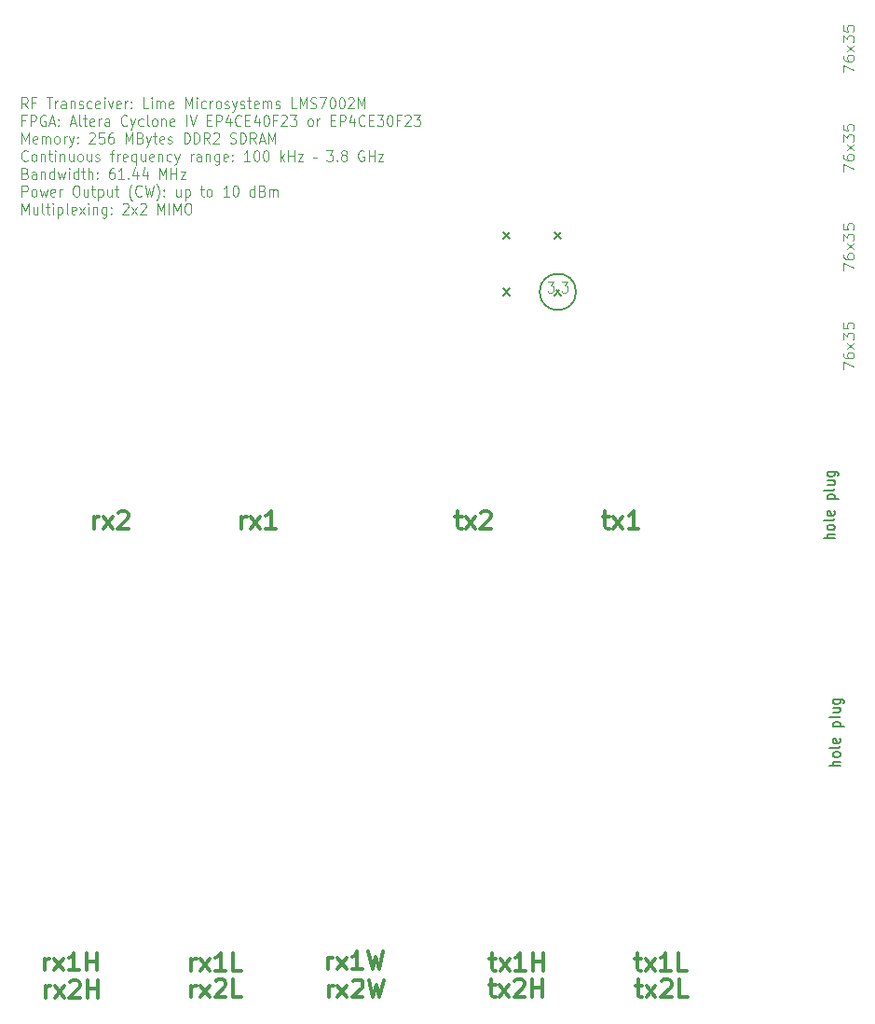
<source format=gto>
%MOIN*%
%OFA0B0*%
%FSLAX46Y46*%
%IPPOS*%
%LPD*%
%ADD10C,0.005905511811023622*%
%ADD11C,0.0066929133858267724*%
%ADD12C,0.0039370078740157488*%
%ADD13C,0.027559055118110236*%
%ADD14C,0.053149606299212608*%
%ADD15C,0.11811023622047245*%
%ADD16C,0.03937007874015748*%
%ADD17C,0.047244094488188976*%
%ADD18C,0.023622047244094488*%
%ADD19C,0.01*%
%ADD30C,0.005905511811023622*%
%ADD31C,0.0039370078740157488*%
%ADD32C,0.20472440944881892*%
%ADD33C,0.01*%
%ADD44C,0.005905511811023622*%
%ADD45C,0.0039370078740157488*%
%ADD46C,0.20472440944881892*%
%ADD47C,0.01*%
%ADD58C,0.005905511811023622*%
%ADD59C,0.0039370078740157488*%
%ADD60C,0.20472440944881892*%
%ADD61C,0.01*%
%ADD72C,0.005905511811023622*%
%ADD73C,0.0039370078740157488*%
%ADD74C,0.20472440944881892*%
%ADD75C,0.01*%
%ADD86C,0.005905511811023622*%
%ADD87C,0.0078740157480314977*%
%ADD98C,0.005905511811023622*%
%ADD99C,0.0078740157480314977*%
%ADD110C,0.005905511811023622*%
%ADD111C,0.011811023622047244*%
%ADD112C,0.0039370078740157488*%
%ADD113C,0.027559055118110236*%
%ADD114C,0.053149606299212608*%
%ADD115C,0.11811023622047245*%
%ADD116C,0.01*%
%ADD127C,0.005905511811023622*%
%ADD128C,0.011811023622047244*%
%ADD129C,0.0039370078740157488*%
%ADD130C,0.027559055118110236*%
%ADD131C,0.053149606299212608*%
%ADD132C,0.11811023622047245*%
%ADD133C,0.01*%
%LPD*%
G01G01G01G01G01G01G01G01*
D10*
D11*
X0002246033Y0003277810D02*
G75*
G03G03G03G03X0002246033Y0003277810I-0000064960D01X0002246033Y0003277810I-0000064960D01X0002246033Y0003277810I-0000064960D01G03G03X0002246033Y0003277810I-0000064960D01G03G03X0002246033Y0003277810I-0000064960D01X0002246033Y0003277810I-0000064960D01X0002246033Y0003277810I-0000064960D01X0002246033Y0003277810I-0000064960D01*
G01G01G01G01G01G01G01G01*
D12*
X0002144402Y0003315117D02*
X0002166336Y0003315117D01*
X0002154525Y0003300119D01*
X0002159587Y0003300119D01*
X0002162962Y0003298245D01*
X0002164649Y0003296370D01*
X0002166336Y0003292619D01*
X0002166336Y0003283247D01*
X0002164649Y0003279497D01*
X0002162962Y0003277622D01*
X0002159587Y0003275748D01*
X0002149464Y0003275748D01*
X0002146089Y0003277622D01*
X0002144402Y0003279497D01*
X0002181522Y0003279497D02*
X0002183209Y0003277622D01*
X0002181522Y0003275748D01*
X0002179835Y0003277622D01*
X0002181522Y0003279497D01*
X0002181522Y0003275748D01*
X0002195020Y0003315117D02*
X0002216955Y0003315117D01*
X0002205144Y0003300119D01*
X0002210206Y0003300119D01*
X0002213581Y0003298245D01*
X0002215268Y0003296370D01*
X0002216955Y0003292619D01*
X0002216955Y0003283247D01*
X0002215268Y0003279497D01*
X0002213581Y0003277622D01*
X0002210206Y0003275748D01*
X0002200082Y0003275748D01*
X0002196708Y0003277622D01*
X0002195020Y0003279497D01*
D11*
X0002175167Y0003283715D02*
X0002192883Y0003265999D01*
X0002186978Y0003283715D02*
X0002169261Y0003265999D01*
X0001986190Y0003289621D02*
X0002009812Y0003265999D01*
X0002009812Y0003289621D02*
X0001986190Y0003265999D01*
X0002192883Y0003490407D02*
X0002169261Y0003466786D01*
X0002169261Y0003490407D02*
X0002192883Y0003466786D01*
X0001986190Y0003490407D02*
X0002009812Y0003466786D01*
X0002009812Y0003490407D02*
X0001986190Y0003466786D01*
D12*
X0000283969Y0003933622D02*
X0000272158Y0003952369D01*
X0000263721Y0003933622D02*
X0000263721Y0003972992D01*
X0000277219Y0003972992D01*
X0000280594Y0003971117D01*
X0000282281Y0003969242D01*
X0000283969Y0003965493D01*
X0000283969Y0003959868D01*
X0000282281Y0003956118D01*
X0000280594Y0003954244D01*
X0000277219Y0003952369D01*
X0000263721Y0003952369D01*
X0000310965Y0003954244D02*
X0000299154Y0003954244D01*
X0000299154Y0003933622D02*
X0000299154Y0003972992D01*
X0000316027Y0003972992D01*
X0000351460Y0003972992D02*
X0000371708Y0003972992D01*
X0000361584Y0003933622D02*
X0000361584Y0003972992D01*
X0000383519Y0003933622D02*
X0000383519Y0003959868D01*
X0000383519Y0003952369D02*
X0000385206Y0003956118D01*
X0000386893Y0003957992D01*
X0000390268Y0003959868D01*
X0000393642Y0003959868D01*
X0000420639Y0003933622D02*
X0000420639Y0003954244D01*
X0000418952Y0003957992D01*
X0000415577Y0003959868D01*
X0000408828Y0003959868D01*
X0000405453Y0003957992D01*
X0000420639Y0003935496D02*
X0000417263Y0003933622D01*
X0000408828Y0003933622D01*
X0000405453Y0003935496D01*
X0000403766Y0003939246D01*
X0000403766Y0003942995D01*
X0000405453Y0003946745D01*
X0000408828Y0003948620D01*
X0000417263Y0003948620D01*
X0000420639Y0003950494D01*
X0000437512Y0003959868D02*
X0000437512Y0003933622D01*
X0000437512Y0003956118D02*
X0000439199Y0003957992D01*
X0000442574Y0003959868D01*
X0000447636Y0003959868D01*
X0000451009Y0003957992D01*
X0000452697Y0003954244D01*
X0000452697Y0003933622D01*
X0000467883Y0003935496D02*
X0000471258Y0003933622D01*
X0000478006Y0003933622D01*
X0000481381Y0003935496D01*
X0000483069Y0003939246D01*
X0000483069Y0003941121D01*
X0000481381Y0003944870D01*
X0000478006Y0003946745D01*
X0000472945Y0003946745D01*
X0000469570Y0003948620D01*
X0000467883Y0003952369D01*
X0000467883Y0003954244D01*
X0000469570Y0003957992D01*
X0000472945Y0003959868D01*
X0000478006Y0003959868D01*
X0000481381Y0003957992D01*
X0000513440Y0003935496D02*
X0000510065Y0003933622D01*
X0000503316Y0003933622D01*
X0000499942Y0003935496D01*
X0000498254Y0003937371D01*
X0000496566Y0003941121D01*
X0000496566Y0003952369D01*
X0000498254Y0003956118D01*
X0000499942Y0003957992D01*
X0000503316Y0003959868D01*
X0000510065Y0003959868D01*
X0000513440Y0003957992D01*
X0000542124Y0003935496D02*
X0000538749Y0003933622D01*
X0000532000Y0003933622D01*
X0000528626Y0003935496D01*
X0000526938Y0003939246D01*
X0000526938Y0003954244D01*
X0000528626Y0003957992D01*
X0000532000Y0003959868D01*
X0000538749Y0003959868D01*
X0000542124Y0003957992D01*
X0000543811Y0003954244D01*
X0000543811Y0003950494D01*
X0000526938Y0003946745D01*
X0000558997Y0003933622D02*
X0000558997Y0003959868D01*
X0000558997Y0003972992D02*
X0000557309Y0003971117D01*
X0000558997Y0003969242D01*
X0000560684Y0003971117D01*
X0000558997Y0003972992D01*
X0000558997Y0003969242D01*
X0000572495Y0003959868D02*
X0000580931Y0003933622D01*
X0000589368Y0003959868D01*
X0000616365Y0003935496D02*
X0000612990Y0003933622D01*
X0000606241Y0003933622D01*
X0000602866Y0003935496D01*
X0000601179Y0003939246D01*
X0000601179Y0003954244D01*
X0000602866Y0003957992D01*
X0000606241Y0003959868D01*
X0000612990Y0003959868D01*
X0000616365Y0003957992D01*
X0000618052Y0003954244D01*
X0000618052Y0003950494D01*
X0000601179Y0003946745D01*
X0000633237Y0003933622D02*
X0000633237Y0003959868D01*
X0000633237Y0003952369D02*
X0000634925Y0003956118D01*
X0000636612Y0003957992D01*
X0000639987Y0003959868D01*
X0000643361Y0003959868D01*
X0000655172Y0003937371D02*
X0000656860Y0003935496D01*
X0000655172Y0003933622D01*
X0000653485Y0003935496D01*
X0000655172Y0003937371D01*
X0000655172Y0003933622D01*
X0000655172Y0003957992D02*
X0000656860Y0003956118D01*
X0000655172Y0003954244D01*
X0000653485Y0003956118D01*
X0000655172Y0003957992D01*
X0000655172Y0003954244D01*
X0000715914Y0003933622D02*
X0000699042Y0003933622D01*
X0000699042Y0003972992D01*
X0000727726Y0003933622D02*
X0000727726Y0003959868D01*
X0000727726Y0003972992D02*
X0000726037Y0003971117D01*
X0000727726Y0003969242D01*
X0000729413Y0003971117D01*
X0000727726Y0003972992D01*
X0000727726Y0003969242D01*
X0000744599Y0003933622D02*
X0000744599Y0003959868D01*
X0000744599Y0003956118D02*
X0000746286Y0003957992D01*
X0000749660Y0003959868D01*
X0000754722Y0003959868D01*
X0000758097Y0003957992D01*
X0000759784Y0003954244D01*
X0000759784Y0003933622D01*
X0000759784Y0003954244D02*
X0000761471Y0003957992D01*
X0000764846Y0003959868D01*
X0000769908Y0003959868D01*
X0000773282Y0003957992D01*
X0000774970Y0003954244D01*
X0000774970Y0003933622D01*
X0000805341Y0003935496D02*
X0000801966Y0003933622D01*
X0000795217Y0003933622D01*
X0000791843Y0003935496D01*
X0000790155Y0003939246D01*
X0000790155Y0003954244D01*
X0000791843Y0003957992D01*
X0000795217Y0003959868D01*
X0000801966Y0003959868D01*
X0000805341Y0003957992D01*
X0000807028Y0003954244D01*
X0000807028Y0003950494D01*
X0000790155Y0003946745D01*
X0000849210Y0003933622D02*
X0000849210Y0003972992D01*
X0000861021Y0003944870D01*
X0000872832Y0003972992D01*
X0000872832Y0003933622D01*
X0000889705Y0003933622D02*
X0000889705Y0003959868D01*
X0000889705Y0003972992D02*
X0000888018Y0003971117D01*
X0000889705Y0003969242D01*
X0000891393Y0003971117D01*
X0000889705Y0003972992D01*
X0000889705Y0003969242D01*
X0000921764Y0003935496D02*
X0000918389Y0003933622D01*
X0000911640Y0003933622D01*
X0000908266Y0003935496D01*
X0000906578Y0003937371D01*
X0000904891Y0003941121D01*
X0000904891Y0003952369D01*
X0000906578Y0003956118D01*
X0000908266Y0003957992D01*
X0000911640Y0003959868D01*
X0000918389Y0003959868D01*
X0000921764Y0003957992D01*
X0000936949Y0003933622D02*
X0000936949Y0003959868D01*
X0000936949Y0003952369D02*
X0000938637Y0003956118D01*
X0000940324Y0003957992D01*
X0000943699Y0003959868D01*
X0000947073Y0003959868D01*
X0000963946Y0003933622D02*
X0000960572Y0003935496D01*
X0000958884Y0003937371D01*
X0000957197Y0003941121D01*
X0000957197Y0003952369D01*
X0000958884Y0003956118D01*
X0000960572Y0003957992D01*
X0000963946Y0003959868D01*
X0000969008Y0003959868D01*
X0000972383Y0003957992D01*
X0000974070Y0003956118D01*
X0000975756Y0003952369D01*
X0000975756Y0003941121D01*
X0000974070Y0003937371D01*
X0000972383Y0003935496D01*
X0000969008Y0003933622D01*
X0000963946Y0003933622D01*
X0000989255Y0003935496D02*
X0000992630Y0003933622D01*
X0000999379Y0003933622D01*
X0001002753Y0003935496D01*
X0001004440Y0003939246D01*
X0001004440Y0003941121D01*
X0001002753Y0003944870D01*
X0000999379Y0003946745D01*
X0000994317Y0003946745D01*
X0000990942Y0003948620D01*
X0000989255Y0003952369D01*
X0000989255Y0003954244D01*
X0000990942Y0003957992D01*
X0000994317Y0003959868D01*
X0000999379Y0003959868D01*
X0001002753Y0003957992D01*
X0001016251Y0003959868D02*
X0001024689Y0003933622D01*
X0001033125Y0003959868D02*
X0001024689Y0003933622D01*
X0001021314Y0003924248D01*
X0001019627Y0003922373D01*
X0001016251Y0003920498D01*
X0001044936Y0003935496D02*
X0001048311Y0003933622D01*
X0001055060Y0003933622D01*
X0001058434Y0003935496D01*
X0001060122Y0003939246D01*
X0001060122Y0003941121D01*
X0001058434Y0003944870D01*
X0001055060Y0003946745D01*
X0001049998Y0003946745D01*
X0001046623Y0003948620D01*
X0001044936Y0003952369D01*
X0001044936Y0003954244D01*
X0001046623Y0003957992D01*
X0001049998Y0003959868D01*
X0001055060Y0003959868D01*
X0001058434Y0003957992D01*
X0001070245Y0003959868D02*
X0001083744Y0003959868D01*
X0001075307Y0003972992D02*
X0001075307Y0003939246D01*
X0001076994Y0003935496D01*
X0001080369Y0003933622D01*
X0001083744Y0003933622D01*
X0001109053Y0003935496D02*
X0001105678Y0003933622D01*
X0001098929Y0003933622D01*
X0001095555Y0003935496D01*
X0001093867Y0003939246D01*
X0001093867Y0003954244D01*
X0001095555Y0003957992D01*
X0001098929Y0003959868D01*
X0001105678Y0003959868D01*
X0001109053Y0003957992D01*
X0001110740Y0003954244D01*
X0001110740Y0003950494D01*
X0001093867Y0003946745D01*
X0001125926Y0003933622D02*
X0001125926Y0003959868D01*
X0001125926Y0003956118D02*
X0001127613Y0003957992D01*
X0001130988Y0003959868D01*
X0001136050Y0003959868D01*
X0001139424Y0003957992D01*
X0001141111Y0003954244D01*
X0001141111Y0003933622D01*
X0001141111Y0003954244D02*
X0001142799Y0003957992D01*
X0001146173Y0003959868D01*
X0001151235Y0003959868D01*
X0001154610Y0003957992D01*
X0001156297Y0003954244D01*
X0001156297Y0003933622D01*
X0001171483Y0003935496D02*
X0001174857Y0003933622D01*
X0001181606Y0003933622D01*
X0001184981Y0003935496D01*
X0001186668Y0003939246D01*
X0001186668Y0003941121D01*
X0001184981Y0003944870D01*
X0001181606Y0003946745D01*
X0001176545Y0003946745D01*
X0001173170Y0003948620D01*
X0001171483Y0003952369D01*
X0001171483Y0003954244D01*
X0001173170Y0003957992D01*
X0001176545Y0003959868D01*
X0001181606Y0003959868D01*
X0001184981Y0003957992D01*
X0001245723Y0003933622D02*
X0001228850Y0003933622D01*
X0001228850Y0003972992D01*
X0001257534Y0003933622D02*
X0001257534Y0003972992D01*
X0001269345Y0003944870D01*
X0001281156Y0003972992D01*
X0001281156Y0003933622D01*
X0001296341Y0003935496D02*
X0001301404Y0003933622D01*
X0001309840Y0003933622D01*
X0001313215Y0003935496D01*
X0001314902Y0003937371D01*
X0001316590Y0003941121D01*
X0001316590Y0003944870D01*
X0001314902Y0003948620D01*
X0001313215Y0003950494D01*
X0001309840Y0003952369D01*
X0001303091Y0003954244D01*
X0001299717Y0003956118D01*
X0001298029Y0003957992D01*
X0001296341Y0003961743D01*
X0001296341Y0003965493D01*
X0001298029Y0003969242D01*
X0001299717Y0003971117D01*
X0001303091Y0003972992D01*
X0001311528Y0003972992D01*
X0001316590Y0003971117D01*
X0001328401Y0003972992D02*
X0001352023Y0003972992D01*
X0001336837Y0003933622D01*
X0001372270Y0003972992D02*
X0001375644Y0003972992D01*
X0001379019Y0003971117D01*
X0001380707Y0003969242D01*
X0001382394Y0003965493D01*
X0001384081Y0003957992D01*
X0001384081Y0003948620D01*
X0001382394Y0003941121D01*
X0001380707Y0003937371D01*
X0001379019Y0003935496D01*
X0001375644Y0003933622D01*
X0001372270Y0003933622D01*
X0001368895Y0003935496D01*
X0001367208Y0003937371D01*
X0001365521Y0003941121D01*
X0001363834Y0003948620D01*
X0001363834Y0003957992D01*
X0001365521Y0003965493D01*
X0001367208Y0003969242D01*
X0001368895Y0003971117D01*
X0001372270Y0003972992D01*
X0001406016Y0003972992D02*
X0001409390Y0003972992D01*
X0001412765Y0003971117D01*
X0001414452Y0003969242D01*
X0001416140Y0003965493D01*
X0001417827Y0003957992D01*
X0001417827Y0003948620D01*
X0001416140Y0003941121D01*
X0001414452Y0003937371D01*
X0001412765Y0003935496D01*
X0001409390Y0003933622D01*
X0001406016Y0003933622D01*
X0001402641Y0003935496D01*
X0001400953Y0003937371D01*
X0001399267Y0003941121D01*
X0001397579Y0003948620D01*
X0001397579Y0003957992D01*
X0001399267Y0003965493D01*
X0001400953Y0003969242D01*
X0001402641Y0003971117D01*
X0001406016Y0003972992D01*
X0001431325Y0003969242D02*
X0001433012Y0003971117D01*
X0001436387Y0003972992D01*
X0001444823Y0003972992D01*
X0001448198Y0003971117D01*
X0001449885Y0003969242D01*
X0001451571Y0003965493D01*
X0001451571Y0003961743D01*
X0001449885Y0003956118D01*
X0001429638Y0003933622D01*
X0001451571Y0003933622D01*
X0001466758Y0003933622D02*
X0001466758Y0003972992D01*
X0001478569Y0003944870D01*
X0001490380Y0003972992D01*
X0001490380Y0003933622D01*
X0000275532Y0003891252D02*
X0000263721Y0003891252D01*
X0000263721Y0003870629D02*
X0000263721Y0003910000D01*
X0000280594Y0003910000D01*
X0000294092Y0003870629D02*
X0000294092Y0003910000D01*
X0000307591Y0003910000D01*
X0000310965Y0003908125D01*
X0000312652Y0003906250D01*
X0000314340Y0003902500D01*
X0000314340Y0003896876D01*
X0000312652Y0003893127D01*
X0000310965Y0003891252D01*
X0000307591Y0003889377D01*
X0000294092Y0003889377D01*
X0000348086Y0003908125D02*
X0000344711Y0003910000D01*
X0000339648Y0003910000D01*
X0000334587Y0003908125D01*
X0000331213Y0003904375D01*
X0000329525Y0003900626D01*
X0000327838Y0003893127D01*
X0000327838Y0003887502D01*
X0000329525Y0003880003D01*
X0000331213Y0003876254D01*
X0000334587Y0003872504D01*
X0000339648Y0003870629D01*
X0000343024Y0003870629D01*
X0000348086Y0003872504D01*
X0000349773Y0003874378D01*
X0000349773Y0003887502D01*
X0000343024Y0003887502D01*
X0000363271Y0003881878D02*
X0000380144Y0003881878D01*
X0000359897Y0003870629D02*
X0000371708Y0003910000D01*
X0000383519Y0003870629D01*
X0000395330Y0003874378D02*
X0000397017Y0003872504D01*
X0000395330Y0003870629D01*
X0000393642Y0003872504D01*
X0000395330Y0003874378D01*
X0000395330Y0003870629D01*
X0000395330Y0003895001D02*
X0000397017Y0003893127D01*
X0000395330Y0003891252D01*
X0000393642Y0003893127D01*
X0000395330Y0003895001D01*
X0000395330Y0003891252D01*
X0000437512Y0003881878D02*
X0000454385Y0003881878D01*
X0000434137Y0003870629D02*
X0000445948Y0003910000D01*
X0000457759Y0003870629D01*
X0000474632Y0003870629D02*
X0000471258Y0003872504D01*
X0000469570Y0003876254D01*
X0000469570Y0003910000D01*
X0000483069Y0003896876D02*
X0000496566Y0003896876D01*
X0000488131Y0003910000D02*
X0000488131Y0003876254D01*
X0000489818Y0003872504D01*
X0000493192Y0003870629D01*
X0000496566Y0003870629D01*
X0000521876Y0003872504D02*
X0000518502Y0003870629D01*
X0000511753Y0003870629D01*
X0000508378Y0003872504D01*
X0000506691Y0003876254D01*
X0000506691Y0003891252D01*
X0000508378Y0003895001D01*
X0000511753Y0003896876D01*
X0000518502Y0003896876D01*
X0000521876Y0003895001D01*
X0000523564Y0003891252D01*
X0000523564Y0003887502D01*
X0000506691Y0003883753D01*
X0000538749Y0003870629D02*
X0000538749Y0003896876D01*
X0000538749Y0003889377D02*
X0000540437Y0003893127D01*
X0000542124Y0003895001D01*
X0000545498Y0003896876D01*
X0000548873Y0003896876D01*
X0000575870Y0003870629D02*
X0000575870Y0003891252D01*
X0000574182Y0003895001D01*
X0000570808Y0003896876D01*
X0000564059Y0003896876D01*
X0000560684Y0003895001D01*
X0000575870Y0003872504D02*
X0000572495Y0003870629D01*
X0000564059Y0003870629D01*
X0000560684Y0003872504D01*
X0000558997Y0003876254D01*
X0000558997Y0003880003D01*
X0000560684Y0003883753D01*
X0000564059Y0003885628D01*
X0000572495Y0003885628D01*
X0000575870Y0003887502D01*
X0000639987Y0003874378D02*
X0000638299Y0003872504D01*
X0000633237Y0003870629D01*
X0000629863Y0003870629D01*
X0000624801Y0003872504D01*
X0000621426Y0003876254D01*
X0000619739Y0003880003D01*
X0000618052Y0003887502D01*
X0000618052Y0003893127D01*
X0000619739Y0003900626D01*
X0000621426Y0003904375D01*
X0000624801Y0003908125D01*
X0000629863Y0003910000D01*
X0000633237Y0003910000D01*
X0000638299Y0003908125D01*
X0000639987Y0003906250D01*
X0000651798Y0003896876D02*
X0000660234Y0003870629D01*
X0000668671Y0003896876D02*
X0000660234Y0003870629D01*
X0000656860Y0003861256D01*
X0000655172Y0003859381D01*
X0000651798Y0003857506D01*
X0000697354Y0003872504D02*
X0000693980Y0003870629D01*
X0000687231Y0003870629D01*
X0000683856Y0003872504D01*
X0000682169Y0003874378D01*
X0000680482Y0003878128D01*
X0000680482Y0003889377D01*
X0000682169Y0003893127D01*
X0000683856Y0003895001D01*
X0000687231Y0003896876D01*
X0000693980Y0003896876D01*
X0000697354Y0003895001D01*
X0000717602Y0003870629D02*
X0000714227Y0003872504D01*
X0000712540Y0003876254D01*
X0000712540Y0003910000D01*
X0000736162Y0003870629D02*
X0000732787Y0003872504D01*
X0000731100Y0003874378D01*
X0000729413Y0003878128D01*
X0000729413Y0003889377D01*
X0000731100Y0003893127D01*
X0000732787Y0003895001D01*
X0000736162Y0003896876D01*
X0000741223Y0003896876D01*
X0000744599Y0003895001D01*
X0000746286Y0003893127D01*
X0000747973Y0003889377D01*
X0000747973Y0003878128D01*
X0000746286Y0003874378D01*
X0000744599Y0003872504D01*
X0000741223Y0003870629D01*
X0000736162Y0003870629D01*
X0000763159Y0003896876D02*
X0000763159Y0003870629D01*
X0000763159Y0003893127D02*
X0000764846Y0003895001D01*
X0000768221Y0003896876D01*
X0000773282Y0003896876D01*
X0000776657Y0003895001D01*
X0000778344Y0003891252D01*
X0000778344Y0003870629D01*
X0000808715Y0003872504D02*
X0000805341Y0003870629D01*
X0000798592Y0003870629D01*
X0000795217Y0003872504D01*
X0000793530Y0003876254D01*
X0000793530Y0003891252D01*
X0000795217Y0003895001D01*
X0000798592Y0003896876D01*
X0000805341Y0003896876D01*
X0000808715Y0003895001D01*
X0000810403Y0003891252D01*
X0000810403Y0003887502D01*
X0000793530Y0003883753D01*
X0000852585Y0003870629D02*
X0000852585Y0003910000D01*
X0000864396Y0003910000D02*
X0000876207Y0003870629D01*
X0000888018Y0003910000D01*
X0000926826Y0003891252D02*
X0000938637Y0003891252D01*
X0000943699Y0003870629D02*
X0000926826Y0003870629D01*
X0000926826Y0003910000D01*
X0000943699Y0003910000D01*
X0000958884Y0003870629D02*
X0000958884Y0003910000D01*
X0000972383Y0003910000D01*
X0000975756Y0003908125D01*
X0000977444Y0003906250D01*
X0000979132Y0003902500D01*
X0000979132Y0003896876D01*
X0000977444Y0003893127D01*
X0000975756Y0003891252D01*
X0000972383Y0003889377D01*
X0000958884Y0003889377D01*
X0001009503Y0003896876D02*
X0001009503Y0003870629D01*
X0001001066Y0003911874D02*
X0000992630Y0003883753D01*
X0001014564Y0003883753D01*
X0001048311Y0003874378D02*
X0001046623Y0003872504D01*
X0001041561Y0003870629D01*
X0001038187Y0003870629D01*
X0001033125Y0003872504D01*
X0001029750Y0003876254D01*
X0001028063Y0003880003D01*
X0001026376Y0003887502D01*
X0001026376Y0003893127D01*
X0001028063Y0003900626D01*
X0001029750Y0003904375D01*
X0001033125Y0003908125D01*
X0001038187Y0003910000D01*
X0001041561Y0003910000D01*
X0001046623Y0003908125D01*
X0001048311Y0003906250D01*
X0001063496Y0003891252D02*
X0001075307Y0003891252D01*
X0001080369Y0003870629D02*
X0001063496Y0003870629D01*
X0001063496Y0003910000D01*
X0001080369Y0003910000D01*
X0001110740Y0003896876D02*
X0001110740Y0003870629D01*
X0001102304Y0003911874D02*
X0001093867Y0003883753D01*
X0001115802Y0003883753D01*
X0001136050Y0003910000D02*
X0001139424Y0003910000D01*
X0001142799Y0003908125D01*
X0001144486Y0003906250D01*
X0001146173Y0003902500D01*
X0001147861Y0003895001D01*
X0001147861Y0003885628D01*
X0001146173Y0003878128D01*
X0001144486Y0003874378D01*
X0001142799Y0003872504D01*
X0001139424Y0003870629D01*
X0001136050Y0003870629D01*
X0001132675Y0003872504D01*
X0001130988Y0003874378D01*
X0001129300Y0003878128D01*
X0001127613Y0003885628D01*
X0001127613Y0003895001D01*
X0001129300Y0003902500D01*
X0001130988Y0003906250D01*
X0001132675Y0003908125D01*
X0001136050Y0003910000D01*
X0001174857Y0003891252D02*
X0001163046Y0003891252D01*
X0001163046Y0003870629D02*
X0001163046Y0003910000D01*
X0001179919Y0003910000D01*
X0001191730Y0003906250D02*
X0001193417Y0003908125D01*
X0001196792Y0003910000D01*
X0001205228Y0003910000D01*
X0001208603Y0003908125D01*
X0001210290Y0003906250D01*
X0001211978Y0003902500D01*
X0001211978Y0003898750D01*
X0001210290Y0003893127D01*
X0001190043Y0003870629D01*
X0001211978Y0003870629D01*
X0001223789Y0003910000D02*
X0001245723Y0003910000D01*
X0001233912Y0003895001D01*
X0001238974Y0003895001D01*
X0001242349Y0003893127D01*
X0001244036Y0003891252D01*
X0001245723Y0003887502D01*
X0001245723Y0003878128D01*
X0001244036Y0003874378D01*
X0001242349Y0003872504D01*
X0001238974Y0003870629D01*
X0001228850Y0003870629D01*
X0001225476Y0003872504D01*
X0001223789Y0003874378D01*
X0001292966Y0003870629D02*
X0001289593Y0003872504D01*
X0001287906Y0003874378D01*
X0001286218Y0003878128D01*
X0001286218Y0003889377D01*
X0001287906Y0003893127D01*
X0001289593Y0003895001D01*
X0001292966Y0003896876D01*
X0001298029Y0003896876D01*
X0001301404Y0003895001D01*
X0001303091Y0003893127D01*
X0001304778Y0003889377D01*
X0001304778Y0003878128D01*
X0001303091Y0003874378D01*
X0001301404Y0003872504D01*
X0001298029Y0003870629D01*
X0001292966Y0003870629D01*
X0001319964Y0003870629D02*
X0001319964Y0003896876D01*
X0001319964Y0003889377D02*
X0001321651Y0003893127D01*
X0001323338Y0003895001D01*
X0001326713Y0003896876D01*
X0001330088Y0003896876D01*
X0001368895Y0003891252D02*
X0001380707Y0003891252D01*
X0001385768Y0003870629D02*
X0001368895Y0003870629D01*
X0001368895Y0003910000D01*
X0001385768Y0003910000D01*
X0001400953Y0003870629D02*
X0001400953Y0003910000D01*
X0001414452Y0003910000D01*
X0001417827Y0003908125D01*
X0001419514Y0003906250D01*
X0001421199Y0003902500D01*
X0001421199Y0003896876D01*
X0001419514Y0003893127D01*
X0001417827Y0003891252D01*
X0001414452Y0003889377D01*
X0001400953Y0003889377D01*
X0001451571Y0003896876D02*
X0001451571Y0003870629D01*
X0001443136Y0003911874D02*
X0001434700Y0003883753D01*
X0001456635Y0003883753D01*
X0001490380Y0003874378D02*
X0001488693Y0003872504D01*
X0001483631Y0003870629D01*
X0001480257Y0003870629D01*
X0001475195Y0003872504D01*
X0001471820Y0003876254D01*
X0001470133Y0003880003D01*
X0001468446Y0003887502D01*
X0001468446Y0003893127D01*
X0001470133Y0003900626D01*
X0001471820Y0003904375D01*
X0001475195Y0003908125D01*
X0001480257Y0003910000D01*
X0001483631Y0003910000D01*
X0001488693Y0003908125D01*
X0001490380Y0003906250D01*
X0001505566Y0003891252D02*
X0001517377Y0003891252D01*
X0001522439Y0003870629D02*
X0001505566Y0003870629D01*
X0001505566Y0003910000D01*
X0001522439Y0003910000D01*
X0001534250Y0003910000D02*
X0001556184Y0003910000D01*
X0001544374Y0003895001D01*
X0001549435Y0003895001D01*
X0001552810Y0003893127D01*
X0001554495Y0003891252D01*
X0001556184Y0003887502D01*
X0001556184Y0003878128D01*
X0001554495Y0003874378D01*
X0001552810Y0003872504D01*
X0001549435Y0003870629D01*
X0001539312Y0003870629D01*
X0001535937Y0003872504D01*
X0001534250Y0003874378D01*
X0001578119Y0003910000D02*
X0001581493Y0003910000D01*
X0001584868Y0003908125D01*
X0001586556Y0003906250D01*
X0001588243Y0003902500D01*
X0001589930Y0003895001D01*
X0001589930Y0003885628D01*
X0001588243Y0003878128D01*
X0001586556Y0003874378D01*
X0001584868Y0003872504D01*
X0001581493Y0003870629D01*
X0001578119Y0003870629D01*
X0001574745Y0003872504D01*
X0001573057Y0003874378D01*
X0001571370Y0003878128D01*
X0001569683Y0003885628D01*
X0001569683Y0003895001D01*
X0001571370Y0003902500D01*
X0001573057Y0003906250D01*
X0001574745Y0003908125D01*
X0001578119Y0003910000D01*
X0001616927Y0003891252D02*
X0001605116Y0003891252D01*
X0001605116Y0003870629D02*
X0001605116Y0003910000D01*
X0001621989Y0003910000D01*
X0001633799Y0003906250D02*
X0001635487Y0003908125D01*
X0001638862Y0003910000D01*
X0001647298Y0003910000D01*
X0001650673Y0003908125D01*
X0001652360Y0003906250D01*
X0001654047Y0003902500D01*
X0001654047Y0003898750D01*
X0001652360Y0003893127D01*
X0001632113Y0003870629D01*
X0001654047Y0003870629D01*
X0001665858Y0003910000D02*
X0001687792Y0003910000D01*
X0001675982Y0003895001D01*
X0001681044Y0003895001D01*
X0001684419Y0003893127D01*
X0001686106Y0003891252D01*
X0001687792Y0003887502D01*
X0001687792Y0003878128D01*
X0001686106Y0003874378D01*
X0001684419Y0003872504D01*
X0001681044Y0003870629D01*
X0001670920Y0003870629D01*
X0001667546Y0003872504D01*
X0001665858Y0003874378D01*
X0000263721Y0003807637D02*
X0000263721Y0003847007D01*
X0000275532Y0003818886D01*
X0000287343Y0003847007D01*
X0000287343Y0003807637D01*
X0000317714Y0003809512D02*
X0000314340Y0003807637D01*
X0000307591Y0003807637D01*
X0000304216Y0003809512D01*
X0000302529Y0003813262D01*
X0000302529Y0003828260D01*
X0000304216Y0003832009D01*
X0000307591Y0003833884D01*
X0000314340Y0003833884D01*
X0000317714Y0003832009D01*
X0000319402Y0003828260D01*
X0000319402Y0003824509D01*
X0000302529Y0003820761D01*
X0000334587Y0003807637D02*
X0000334587Y0003833884D01*
X0000334587Y0003830134D02*
X0000336275Y0003832009D01*
X0000339648Y0003833884D01*
X0000344711Y0003833884D01*
X0000348086Y0003832009D01*
X0000349773Y0003828260D01*
X0000349773Y0003807637D01*
X0000349773Y0003828260D02*
X0000351460Y0003832009D01*
X0000354834Y0003833884D01*
X0000359897Y0003833884D01*
X0000363271Y0003832009D01*
X0000364957Y0003828260D01*
X0000364957Y0003807637D01*
X0000386893Y0003807637D02*
X0000383519Y0003809512D01*
X0000381831Y0003811387D01*
X0000380144Y0003815136D01*
X0000380144Y0003826385D01*
X0000381831Y0003830134D01*
X0000383519Y0003832009D01*
X0000386893Y0003833884D01*
X0000391954Y0003833884D01*
X0000395330Y0003832009D01*
X0000397017Y0003830134D01*
X0000398704Y0003826385D01*
X0000398704Y0003815136D01*
X0000397017Y0003811387D01*
X0000395330Y0003809512D01*
X0000391954Y0003807637D01*
X0000386893Y0003807637D01*
X0000413890Y0003807637D02*
X0000413890Y0003833884D01*
X0000413890Y0003826385D02*
X0000415577Y0003830134D01*
X0000417263Y0003832009D01*
X0000420639Y0003833884D01*
X0000424014Y0003833884D01*
X0000432450Y0003833884D02*
X0000440886Y0003807637D01*
X0000449323Y0003833884D02*
X0000440886Y0003807637D01*
X0000437512Y0003798263D01*
X0000435825Y0003796389D01*
X0000432450Y0003794514D01*
X0000462820Y0003811387D02*
X0000464509Y0003809512D01*
X0000462820Y0003807637D01*
X0000461134Y0003809512D01*
X0000462820Y0003811387D01*
X0000462820Y0003807637D01*
X0000462820Y0003832009D02*
X0000464509Y0003830134D01*
X0000462820Y0003828260D01*
X0000461134Y0003830134D01*
X0000462820Y0003832009D01*
X0000462820Y0003828260D01*
X0000505003Y0003843258D02*
X0000506691Y0003845133D01*
X0000510065Y0003847007D01*
X0000518502Y0003847007D01*
X0000521876Y0003845133D01*
X0000523564Y0003843258D01*
X0000525251Y0003839508D01*
X0000525251Y0003835759D01*
X0000523564Y0003830134D01*
X0000503316Y0003807637D01*
X0000525251Y0003807637D01*
X0000557309Y0003847007D02*
X0000540437Y0003847007D01*
X0000538749Y0003828260D01*
X0000540437Y0003830134D01*
X0000543811Y0003832009D01*
X0000552248Y0003832009D01*
X0000555622Y0003830134D01*
X0000557309Y0003828260D01*
X0000558997Y0003824509D01*
X0000558997Y0003815136D01*
X0000557309Y0003811387D01*
X0000555622Y0003809512D01*
X0000552248Y0003807637D01*
X0000543811Y0003807637D01*
X0000540437Y0003809512D01*
X0000538749Y0003811387D01*
X0000589368Y0003847007D02*
X0000582619Y0003847007D01*
X0000579244Y0003845133D01*
X0000577557Y0003843258D01*
X0000574182Y0003837634D01*
X0000572495Y0003830134D01*
X0000572495Y0003815136D01*
X0000574182Y0003811387D01*
X0000575870Y0003809512D01*
X0000579244Y0003807637D01*
X0000585993Y0003807637D01*
X0000589368Y0003809512D01*
X0000591055Y0003811387D01*
X0000592742Y0003815136D01*
X0000592742Y0003824509D01*
X0000591055Y0003828260D01*
X0000589368Y0003830134D01*
X0000585993Y0003832009D01*
X0000579244Y0003832009D01*
X0000575870Y0003830134D01*
X0000574182Y0003828260D01*
X0000572495Y0003824509D01*
X0000634925Y0003807637D02*
X0000634925Y0003847007D01*
X0000646736Y0003818886D01*
X0000658547Y0003847007D01*
X0000658547Y0003807637D01*
X0000687231Y0003828260D02*
X0000692292Y0003826385D01*
X0000693980Y0003824509D01*
X0000695667Y0003820761D01*
X0000695667Y0003815136D01*
X0000693980Y0003811387D01*
X0000692292Y0003809512D01*
X0000688918Y0003807637D01*
X0000675420Y0003807637D01*
X0000675420Y0003847007D01*
X0000687231Y0003847007D01*
X0000690605Y0003845133D01*
X0000692292Y0003843258D01*
X0000693980Y0003839508D01*
X0000693980Y0003835759D01*
X0000692292Y0003832009D01*
X0000690605Y0003830134D01*
X0000687231Y0003828260D01*
X0000675420Y0003828260D01*
X0000707478Y0003833884D02*
X0000715914Y0003807637D01*
X0000724351Y0003833884D02*
X0000715914Y0003807637D01*
X0000712540Y0003798263D01*
X0000710853Y0003796389D01*
X0000707478Y0003794514D01*
X0000732787Y0003833884D02*
X0000746286Y0003833884D01*
X0000737849Y0003847007D02*
X0000737849Y0003813262D01*
X0000739537Y0003809512D01*
X0000742911Y0003807637D01*
X0000746286Y0003807637D01*
X0000771595Y0003809512D02*
X0000768221Y0003807637D01*
X0000761471Y0003807637D01*
X0000758097Y0003809512D01*
X0000756409Y0003813262D01*
X0000756409Y0003828260D01*
X0000758097Y0003832009D01*
X0000761471Y0003833884D01*
X0000768221Y0003833884D01*
X0000771595Y0003832009D01*
X0000773282Y0003828260D01*
X0000773282Y0003824509D01*
X0000756409Y0003820761D01*
X0000786781Y0003809512D02*
X0000790155Y0003807637D01*
X0000796904Y0003807637D01*
X0000800279Y0003809512D01*
X0000801966Y0003813262D01*
X0000801966Y0003815136D01*
X0000800279Y0003818886D01*
X0000796904Y0003820761D01*
X0000791843Y0003820761D01*
X0000788468Y0003822635D01*
X0000786781Y0003826385D01*
X0000786781Y0003828260D01*
X0000788468Y0003832009D01*
X0000791843Y0003833884D01*
X0000796904Y0003833884D01*
X0000800279Y0003832009D01*
X0000844149Y0003807637D02*
X0000844149Y0003847007D01*
X0000852585Y0003847007D01*
X0000857647Y0003845133D01*
X0000861021Y0003841383D01*
X0000862709Y0003837634D01*
X0000864396Y0003830134D01*
X0000864396Y0003824509D01*
X0000862709Y0003817011D01*
X0000861021Y0003813262D01*
X0000857647Y0003809512D01*
X0000852585Y0003807637D01*
X0000844149Y0003807637D01*
X0000879582Y0003807637D02*
X0000879582Y0003847007D01*
X0000888018Y0003847007D01*
X0000893080Y0003845133D01*
X0000896455Y0003841383D01*
X0000898141Y0003837634D01*
X0000899829Y0003830134D01*
X0000899829Y0003824509D01*
X0000898141Y0003817011D01*
X0000896455Y0003813262D01*
X0000893080Y0003809512D01*
X0000888018Y0003807637D01*
X0000879582Y0003807637D01*
X0000935262Y0003807637D02*
X0000923450Y0003826385D01*
X0000915015Y0003807637D02*
X0000915015Y0003847007D01*
X0000928513Y0003847007D01*
X0000931888Y0003845133D01*
X0000933575Y0003843258D01*
X0000935262Y0003839508D01*
X0000935262Y0003833884D01*
X0000933575Y0003830134D01*
X0000931888Y0003828260D01*
X0000928513Y0003826385D01*
X0000915015Y0003826385D01*
X0000948759Y0003843258D02*
X0000950448Y0003845133D01*
X0000953822Y0003847007D01*
X0000962259Y0003847007D01*
X0000965633Y0003845133D01*
X0000967321Y0003843258D01*
X0000969008Y0003839508D01*
X0000969008Y0003835759D01*
X0000967321Y0003830134D01*
X0000947073Y0003807637D01*
X0000969008Y0003807637D01*
X0001009503Y0003809512D02*
X0001014564Y0003807637D01*
X0001023001Y0003807637D01*
X0001026376Y0003809512D01*
X0001028063Y0003811387D01*
X0001029750Y0003815136D01*
X0001029750Y0003818886D01*
X0001028063Y0003822635D01*
X0001026376Y0003824509D01*
X0001023001Y0003826385D01*
X0001016251Y0003828260D01*
X0001012877Y0003830134D01*
X0001011190Y0003832009D01*
X0001009503Y0003835759D01*
X0001009503Y0003839508D01*
X0001011190Y0003843258D01*
X0001012877Y0003845133D01*
X0001016251Y0003847007D01*
X0001024689Y0003847007D01*
X0001029750Y0003845133D01*
X0001044936Y0003807637D02*
X0001044936Y0003847007D01*
X0001053372Y0003847007D01*
X0001058434Y0003845133D01*
X0001061809Y0003841383D01*
X0001063496Y0003837634D01*
X0001065183Y0003830134D01*
X0001065183Y0003824509D01*
X0001063496Y0003817011D01*
X0001061809Y0003813262D01*
X0001058434Y0003809512D01*
X0001053372Y0003807637D01*
X0001044936Y0003807637D01*
X0001100617Y0003807637D02*
X0001088805Y0003826385D01*
X0001080369Y0003807637D02*
X0001080369Y0003847007D01*
X0001093867Y0003847007D01*
X0001097242Y0003845133D01*
X0001098929Y0003843258D01*
X0001100617Y0003839508D01*
X0001100617Y0003833884D01*
X0001098929Y0003830134D01*
X0001097242Y0003828260D01*
X0001093867Y0003826385D01*
X0001080369Y0003826385D01*
X0001114115Y0003818886D02*
X0001130988Y0003818886D01*
X0001110740Y0003807637D02*
X0001122551Y0003847007D01*
X0001134362Y0003807637D01*
X0001146173Y0003807637D02*
X0001146173Y0003847007D01*
X0001157984Y0003818886D01*
X0001169795Y0003847007D01*
X0001169795Y0003807637D01*
X0000283969Y0003748395D02*
X0000282281Y0003746520D01*
X0000277219Y0003744645D01*
X0000273845Y0003744645D01*
X0000268783Y0003746520D01*
X0000265408Y0003750269D01*
X0000263721Y0003754018D01*
X0000262034Y0003761518D01*
X0000262034Y0003767142D01*
X0000263721Y0003774641D01*
X0000265408Y0003778390D01*
X0000268783Y0003782140D01*
X0000273845Y0003784015D01*
X0000277219Y0003784015D01*
X0000282281Y0003782140D01*
X0000283969Y0003780266D01*
X0000304216Y0003744645D02*
X0000300841Y0003746520D01*
X0000299154Y0003748395D01*
X0000297467Y0003752144D01*
X0000297467Y0003763393D01*
X0000299154Y0003767142D01*
X0000300841Y0003769017D01*
X0000304216Y0003770892D01*
X0000309278Y0003770892D01*
X0000312652Y0003769017D01*
X0000314340Y0003767142D01*
X0000316027Y0003763393D01*
X0000316027Y0003752144D01*
X0000314340Y0003748395D01*
X0000312652Y0003746520D01*
X0000309278Y0003744645D01*
X0000304216Y0003744645D01*
X0000331213Y0003770892D02*
X0000331213Y0003744645D01*
X0000331213Y0003767142D02*
X0000332900Y0003769017D01*
X0000336275Y0003770892D01*
X0000341336Y0003770892D01*
X0000344711Y0003769017D01*
X0000346398Y0003765268D01*
X0000346398Y0003744645D01*
X0000358209Y0003770892D02*
X0000371708Y0003770892D01*
X0000363271Y0003784015D02*
X0000363271Y0003750269D01*
X0000364957Y0003746520D01*
X0000368333Y0003744645D01*
X0000371708Y0003744645D01*
X0000383519Y0003744645D02*
X0000383519Y0003770892D01*
X0000383519Y0003784015D02*
X0000381831Y0003782140D01*
X0000383519Y0003780266D01*
X0000385206Y0003782140D01*
X0000383519Y0003784015D01*
X0000383519Y0003780266D01*
X0000400392Y0003770892D02*
X0000400392Y0003744645D01*
X0000400392Y0003767142D02*
X0000402079Y0003769017D01*
X0000405453Y0003770892D01*
X0000410515Y0003770892D01*
X0000413890Y0003769017D01*
X0000415577Y0003765268D01*
X0000415577Y0003744645D01*
X0000447636Y0003770892D02*
X0000447636Y0003744645D01*
X0000432450Y0003770892D02*
X0000432450Y0003750269D01*
X0000434137Y0003746520D01*
X0000437512Y0003744645D01*
X0000442574Y0003744645D01*
X0000445948Y0003746520D01*
X0000447636Y0003748395D01*
X0000469570Y0003744645D02*
X0000466196Y0003746520D01*
X0000464509Y0003748395D01*
X0000462820Y0003752144D01*
X0000462820Y0003763393D01*
X0000464509Y0003767142D01*
X0000466196Y0003769017D01*
X0000469570Y0003770892D01*
X0000474632Y0003770892D01*
X0000478006Y0003769017D01*
X0000479694Y0003767142D01*
X0000481381Y0003763393D01*
X0000481381Y0003752144D01*
X0000479694Y0003748395D01*
X0000478006Y0003746520D01*
X0000474632Y0003744645D01*
X0000469570Y0003744645D01*
X0000511753Y0003770892D02*
X0000511753Y0003744645D01*
X0000496566Y0003770892D02*
X0000496566Y0003750269D01*
X0000498254Y0003746520D01*
X0000501629Y0003744645D01*
X0000506691Y0003744645D01*
X0000510065Y0003746520D01*
X0000511753Y0003748395D01*
X0000526938Y0003746520D02*
X0000530313Y0003744645D01*
X0000537062Y0003744645D01*
X0000540437Y0003746520D01*
X0000542124Y0003750269D01*
X0000542124Y0003752144D01*
X0000540437Y0003755894D01*
X0000537062Y0003757769D01*
X0000532000Y0003757769D01*
X0000528626Y0003759643D01*
X0000526938Y0003763393D01*
X0000526938Y0003765268D01*
X0000528626Y0003769017D01*
X0000532000Y0003770892D01*
X0000537062Y0003770892D01*
X0000540437Y0003769017D01*
X0000579244Y0003770892D02*
X0000592742Y0003770892D01*
X0000584306Y0003744645D02*
X0000584306Y0003778390D01*
X0000585993Y0003782140D01*
X0000589368Y0003784015D01*
X0000592742Y0003784015D01*
X0000604554Y0003744645D02*
X0000604554Y0003770892D01*
X0000604554Y0003763393D02*
X0000606241Y0003767142D01*
X0000607928Y0003769017D01*
X0000611303Y0003770892D01*
X0000614677Y0003770892D01*
X0000639987Y0003746520D02*
X0000636612Y0003744645D01*
X0000629863Y0003744645D01*
X0000626488Y0003746520D01*
X0000624801Y0003750269D01*
X0000624801Y0003765268D01*
X0000626488Y0003769017D01*
X0000629863Y0003770892D01*
X0000636612Y0003770892D01*
X0000639987Y0003769017D01*
X0000641674Y0003765268D01*
X0000641674Y0003761518D01*
X0000624801Y0003757769D01*
X0000672045Y0003770892D02*
X0000672045Y0003731522D01*
X0000672045Y0003746520D02*
X0000668671Y0003744645D01*
X0000661921Y0003744645D01*
X0000658547Y0003746520D01*
X0000656860Y0003748395D01*
X0000655172Y0003752144D01*
X0000655172Y0003763393D01*
X0000656860Y0003767142D01*
X0000658547Y0003769017D01*
X0000661921Y0003770892D01*
X0000668671Y0003770892D01*
X0000672045Y0003769017D01*
X0000704104Y0003770892D02*
X0000704104Y0003744645D01*
X0000688918Y0003770892D02*
X0000688918Y0003750269D01*
X0000690605Y0003746520D01*
X0000693980Y0003744645D01*
X0000699042Y0003744645D01*
X0000702415Y0003746520D01*
X0000704104Y0003748395D01*
X0000734475Y0003746520D02*
X0000731100Y0003744645D01*
X0000724351Y0003744645D01*
X0000720976Y0003746520D01*
X0000719289Y0003750269D01*
X0000719289Y0003765268D01*
X0000720976Y0003769017D01*
X0000724351Y0003770892D01*
X0000731100Y0003770892D01*
X0000734475Y0003769017D01*
X0000736162Y0003765268D01*
X0000736162Y0003761518D01*
X0000719289Y0003757769D01*
X0000751348Y0003770892D02*
X0000751348Y0003744645D01*
X0000751348Y0003767142D02*
X0000753035Y0003769017D01*
X0000756409Y0003770892D01*
X0000761471Y0003770892D01*
X0000764846Y0003769017D01*
X0000766532Y0003765268D01*
X0000766532Y0003744645D01*
X0000798592Y0003746520D02*
X0000795217Y0003744645D01*
X0000788468Y0003744645D01*
X0000785093Y0003746520D01*
X0000783406Y0003748395D01*
X0000781718Y0003752144D01*
X0000781718Y0003763393D01*
X0000783406Y0003767142D01*
X0000785093Y0003769017D01*
X0000788468Y0003770892D01*
X0000795217Y0003770892D01*
X0000798592Y0003769017D01*
X0000810403Y0003770892D02*
X0000818839Y0003744645D01*
X0000827276Y0003770892D02*
X0000818839Y0003744645D01*
X0000815465Y0003735271D01*
X0000813777Y0003733397D01*
X0000810403Y0003731522D01*
X0000867771Y0003744645D02*
X0000867771Y0003770892D01*
X0000867771Y0003763393D02*
X0000869458Y0003767142D01*
X0000871145Y0003769017D01*
X0000874520Y0003770892D01*
X0000877894Y0003770892D01*
X0000904891Y0003744645D02*
X0000904891Y0003765268D01*
X0000903204Y0003769017D01*
X0000899829Y0003770892D01*
X0000893080Y0003770892D01*
X0000889705Y0003769017D01*
X0000904891Y0003746520D02*
X0000901516Y0003744645D01*
X0000893080Y0003744645D01*
X0000889705Y0003746520D01*
X0000888018Y0003750269D01*
X0000888018Y0003754018D01*
X0000889705Y0003757769D01*
X0000893080Y0003759643D01*
X0000901516Y0003759643D01*
X0000904891Y0003761518D01*
X0000921764Y0003770892D02*
X0000921764Y0003744645D01*
X0000921764Y0003767142D02*
X0000923450Y0003769017D01*
X0000926826Y0003770892D01*
X0000931888Y0003770892D01*
X0000935262Y0003769017D01*
X0000936949Y0003765268D01*
X0000936949Y0003744645D01*
X0000969008Y0003770892D02*
X0000969008Y0003739021D01*
X0000967321Y0003735271D01*
X0000965633Y0003733397D01*
X0000962259Y0003731522D01*
X0000957197Y0003731522D01*
X0000953822Y0003733397D01*
X0000969008Y0003746520D02*
X0000965633Y0003744645D01*
X0000958884Y0003744645D01*
X0000955510Y0003746520D01*
X0000953822Y0003748395D01*
X0000952135Y0003752144D01*
X0000952135Y0003763393D01*
X0000953822Y0003767142D01*
X0000955510Y0003769017D01*
X0000958884Y0003770892D01*
X0000965633Y0003770892D01*
X0000969008Y0003769017D01*
X0000999379Y0003746520D02*
X0000996005Y0003744645D01*
X0000989255Y0003744645D01*
X0000985881Y0003746520D01*
X0000984194Y0003750269D01*
X0000984194Y0003765268D01*
X0000985881Y0003769017D01*
X0000989255Y0003770892D01*
X0000996005Y0003770892D01*
X0000999379Y0003769017D01*
X0001001066Y0003765268D01*
X0001001066Y0003761518D01*
X0000984194Y0003757769D01*
X0001016251Y0003748395D02*
X0001017938Y0003746520D01*
X0001016251Y0003744645D01*
X0001014564Y0003746520D01*
X0001016251Y0003748395D01*
X0001016251Y0003744645D01*
X0001016251Y0003769017D02*
X0001017938Y0003767142D01*
X0001016251Y0003765268D01*
X0001014564Y0003767142D01*
X0001016251Y0003769017D01*
X0001016251Y0003765268D01*
X0001078682Y0003744645D02*
X0001058434Y0003744645D01*
X0001068558Y0003744645D02*
X0001068558Y0003784015D01*
X0001065183Y0003778390D01*
X0001061809Y0003774641D01*
X0001058434Y0003772767D01*
X0001100617Y0003784015D02*
X0001103991Y0003784015D01*
X0001107366Y0003782140D01*
X0001109053Y0003780266D01*
X0001110740Y0003776516D01*
X0001112428Y0003769017D01*
X0001112428Y0003759643D01*
X0001110740Y0003752144D01*
X0001109053Y0003748395D01*
X0001107366Y0003746520D01*
X0001103991Y0003744645D01*
X0001100617Y0003744645D01*
X0001097242Y0003746520D01*
X0001095555Y0003748395D01*
X0001093867Y0003752144D01*
X0001092180Y0003759643D01*
X0001092180Y0003769017D01*
X0001093867Y0003776516D01*
X0001095555Y0003780266D01*
X0001097242Y0003782140D01*
X0001100617Y0003784015D01*
X0001134362Y0003784015D02*
X0001137737Y0003784015D01*
X0001141111Y0003782140D01*
X0001142799Y0003780266D01*
X0001144486Y0003776516D01*
X0001146173Y0003769017D01*
X0001146173Y0003759643D01*
X0001144486Y0003752144D01*
X0001142799Y0003748395D01*
X0001141111Y0003746520D01*
X0001137737Y0003744645D01*
X0001134362Y0003744645D01*
X0001130988Y0003746520D01*
X0001129300Y0003748395D01*
X0001127613Y0003752144D01*
X0001125926Y0003759643D01*
X0001125926Y0003769017D01*
X0001127613Y0003776516D01*
X0001129300Y0003780266D01*
X0001130988Y0003782140D01*
X0001134362Y0003784015D01*
X0001188356Y0003744645D02*
X0001188356Y0003784015D01*
X0001191730Y0003759643D02*
X0001201854Y0003744645D01*
X0001201854Y0003770892D02*
X0001188356Y0003755894D01*
X0001217039Y0003744645D02*
X0001217039Y0003784015D01*
X0001217039Y0003765268D02*
X0001237287Y0003765268D01*
X0001237287Y0003744645D02*
X0001237287Y0003784015D01*
X0001250785Y0003770892D02*
X0001269345Y0003770892D01*
X0001250785Y0003744645D01*
X0001269345Y0003744645D01*
X0001318277Y0003757769D02*
X0001304778Y0003757769D01*
X0001353710Y0003784015D02*
X0001375644Y0003784015D01*
X0001363834Y0003769017D01*
X0001368895Y0003769017D01*
X0001372270Y0003767142D01*
X0001373956Y0003765268D01*
X0001375644Y0003761518D01*
X0001375644Y0003752144D01*
X0001373956Y0003748395D01*
X0001372270Y0003746520D01*
X0001368895Y0003744645D01*
X0001358772Y0003744645D01*
X0001355397Y0003746520D01*
X0001353710Y0003748395D01*
X0001390830Y0003748395D02*
X0001392518Y0003746520D01*
X0001390830Y0003744645D01*
X0001389143Y0003746520D01*
X0001390830Y0003748395D01*
X0001390830Y0003744645D01*
X0001412765Y0003767142D02*
X0001409390Y0003769017D01*
X0001407703Y0003770892D01*
X0001406016Y0003774641D01*
X0001406016Y0003776516D01*
X0001407703Y0003780266D01*
X0001409390Y0003782140D01*
X0001412765Y0003784015D01*
X0001419514Y0003784015D01*
X0001422889Y0003782140D01*
X0001424576Y0003780266D01*
X0001426262Y0003776516D01*
X0001426262Y0003774641D01*
X0001424576Y0003770892D01*
X0001422889Y0003769017D01*
X0001419514Y0003767142D01*
X0001412765Y0003767142D01*
X0001409390Y0003765268D01*
X0001407703Y0003763393D01*
X0001406016Y0003759643D01*
X0001406016Y0003752144D01*
X0001407703Y0003748395D01*
X0001409390Y0003746520D01*
X0001412765Y0003744645D01*
X0001419514Y0003744645D01*
X0001422889Y0003746520D01*
X0001424576Y0003748395D01*
X0001426262Y0003752144D01*
X0001426262Y0003759643D01*
X0001424576Y0003763393D01*
X0001422889Y0003765268D01*
X0001419514Y0003767142D01*
X0001487006Y0003782140D02*
X0001483631Y0003784015D01*
X0001478569Y0003784015D01*
X0001473506Y0003782140D01*
X0001470133Y0003778390D01*
X0001468446Y0003774641D01*
X0001466758Y0003767142D01*
X0001466758Y0003761518D01*
X0001468446Y0003754018D01*
X0001470133Y0003750269D01*
X0001473506Y0003746520D01*
X0001478569Y0003744645D01*
X0001481944Y0003744645D01*
X0001487006Y0003746520D01*
X0001488693Y0003748395D01*
X0001488693Y0003761518D01*
X0001481944Y0003761518D01*
X0001503878Y0003744645D02*
X0001503878Y0003784015D01*
X0001503878Y0003765268D02*
X0001524126Y0003765268D01*
X0001524126Y0003744645D02*
X0001524126Y0003784015D01*
X0001537624Y0003770892D02*
X0001556184Y0003770892D01*
X0001537624Y0003744645D01*
X0001556184Y0003744645D01*
X0000275532Y0003702275D02*
X0000280594Y0003700401D01*
X0000282281Y0003698526D01*
X0000283969Y0003694776D01*
X0000283969Y0003689152D01*
X0000282281Y0003685403D01*
X0000280594Y0003683528D01*
X0000277219Y0003681653D01*
X0000263721Y0003681653D01*
X0000263721Y0003721023D01*
X0000275532Y0003721023D01*
X0000278907Y0003719148D01*
X0000280594Y0003717274D01*
X0000282281Y0003713524D01*
X0000282281Y0003709775D01*
X0000280594Y0003706025D01*
X0000278907Y0003704150D01*
X0000275532Y0003702275D01*
X0000263721Y0003702275D01*
X0000314340Y0003681653D02*
X0000314340Y0003702275D01*
X0000312652Y0003706025D01*
X0000309278Y0003707900D01*
X0000302529Y0003707900D01*
X0000299154Y0003706025D01*
X0000314340Y0003683528D02*
X0000310965Y0003681653D01*
X0000302529Y0003681653D01*
X0000299154Y0003683528D01*
X0000297467Y0003687277D01*
X0000297467Y0003691027D01*
X0000299154Y0003694776D01*
X0000302529Y0003696651D01*
X0000310965Y0003696651D01*
X0000314340Y0003698526D01*
X0000331213Y0003707900D02*
X0000331213Y0003681653D01*
X0000331213Y0003704150D02*
X0000332900Y0003706025D01*
X0000336275Y0003707900D01*
X0000341336Y0003707900D01*
X0000344711Y0003706025D01*
X0000346398Y0003702275D01*
X0000346398Y0003681653D01*
X0000378457Y0003681653D02*
X0000378457Y0003721023D01*
X0000378457Y0003683528D02*
X0000375082Y0003681653D01*
X0000368333Y0003681653D01*
X0000364957Y0003683528D01*
X0000363271Y0003685403D01*
X0000361584Y0003689152D01*
X0000361584Y0003700401D01*
X0000363271Y0003704150D01*
X0000364957Y0003706025D01*
X0000368333Y0003707900D01*
X0000375082Y0003707900D01*
X0000378457Y0003706025D01*
X0000391954Y0003707900D02*
X0000398704Y0003681653D01*
X0000405453Y0003700401D01*
X0000412203Y0003681653D01*
X0000418952Y0003707900D01*
X0000432450Y0003681653D02*
X0000432450Y0003707900D01*
X0000432450Y0003721023D02*
X0000430763Y0003719148D01*
X0000432450Y0003717274D01*
X0000434137Y0003719148D01*
X0000432450Y0003721023D01*
X0000432450Y0003717274D01*
X0000464509Y0003681653D02*
X0000464509Y0003721023D01*
X0000464509Y0003683528D02*
X0000461134Y0003681653D01*
X0000454385Y0003681653D01*
X0000451009Y0003683528D01*
X0000449323Y0003685403D01*
X0000447636Y0003689152D01*
X0000447636Y0003700401D01*
X0000449323Y0003704150D01*
X0000451009Y0003706025D01*
X0000454385Y0003707900D01*
X0000461134Y0003707900D01*
X0000464509Y0003706025D01*
X0000476320Y0003707900D02*
X0000489818Y0003707900D01*
X0000481381Y0003721023D02*
X0000481381Y0003687277D01*
X0000483069Y0003683528D01*
X0000486443Y0003681653D01*
X0000489818Y0003681653D01*
X0000501629Y0003681653D02*
X0000501629Y0003721023D01*
X0000516815Y0003681653D02*
X0000516815Y0003702275D01*
X0000515127Y0003706025D01*
X0000511753Y0003707900D01*
X0000506691Y0003707900D01*
X0000503316Y0003706025D01*
X0000501629Y0003704150D01*
X0000533687Y0003685403D02*
X0000535375Y0003683528D01*
X0000533687Y0003681653D01*
X0000532000Y0003683528D01*
X0000533687Y0003685403D01*
X0000533687Y0003681653D01*
X0000533687Y0003706025D02*
X0000535375Y0003704150D01*
X0000533687Y0003702275D01*
X0000532000Y0003704150D01*
X0000533687Y0003706025D01*
X0000533687Y0003702275D01*
X0000592742Y0003721023D02*
X0000585993Y0003721023D01*
X0000582619Y0003719148D01*
X0000580931Y0003717274D01*
X0000577557Y0003711649D01*
X0000575870Y0003704150D01*
X0000575870Y0003689152D01*
X0000577557Y0003685403D01*
X0000579244Y0003683528D01*
X0000582619Y0003681653D01*
X0000589368Y0003681653D01*
X0000592742Y0003683528D01*
X0000594430Y0003685403D01*
X0000596117Y0003689152D01*
X0000596117Y0003698526D01*
X0000594430Y0003702275D01*
X0000592742Y0003704150D01*
X0000589368Y0003706025D01*
X0000582619Y0003706025D01*
X0000579244Y0003704150D01*
X0000577557Y0003702275D01*
X0000575870Y0003698526D01*
X0000629863Y0003681653D02*
X0000609615Y0003681653D01*
X0000619739Y0003681653D02*
X0000619739Y0003721023D01*
X0000616365Y0003715398D01*
X0000612990Y0003711649D01*
X0000609615Y0003709775D01*
X0000645048Y0003685403D02*
X0000646736Y0003683528D01*
X0000645048Y0003681653D01*
X0000643361Y0003683528D01*
X0000645048Y0003685403D01*
X0000645048Y0003681653D01*
X0000677106Y0003707900D02*
X0000677106Y0003681653D01*
X0000668671Y0003722898D02*
X0000660234Y0003694776D01*
X0000682169Y0003694776D01*
X0000710853Y0003707900D02*
X0000710853Y0003681653D01*
X0000702415Y0003722898D02*
X0000693980Y0003694776D01*
X0000715914Y0003694776D01*
X0000756409Y0003681653D02*
X0000756409Y0003721023D01*
X0000768221Y0003692902D01*
X0000780031Y0003721023D01*
X0000780031Y0003681653D01*
X0000796904Y0003681653D02*
X0000796904Y0003721023D01*
X0000796904Y0003702275D02*
X0000817152Y0003702275D01*
X0000817152Y0003681653D02*
X0000817152Y0003721023D01*
X0000830650Y0003707900D02*
X0000849210Y0003707900D01*
X0000830650Y0003681653D01*
X0000849210Y0003681653D01*
X0000263721Y0003618661D02*
X0000263721Y0003658031D01*
X0000277219Y0003658031D01*
X0000280594Y0003656156D01*
X0000282281Y0003654281D01*
X0000283969Y0003650532D01*
X0000283969Y0003644907D01*
X0000282281Y0003641158D01*
X0000280594Y0003639283D01*
X0000277219Y0003637409D01*
X0000263721Y0003637409D01*
X0000304216Y0003618661D02*
X0000300841Y0003620535D01*
X0000299154Y0003622409D01*
X0000297467Y0003626160D01*
X0000297467Y0003637409D01*
X0000299154Y0003641158D01*
X0000300841Y0003643033D01*
X0000304216Y0003644907D01*
X0000309278Y0003644907D01*
X0000312652Y0003643033D01*
X0000314340Y0003641158D01*
X0000316027Y0003637409D01*
X0000316027Y0003626160D01*
X0000314340Y0003622409D01*
X0000312652Y0003620535D01*
X0000309278Y0003618661D01*
X0000304216Y0003618661D01*
X0000327838Y0003644907D02*
X0000334587Y0003618661D01*
X0000341336Y0003637409D01*
X0000348086Y0003618661D01*
X0000354834Y0003644907D01*
X0000381831Y0003620535D02*
X0000378457Y0003618661D01*
X0000371708Y0003618661D01*
X0000368333Y0003620535D01*
X0000366646Y0003624285D01*
X0000366646Y0003639283D01*
X0000368333Y0003643033D01*
X0000371708Y0003644907D01*
X0000378457Y0003644907D01*
X0000381831Y0003643033D01*
X0000383519Y0003639283D01*
X0000383519Y0003635534D01*
X0000366646Y0003631784D01*
X0000398704Y0003618661D02*
X0000398704Y0003644907D01*
X0000398704Y0003637409D02*
X0000400392Y0003641158D01*
X0000402079Y0003643033D01*
X0000405453Y0003644907D01*
X0000408828Y0003644907D01*
X0000454385Y0003658031D02*
X0000461134Y0003658031D01*
X0000464509Y0003656156D01*
X0000467883Y0003652407D01*
X0000469570Y0003644907D01*
X0000469570Y0003631784D01*
X0000467883Y0003624285D01*
X0000464509Y0003620535D01*
X0000461134Y0003618661D01*
X0000454385Y0003618661D01*
X0000451009Y0003620535D01*
X0000447636Y0003624285D01*
X0000445948Y0003631784D01*
X0000445948Y0003644907D01*
X0000447636Y0003652407D01*
X0000451009Y0003656156D01*
X0000454385Y0003658031D01*
X0000499942Y0003644907D02*
X0000499942Y0003618661D01*
X0000484756Y0003644907D02*
X0000484756Y0003624285D01*
X0000486443Y0003620535D01*
X0000489818Y0003618661D01*
X0000494880Y0003618661D01*
X0000498254Y0003620535D01*
X0000499942Y0003622409D01*
X0000511753Y0003644907D02*
X0000525251Y0003644907D01*
X0000516815Y0003658031D02*
X0000516815Y0003624285D01*
X0000518502Y0003620535D01*
X0000521876Y0003618661D01*
X0000525251Y0003618661D01*
X0000537062Y0003644907D02*
X0000537062Y0003605538D01*
X0000537062Y0003643033D02*
X0000540437Y0003644907D01*
X0000547186Y0003644907D01*
X0000550560Y0003643033D01*
X0000552248Y0003641158D01*
X0000553935Y0003637409D01*
X0000553935Y0003626160D01*
X0000552248Y0003622409D01*
X0000550560Y0003620535D01*
X0000547186Y0003618661D01*
X0000540437Y0003618661D01*
X0000537062Y0003620535D01*
X0000584306Y0003644907D02*
X0000584306Y0003618661D01*
X0000569120Y0003644907D02*
X0000569120Y0003624285D01*
X0000570808Y0003620535D01*
X0000574182Y0003618661D01*
X0000579244Y0003618661D01*
X0000582619Y0003620535D01*
X0000584306Y0003622409D01*
X0000596117Y0003644907D02*
X0000609615Y0003644907D01*
X0000601179Y0003658031D02*
X0000601179Y0003624285D01*
X0000602866Y0003620535D01*
X0000606241Y0003618661D01*
X0000609615Y0003618661D01*
X0000658547Y0003603663D02*
X0000656860Y0003605538D01*
X0000653485Y0003611162D01*
X0000651798Y0003614911D01*
X0000650110Y0003620535D01*
X0000648422Y0003629910D01*
X0000648422Y0003637409D01*
X0000650110Y0003646781D01*
X0000651798Y0003652407D01*
X0000653485Y0003656156D01*
X0000656860Y0003661781D01*
X0000658547Y0003663655D01*
X0000692292Y0003622409D02*
X0000690605Y0003620535D01*
X0000685543Y0003618661D01*
X0000682169Y0003618661D01*
X0000677106Y0003620535D01*
X0000673732Y0003624285D01*
X0000672045Y0003628035D01*
X0000670358Y0003635534D01*
X0000670358Y0003641158D01*
X0000672045Y0003648657D01*
X0000673732Y0003652407D01*
X0000677106Y0003656156D01*
X0000682169Y0003658031D01*
X0000685543Y0003658031D01*
X0000690605Y0003656156D01*
X0000692292Y0003654281D01*
X0000704104Y0003658031D02*
X0000712540Y0003618661D01*
X0000719289Y0003646781D01*
X0000726037Y0003618661D01*
X0000734475Y0003658031D01*
X0000744599Y0003603663D02*
X0000746286Y0003605538D01*
X0000749660Y0003611162D01*
X0000751348Y0003614911D01*
X0000753035Y0003620535D01*
X0000754722Y0003629910D01*
X0000754722Y0003637409D01*
X0000753035Y0003646781D01*
X0000751348Y0003652407D01*
X0000749660Y0003656156D01*
X0000746286Y0003661781D01*
X0000744599Y0003663655D01*
X0000771595Y0003622409D02*
X0000773282Y0003620535D01*
X0000771595Y0003618661D01*
X0000769908Y0003620535D01*
X0000771595Y0003622409D01*
X0000771595Y0003618661D01*
X0000771595Y0003643033D02*
X0000773282Y0003641158D01*
X0000771595Y0003639283D01*
X0000769908Y0003641158D01*
X0000771595Y0003643033D01*
X0000771595Y0003639283D01*
X0000830650Y0003644907D02*
X0000830650Y0003618661D01*
X0000815465Y0003644907D02*
X0000815465Y0003624285D01*
X0000817152Y0003620535D01*
X0000820527Y0003618661D01*
X0000825588Y0003618661D01*
X0000828963Y0003620535D01*
X0000830650Y0003622409D01*
X0000847523Y0003644907D02*
X0000847523Y0003605538D01*
X0000847523Y0003643033D02*
X0000850898Y0003644907D01*
X0000857647Y0003644907D01*
X0000861021Y0003643033D01*
X0000862709Y0003641158D01*
X0000864396Y0003637409D01*
X0000864396Y0003626160D01*
X0000862709Y0003622409D01*
X0000861021Y0003620535D01*
X0000857647Y0003618661D01*
X0000850898Y0003618661D01*
X0000847523Y0003620535D01*
X0000901516Y0003644907D02*
X0000915015Y0003644907D01*
X0000906578Y0003658031D02*
X0000906578Y0003624285D01*
X0000908266Y0003620535D01*
X0000911640Y0003618661D01*
X0000915015Y0003618661D01*
X0000931888Y0003618661D02*
X0000928513Y0003620535D01*
X0000926826Y0003622409D01*
X0000925138Y0003626160D01*
X0000925138Y0003637409D01*
X0000926826Y0003641158D01*
X0000928513Y0003643033D01*
X0000931888Y0003644907D01*
X0000936949Y0003644907D01*
X0000940324Y0003643033D01*
X0000942011Y0003641158D01*
X0000943699Y0003637409D01*
X0000943699Y0003626160D01*
X0000942011Y0003622409D01*
X0000940324Y0003620535D01*
X0000936949Y0003618661D01*
X0000931888Y0003618661D01*
X0001004440Y0003618661D02*
X0000984194Y0003618661D01*
X0000994317Y0003618661D02*
X0000994317Y0003658031D01*
X0000990942Y0003652407D01*
X0000987568Y0003648657D01*
X0000984194Y0003646781D01*
X0001026376Y0003658031D02*
X0001029750Y0003658031D01*
X0001033125Y0003656156D01*
X0001034812Y0003654281D01*
X0001036500Y0003650532D01*
X0001038187Y0003643033D01*
X0001038187Y0003633659D01*
X0001036500Y0003626160D01*
X0001034812Y0003622409D01*
X0001033125Y0003620535D01*
X0001029750Y0003618661D01*
X0001026376Y0003618661D01*
X0001023001Y0003620535D01*
X0001021314Y0003622409D01*
X0001019627Y0003626160D01*
X0001017938Y0003633659D01*
X0001017938Y0003643033D01*
X0001019627Y0003650532D01*
X0001021314Y0003654281D01*
X0001023001Y0003656156D01*
X0001026376Y0003658031D01*
X0001095555Y0003618661D02*
X0001095555Y0003658031D01*
X0001095555Y0003620535D02*
X0001092180Y0003618661D01*
X0001085431Y0003618661D01*
X0001082056Y0003620535D01*
X0001080369Y0003622409D01*
X0001078682Y0003626160D01*
X0001078682Y0003637409D01*
X0001080369Y0003641158D01*
X0001082056Y0003643033D01*
X0001085431Y0003644907D01*
X0001092180Y0003644907D01*
X0001095555Y0003643033D01*
X0001124239Y0003639283D02*
X0001129300Y0003637409D01*
X0001130988Y0003635534D01*
X0001132675Y0003631784D01*
X0001132675Y0003626160D01*
X0001130988Y0003622409D01*
X0001129300Y0003620535D01*
X0001125926Y0003618661D01*
X0001112428Y0003618661D01*
X0001112428Y0003658031D01*
X0001124239Y0003658031D01*
X0001127613Y0003656156D01*
X0001129300Y0003654281D01*
X0001130988Y0003650532D01*
X0001130988Y0003646781D01*
X0001129300Y0003643033D01*
X0001127613Y0003641158D01*
X0001124239Y0003639283D01*
X0001112428Y0003639283D01*
X0001147861Y0003618661D02*
X0001147861Y0003644907D01*
X0001147861Y0003641158D02*
X0001149548Y0003643033D01*
X0001152922Y0003644907D01*
X0001157984Y0003644907D01*
X0001161359Y0003643033D01*
X0001163046Y0003639283D01*
X0001163046Y0003618661D01*
X0001163046Y0003639283D02*
X0001164734Y0003643033D01*
X0001168108Y0003644907D01*
X0001173170Y0003644907D01*
X0001176545Y0003643033D01*
X0001178232Y0003639283D01*
X0001178232Y0003618661D01*
X0000263721Y0003555669D02*
X0000263721Y0003595039D01*
X0000275532Y0003566917D01*
X0000287343Y0003595039D01*
X0000287343Y0003555669D01*
X0000319402Y0003581915D02*
X0000319402Y0003555669D01*
X0000304216Y0003581915D02*
X0000304216Y0003561293D01*
X0000305903Y0003557544D01*
X0000309278Y0003555669D01*
X0000314340Y0003555669D01*
X0000317714Y0003557544D01*
X0000319402Y0003559418D01*
X0000341336Y0003555669D02*
X0000337962Y0003557544D01*
X0000336275Y0003561293D01*
X0000336275Y0003595039D01*
X0000349773Y0003581915D02*
X0000363271Y0003581915D01*
X0000354834Y0003595039D02*
X0000354834Y0003561293D01*
X0000356522Y0003557544D01*
X0000359897Y0003555669D01*
X0000363271Y0003555669D01*
X0000375082Y0003555669D02*
X0000375082Y0003581915D01*
X0000375082Y0003595039D02*
X0000373395Y0003593164D01*
X0000375082Y0003591289D01*
X0000376770Y0003593164D01*
X0000375082Y0003595039D01*
X0000375082Y0003591289D01*
X0000391954Y0003581915D02*
X0000391954Y0003542545D01*
X0000391954Y0003580041D02*
X0000395330Y0003581915D01*
X0000402079Y0003581915D01*
X0000405453Y0003580041D01*
X0000407141Y0003578166D01*
X0000408828Y0003574416D01*
X0000408828Y0003563168D01*
X0000407141Y0003559418D01*
X0000405453Y0003557544D01*
X0000402079Y0003555669D01*
X0000395330Y0003555669D01*
X0000391954Y0003557544D01*
X0000429075Y0003555669D02*
X0000425700Y0003557544D01*
X0000424014Y0003561293D01*
X0000424014Y0003595039D01*
X0000456072Y0003557544D02*
X0000452697Y0003555669D01*
X0000445948Y0003555669D01*
X0000442574Y0003557544D01*
X0000440886Y0003561293D01*
X0000440886Y0003576290D01*
X0000442574Y0003580041D01*
X0000445948Y0003581915D01*
X0000452697Y0003581915D01*
X0000456072Y0003580041D01*
X0000457759Y0003576290D01*
X0000457759Y0003572542D01*
X0000440886Y0003568792D01*
X0000469570Y0003555669D02*
X0000488131Y0003581915D01*
X0000469570Y0003581915D02*
X0000488131Y0003555669D01*
X0000501629Y0003555669D02*
X0000501629Y0003581915D01*
X0000501629Y0003595039D02*
X0000499942Y0003593164D01*
X0000501629Y0003591289D01*
X0000503316Y0003593164D01*
X0000501629Y0003595039D01*
X0000501629Y0003591289D01*
X0000518502Y0003581915D02*
X0000518502Y0003555669D01*
X0000518502Y0003578166D02*
X0000520189Y0003580041D01*
X0000523564Y0003581915D01*
X0000528626Y0003581915D01*
X0000532000Y0003580041D01*
X0000533687Y0003576290D01*
X0000533687Y0003555669D01*
X0000565746Y0003581915D02*
X0000565746Y0003550044D01*
X0000564059Y0003546294D01*
X0000562371Y0003544420D01*
X0000558997Y0003542545D01*
X0000553935Y0003542545D01*
X0000550560Y0003544420D01*
X0000565746Y0003557544D02*
X0000562371Y0003555669D01*
X0000555622Y0003555669D01*
X0000552248Y0003557544D01*
X0000550560Y0003559418D01*
X0000548873Y0003563168D01*
X0000548873Y0003574416D01*
X0000550560Y0003578166D01*
X0000552248Y0003580041D01*
X0000555622Y0003581915D01*
X0000562371Y0003581915D01*
X0000565746Y0003580041D01*
X0000582619Y0003559418D02*
X0000584306Y0003557544D01*
X0000582619Y0003555669D01*
X0000580931Y0003557544D01*
X0000582619Y0003559418D01*
X0000582619Y0003555669D01*
X0000582619Y0003580041D02*
X0000584306Y0003578166D01*
X0000582619Y0003576290D01*
X0000580931Y0003578166D01*
X0000582619Y0003580041D01*
X0000582619Y0003576290D01*
X0000624801Y0003591289D02*
X0000626488Y0003593164D01*
X0000629863Y0003595039D01*
X0000638299Y0003595039D01*
X0000641674Y0003593164D01*
X0000643361Y0003591289D01*
X0000645048Y0003587540D01*
X0000645048Y0003583790D01*
X0000643361Y0003578166D01*
X0000623114Y0003555669D01*
X0000645048Y0003555669D01*
X0000656860Y0003555669D02*
X0000675420Y0003581915D01*
X0000656860Y0003581915D02*
X0000675420Y0003555669D01*
X0000687231Y0003591289D02*
X0000688918Y0003593164D01*
X0000692292Y0003595039D01*
X0000700729Y0003595039D01*
X0000704104Y0003593164D01*
X0000705791Y0003591289D01*
X0000707478Y0003587540D01*
X0000707478Y0003583790D01*
X0000705791Y0003578166D01*
X0000685543Y0003555669D01*
X0000707478Y0003555669D01*
X0000749660Y0003555669D02*
X0000749660Y0003595039D01*
X0000761471Y0003566917D01*
X0000773282Y0003595039D01*
X0000773282Y0003555669D01*
X0000790155Y0003555669D02*
X0000790155Y0003595039D01*
X0000807028Y0003555669D02*
X0000807028Y0003595039D01*
X0000818839Y0003566917D01*
X0000830650Y0003595039D01*
X0000830650Y0003555669D01*
X0000854272Y0003595039D02*
X0000861021Y0003595039D01*
X0000864396Y0003593164D01*
X0000867771Y0003589415D01*
X0000869458Y0003581915D01*
X0000869458Y0003568792D01*
X0000867771Y0003561293D01*
X0000864396Y0003557544D01*
X0000861021Y0003555669D01*
X0000854272Y0003555669D01*
X0000850898Y0003557544D01*
X0000847523Y0003561293D01*
X0000845836Y0003568792D01*
X0000845836Y0003581915D01*
X0000847523Y0003589415D01*
X0000850898Y0003593164D01*
X0000854272Y0003595039D01*
%LPC*%
X0002773485Y0003245424D02*
X0002771985Y0003242426D01*
X0002768986Y0003240926D01*
X0002741989Y0003240926D01*
X0002752488Y0003270922D02*
X0002773485Y0003270922D01*
X0002752488Y0003257424D02*
X0002768986Y0003257424D01*
X0002771985Y0003258924D01*
X0002773485Y0003261923D01*
X0002773485Y0003266423D01*
X0002771985Y0003269422D01*
X0002770485Y0003270922D01*
X0002752488Y0003281421D02*
X0002752488Y0003293419D01*
X0002773485Y0003285920D02*
X0002746488Y0003285920D01*
X0002743489Y0003287420D01*
X0002741989Y0003290420D01*
X0002741989Y0003293419D01*
X0002752488Y0003299418D02*
X0002752488Y0003311417D01*
X0002741989Y0003303917D02*
X0002768986Y0003303917D01*
X0002771985Y0003305418D01*
X0002773485Y0003308418D01*
X0002773485Y0003311417D01*
X0002771985Y0003333914D02*
X0002773485Y0003330915D01*
X0002773485Y0003324916D01*
X0002771985Y0003321916D01*
X0002768986Y0003320416D01*
X0002756986Y0003320416D01*
X0002753987Y0003321916D01*
X0002752488Y0003324916D01*
X0002752488Y0003330915D01*
X0002753987Y0003333914D01*
X0002756986Y0003335414D01*
X0002759987Y0003335414D01*
X0002762985Y0003320416D01*
X0002773485Y0003348913D02*
X0002741989Y0003348913D01*
X0002761486Y0003351912D02*
X0002773485Y0003360911D01*
X0002752488Y0003360911D02*
X0002764486Y0003348913D01*
D10*
X0002743414Y0003387566D02*
X0002741914Y0003389065D01*
X0002740414Y0003392065D01*
X0002740414Y0003399564D01*
X0002741914Y0003402563D01*
X0002743414Y0003404063D01*
X0002746413Y0003405563D01*
X0002749413Y0003405563D01*
X0002753912Y0003404063D01*
X0002771910Y0003386066D01*
X0002771910Y0003405563D01*
X0002740414Y0003425061D02*
X0002740414Y0003428060D01*
X0002741914Y0003431060D01*
X0002743414Y0003432560D01*
X0002746413Y0003434060D01*
X0002752413Y0003435560D01*
X0002759912Y0003435560D01*
X0002765911Y0003434060D01*
X0002768911Y0003432560D01*
X0002770410Y0003431060D01*
X0002771910Y0003428060D01*
X0002771910Y0003425061D01*
X0002770410Y0003422061D01*
X0002768911Y0003420561D01*
X0002765911Y0003419062D01*
X0002759912Y0003417562D01*
X0002752413Y0003417562D01*
X0002746413Y0003419062D01*
X0002743414Y0003420561D01*
X0002741914Y0003422061D01*
X0002740414Y0003425061D01*
X0002771910Y0003465556D02*
X0002771910Y0003447558D01*
X0002771910Y0003456557D02*
X0002740414Y0003456557D01*
X0002744914Y0003453557D01*
X0002747913Y0003450558D01*
X0002749413Y0003447558D01*
X0002740414Y0003492552D02*
X0002740414Y0003486553D01*
X0002741914Y0003483554D01*
X0002743414Y0003482054D01*
X0002747913Y0003479054D01*
X0002753912Y0003477553D01*
X0002765911Y0003477553D01*
X0002768911Y0003479054D01*
X0002770410Y0003480554D01*
X0002771910Y0003483554D01*
X0002771910Y0003489553D01*
X0002770410Y0003492552D01*
X0002768911Y0003494052D01*
X0002765911Y0003495552D01*
X0002758412Y0003495552D01*
X0002755412Y0003494052D01*
X0002753912Y0003492552D01*
X0002752413Y0003489553D01*
X0002752413Y0003483554D01*
X0002753912Y0003480554D01*
X0002755412Y0003479054D01*
X0002758412Y0003477553D01*
X0002771910Y0003525548D02*
X0002771910Y0003507551D01*
X0002771910Y0003516549D02*
X0002740414Y0003516549D01*
X0002744914Y0003513550D01*
X0002747913Y0003510550D01*
X0002749413Y0003507551D01*
X0002771910Y0003555545D02*
X0002771910Y0003537546D01*
X0002771910Y0003546546D02*
X0002740414Y0003546546D01*
X0002744914Y0003543546D01*
X0002747913Y0003540546D01*
X0002749413Y0003537546D01*
X0002740414Y0003575042D02*
X0002740414Y0003578042D01*
X0002741914Y0003581041D01*
X0002743414Y0003582541D01*
X0002746413Y0003584041D01*
X0002752413Y0003585541D01*
X0002759912Y0003585541D01*
X0002765911Y0003584041D01*
X0002768911Y0003582541D01*
X0002770410Y0003581041D01*
X0002771910Y0003578042D01*
X0002771910Y0003575042D01*
X0002770410Y0003572042D01*
X0002768911Y0003570543D01*
X0002765911Y0003569043D01*
X0002759912Y0003567543D01*
X0002752413Y0003567543D01*
X0002746413Y0003569043D01*
X0002743414Y0003570543D01*
X0002741914Y0003572042D01*
X0002740414Y0003575042D01*
X0002750913Y0003612536D02*
X0002771910Y0003612536D01*
X0002738914Y0003605038D02*
X0002761412Y0003597539D01*
X0002761412Y0003617037D01*
D12*
X0002206818Y0003053242D02*
X0002227816Y0003053242D01*
X0002214317Y0003021747D01*
X0002253312Y0003053242D02*
X0002247313Y0003053242D01*
X0002244314Y0003051743D01*
X0002242814Y0003050244D01*
X0002239814Y0003045744D01*
X0002238314Y0003039745D01*
X0002238314Y0003027746D01*
X0002239814Y0003024747D01*
X0002241314Y0003023247D01*
X0002244314Y0003021747D01*
X0002250313Y0003021747D01*
X0002253312Y0003023247D01*
X0002254812Y0003024747D01*
X0002256312Y0003027746D01*
X0002256312Y0003035246D01*
X0002254812Y0003038245D01*
X0002253312Y0003039745D01*
X0002250313Y0003041245D01*
X0002244314Y0003041245D01*
X0002241314Y0003039745D01*
X0002239814Y0003038245D01*
X0002238314Y0003035246D01*
X0002266811Y0003021747D02*
X0002283309Y0003042744D01*
X0002266811Y0003042744D02*
X0002283309Y0003021747D01*
X0002292308Y0003053242D02*
X0002311805Y0003053242D01*
X0002301307Y0003041245D01*
X0002305806Y0003041245D01*
X0002308806Y0003039745D01*
X0002310305Y0003038245D01*
X0002311805Y0003035246D01*
X0002311805Y0003027746D01*
X0002310305Y0003024747D01*
X0002308806Y0003023247D01*
X0002305806Y0003021747D01*
X0002296807Y0003021747D01*
X0002293807Y0003023247D01*
X0002292308Y0003024747D01*
X0002340302Y0003053242D02*
X0002325304Y0003053242D01*
X0002323804Y0003038245D01*
X0002325304Y0003039745D01*
X0002328303Y0003041245D01*
X0002335802Y0003041245D01*
X0002338802Y0003039745D01*
X0002340302Y0003038245D01*
X0002341801Y0003035246D01*
X0002341801Y0003027746D01*
X0002340302Y0003024747D01*
X0002338802Y0003023247D01*
X0002335802Y0003021747D01*
X0002328303Y0003021747D01*
X0002325304Y0003023247D01*
X0002323804Y0003024747D01*
X0002352300Y0003021747D02*
X0002368798Y0003042744D01*
X0002352300Y0003042744D02*
X0002368798Y0003021747D01*
X0002397295Y0003021747D02*
X0002379297Y0003021747D01*
X0002388296Y0003021747D02*
X0002388296Y0003053242D01*
X0002385296Y0003048743D01*
X0002382296Y0003045744D01*
X0002379297Y0003044244D01*
X0002416792Y0003053242D02*
X0002419792Y0003053242D01*
X0002422791Y0003051743D01*
X0002424291Y0003050244D01*
X0002425791Y0003047244D01*
X0002427291Y0003041245D01*
X0002427291Y0003033746D01*
X0002425791Y0003027746D01*
X0002424291Y0003024747D01*
X0002422791Y0003023247D01*
X0002419792Y0003021747D01*
X0002416792Y0003021747D01*
X0002413792Y0003023247D01*
X0002412293Y0003024747D01*
X0002410793Y0003027746D01*
X0002409293Y0003033746D01*
X0002409293Y0003041245D01*
X0002410793Y0003047244D01*
X0002412293Y0003050244D01*
X0002413792Y0003051743D01*
X0002416792Y0003053242D01*
X0002446788Y0003053242D02*
X0002449788Y0003053242D01*
X0002452788Y0003051743D01*
X0002454287Y0003050244D01*
X0002455787Y0003047244D01*
X0002457287Y0003041245D01*
X0002457287Y0003033746D01*
X0002455787Y0003027746D01*
X0002454287Y0003024747D01*
X0002452788Y0003023247D01*
X0002449788Y0003021747D01*
X0002446788Y0003021747D01*
X0002443789Y0003023247D01*
X0002442289Y0003024747D01*
X0002440789Y0003027746D01*
X0002439289Y0003033746D01*
X0002439289Y0003041245D01*
X0002440789Y0003047244D01*
X0002442289Y0003050244D01*
X0002443789Y0003051743D01*
X0002446788Y0003053242D01*
X0002493282Y0003023247D02*
X0002496282Y0003021747D01*
X0002502281Y0003021747D01*
X0002505281Y0003023247D01*
X0002506781Y0003026247D01*
X0002506781Y0003027746D01*
X0002505281Y0003030746D01*
X0002502281Y0003032246D01*
X0002497782Y0003032246D01*
X0002494782Y0003033746D01*
X0002493282Y0003036745D01*
X0002493282Y0003038245D01*
X0002494782Y0003041245D01*
X0002497782Y0003042744D01*
X0002502281Y0003042744D01*
X0002505281Y0003041245D01*
X0002520279Y0003042744D02*
X0002520279Y0003011249D01*
X0002520279Y0003041245D02*
X0002523279Y0003042744D01*
X0002529278Y0003042744D01*
X0002532278Y0003041245D01*
X0002533777Y0003039745D01*
X0002535277Y0003036745D01*
X0002535277Y0003027746D01*
X0002533777Y0003024747D01*
X0002532278Y0003023247D01*
X0002529278Y0003021747D01*
X0002523279Y0003021747D01*
X0002520279Y0003023247D01*
X0002553275Y0003021747D02*
X0002550275Y0003023247D01*
X0002548776Y0003026247D01*
X0002548776Y0003053242D01*
X0002565274Y0003021747D02*
X0002565274Y0003042744D01*
X0002565274Y0003053242D02*
X0002563774Y0003051743D01*
X0002565274Y0003050244D01*
X0002566773Y0003051743D01*
X0002565274Y0003053242D01*
X0002565274Y0003050244D01*
X0002575772Y0003042744D02*
X0002587771Y0003042744D01*
X0002580271Y0003053242D02*
X0002580271Y0003026247D01*
X0002581771Y0003023247D01*
X0002584771Y0003021747D01*
X0002587771Y0003021747D01*
X0002620767Y0003023247D02*
X0002623766Y0003021747D01*
X0002629765Y0003021747D01*
X0002632765Y0003023247D01*
X0002634265Y0003026247D01*
X0002634265Y0003027746D01*
X0002632765Y0003030746D01*
X0002629765Y0003032246D01*
X0002625266Y0003032246D01*
X0002622266Y0003033746D01*
X0002620767Y0003036745D01*
X0002620767Y0003038245D01*
X0002622266Y0003041245D01*
X0002625266Y0003042744D01*
X0002629765Y0003042744D01*
X0002632765Y0003041245D01*
X0002647763Y0003021747D02*
X0002647763Y0003053242D01*
X0002661262Y0003021747D02*
X0002661262Y0003038245D01*
X0002659762Y0003041245D01*
X0002656762Y0003042744D01*
X0002652263Y0003042744D01*
X0002649262Y0003041245D01*
X0002647763Y0003039745D01*
X0002688258Y0003023247D02*
X0002685259Y0003021747D01*
X0002679259Y0003021747D01*
X0002676260Y0003023247D01*
X0002674760Y0003026247D01*
X0002674760Y0003038245D01*
X0002676260Y0003041245D01*
X0002679259Y0003042744D01*
X0002685259Y0003042744D01*
X0002688258Y0003041245D01*
X0002689758Y0003038245D01*
X0002689758Y0003035246D01*
X0002674760Y0003032246D01*
X0002707756Y0003021747D02*
X0002704756Y0003023247D01*
X0002703256Y0003026247D01*
X0002703256Y0003053242D01*
X0002724254Y0003021747D02*
X0002721254Y0003023247D01*
X0002719753Y0003026247D01*
X0002719753Y0003053242D01*
D13*
X0002275387Y0003928762D02*
X0002275387Y0003772463D01*
D14*
X0002311214Y0003850810D02*
G75*
G03G03G03G03X0002311214Y0003850810I-0000150787D01X0002311214Y0003850810I-0000150787D01X0002311214Y0003850810I-0000150787D01G03G03X0002311214Y0003850810I-0000150787D01G03G03X0002311214Y0003850810I-0000150787D01X0002311214Y0003850810I-0000150787D01X0002311214Y0003850810I-0000150787D01X0002311214Y0003850810I-0000150787D01*
G01G01G01G01G01G01G01G01*
D15*
X0002265151Y0003850810D02*
G75*
G03G03G03G03X0002265151Y0003850810I-0000104724D01X0002265151Y0003850810I-0000104724D01X0002265151Y0003850810I-0000104724D01G03G03X0002265151Y0003850810I-0000104724D01G03G03X0002265151Y0003850810I-0000104724D01X0002265151Y0003850810I-0000104724D01X0002265151Y0003850810I-0000104724D01X0002265151Y0003850810I-0000104724D01*
G01G01G01G01G01G01G01G01*
X0002698222Y0003850810D02*
G75*
G03G03G03G03X0002698222Y0003850810I-0000104724D01X0002698222Y0003850810I-0000104724D01X0002698222Y0003850810I-0000104724D01G03G03X0002698222Y0003850810I-0000104724D01G03G03X0002698222Y0003850810I-0000104724D01X0002698222Y0003850810I-0000104724D01X0002698222Y0003850810I-0000104724D01X0002698222Y0003850810I-0000104724D01*
G01G01G01G01G01G01G01G01*
D14*
X0002744285Y0003850810D02*
G75*
G03G03G03G03X0002744285Y0003850810I-0000150787D01X0002744285Y0003850810I-0000150787D01X0002744285Y0003850810I-0000150787D01G03G03X0002744285Y0003850810I-0000150787D01G03G03X0002744285Y0003850810I-0000150787D01X0002744285Y0003850810I-0000150787D01X0002744285Y0003850810I-0000150787D01X0002744285Y0003850810I-0000150787D01*
G01G01G01G01G01G01G01G01*
D13*
X0002708457Y0003928762D02*
X0002708457Y0003772463D01*
D16*
X0001858115Y0004076545D03*
X0001738213Y0004076545D03*
X0001618312Y0004076545D03*
X0001498410Y0004076545D03*
X0001378508Y0004076545D03*
X0001258607Y0004076545D03*
X0001138705Y0004076545D03*
X0001018804Y0004076545D03*
X0000898902Y0004076545D03*
X0000779001Y0004076545D03*
X0000659099Y0004076545D03*
X0000539197Y0004076545D03*
X0000419296Y0004076545D03*
X0000718942Y0004117491D03*
X0000838843Y0004117491D03*
X0000479138Y0004117491D03*
X0001078646Y0004117491D03*
X0000599040Y0004117491D03*
X0000958745Y0004117491D03*
X0001917957Y0004117491D03*
X0001318449Y0004117491D03*
X0001438351Y0004117491D03*
X0001678154Y0004117491D03*
X0001798056Y0004117491D03*
X0001558253Y0004117491D03*
X0001198548Y0004117491D03*
X0002517465Y0004117491D03*
X0002157760Y0004117491D03*
X0002277662Y0004117491D03*
X0002397564Y0004117491D03*
X0002037859Y0004117491D03*
X0002577524Y0004159224D03*
X0002457623Y0004159224D03*
X0002337721Y0004159224D03*
X0002217819Y0004159224D03*
X0002097918Y0004159224D03*
X0001978016Y0004159224D03*
X0001858115Y0004159224D03*
X0001738213Y0004159224D03*
X0001618312Y0004159224D03*
X0001498410Y0004159224D03*
X0001378508Y0004159224D03*
X0001258607Y0004159224D03*
X0001138705Y0004159224D03*
X0001018804Y0004159224D03*
X0000898902Y0004159224D03*
X0000779001Y0004159224D03*
X0000659099Y0004159224D03*
X0000539197Y0004159224D03*
X0000419296Y0004159224D03*
D10*
G36*
X0001255575Y0003248653D02*
X0001256034Y0003248585D01*
X0001256483Y0003248472D01*
X0001256920Y0003248316D01*
X0001257339Y0003248118D01*
X0001257737Y0003247880D01*
X0001258109Y0003247602D01*
X0001258453Y0003247292D01*
X0001258764Y0003246949D01*
X0001259040Y0003246576D01*
X0001259278Y0003246179D01*
X0001259477Y0003245759D01*
X0001259633Y0003245323D01*
X0001259745Y0003244872D01*
X0001259814Y0003244415D01*
X0001259836Y0003243950D01*
X0001259836Y0003206156D01*
X0001259814Y0003205693D01*
X0001259745Y0003205235D01*
X0001259633Y0003204785D01*
X0001259477Y0003204347D01*
X0001259278Y0003203929D01*
X0001259040Y0003203531D01*
X0001258764Y0003203159D01*
X0001258453Y0003202816D01*
X0001258109Y0003202504D01*
X0001257737Y0003202228D01*
X0001257339Y0003201990D01*
X0001256920Y0003201790D01*
X0001256483Y0003201635D01*
X0001256034Y0003201523D01*
X0001255575Y0003201455D01*
X0001255112Y0003201432D01*
X0001217317Y0003201432D01*
X0001216854Y0003201455D01*
X0001216395Y0003201523D01*
X0001215945Y0003201635D01*
X0001215509Y0003201790D01*
X0001215090Y0003201990D01*
X0001214692Y0003202228D01*
X0001214319Y0003202504D01*
X0001213976Y0003202816D01*
X0001213665Y0003203159D01*
X0001213388Y0003203531D01*
X0001213150Y0003203929D01*
X0001212952Y0003204347D01*
X0001212796Y0003204785D01*
X0001212683Y0003205235D01*
X0001212615Y0003205693D01*
X0001212592Y0003206156D01*
X0001212592Y0003243950D01*
X0001212615Y0003244415D01*
X0001212683Y0003244872D01*
X0001212796Y0003245323D01*
X0001212952Y0003245759D01*
X0001213150Y0003246179D01*
X0001213388Y0003246576D01*
X0001213665Y0003246949D01*
X0001213976Y0003247292D01*
X0001214319Y0003247602D01*
X0001214692Y0003247880D01*
X0001215090Y0003248118D01*
X0001215509Y0003248316D01*
X0001215945Y0003248472D01*
X0001216395Y0003248585D01*
X0001216854Y0003248653D01*
X0001217317Y0003248676D01*
X0001255112Y0003248676D01*
X0001255575Y0003248653D01*
X0001255575Y0003248653D01*
G37*
D17*
X0001236214Y0003225053D03*
D10*
G36*
X0001779591Y0003249047D02*
X0001780049Y0003248979D01*
X0001780499Y0003248866D01*
X0001780936Y0003248710D01*
X0001781355Y0003248512D01*
X0001781752Y0003248273D01*
X0001782125Y0003247997D01*
X0001782468Y0003247686D01*
X0001782780Y0003247342D01*
X0001783056Y0003246970D01*
X0001783294Y0003246572D01*
X0001783492Y0003246153D01*
X0001783649Y0003245717D01*
X0001783759Y0003245267D01*
X0001783829Y0003244808D01*
X0001783852Y0003244345D01*
X0001783852Y0003206550D01*
X0001783829Y0003206087D01*
X0001783759Y0003205628D01*
X0001783649Y0003205178D01*
X0001783492Y0003204742D01*
X0001783294Y0003204323D01*
X0001783056Y0003203925D01*
X0001782780Y0003203553D01*
X0001782468Y0003203208D01*
X0001782125Y0003202898D01*
X0001781752Y0003202622D01*
X0001781355Y0003202382D01*
X0001780936Y0003202185D01*
X0001780499Y0003202029D01*
X0001780049Y0003201916D01*
X0001779591Y0003201848D01*
X0001779128Y0003201825D01*
X0001741331Y0003201825D01*
X0001740869Y0003201848D01*
X0001740411Y0003201916D01*
X0001739960Y0003202029D01*
X0001739524Y0003202185D01*
X0001739105Y0003202382D01*
X0001738708Y0003202622D01*
X0001738335Y0003202898D01*
X0001737990Y0003203208D01*
X0001737680Y0003203553D01*
X0001737404Y0003203925D01*
X0001737166Y0003204323D01*
X0001736968Y0003204742D01*
X0001736811Y0003205178D01*
X0001736699Y0003205628D01*
X0001736631Y0003206087D01*
X0001736608Y0003206550D01*
X0001736608Y0003244345D01*
X0001736631Y0003244808D01*
X0001736699Y0003245267D01*
X0001736811Y0003245717D01*
X0001736968Y0003246153D01*
X0001737166Y0003246572D01*
X0001737404Y0003246970D01*
X0001737680Y0003247342D01*
X0001737990Y0003247686D01*
X0001738335Y0003247997D01*
X0001738708Y0003248273D01*
X0001739105Y0003248512D01*
X0001739524Y0003248710D01*
X0001739960Y0003248866D01*
X0001740411Y0003248979D01*
X0001740869Y0003249047D01*
X0001741331Y0003249070D01*
X0001779128Y0003249070D01*
X0001779591Y0003249047D01*
X0001779591Y0003249047D01*
G37*
D17*
X0001760230Y0003225448D03*
D10*
G36*
X0001540383Y0003066775D02*
X0001540612Y0003066741D01*
X0001540837Y0003066683D01*
X0001541055Y0003066606D01*
X0001541265Y0003066507D01*
X0001541462Y0003066388D01*
X0001541648Y0003066250D01*
X0001541822Y0003066094D01*
X0001541977Y0003065922D01*
X0001542115Y0003065736D01*
X0001542234Y0003065537D01*
X0001542334Y0003065328D01*
X0001542412Y0003065110D01*
X0001542468Y0003064885D01*
X0001542502Y0003064655D01*
X0001542513Y0003064424D01*
X0001542513Y0003045526D01*
X0001542502Y0003045294D01*
X0001542468Y0003045065D01*
X0001542412Y0003044841D01*
X0001542334Y0003044622D01*
X0001542234Y0003044413D01*
X0001542115Y0003044214D01*
X0001541977Y0003044028D01*
X0001541822Y0003043856D01*
X0001541648Y0003043700D01*
X0001541462Y0003043562D01*
X0001541265Y0003043443D01*
X0001541055Y0003043344D01*
X0001540837Y0003043266D01*
X0001540612Y0003043209D01*
X0001540383Y0003043175D01*
X0001540151Y0003043164D01*
X0001458261Y0003043164D01*
X0001458030Y0003043175D01*
X0001457799Y0003043209D01*
X0001457576Y0003043266D01*
X0001457357Y0003043344D01*
X0001457148Y0003043443D01*
X0001456949Y0003043562D01*
X0001456763Y0003043700D01*
X0001456591Y0003043856D01*
X0001456435Y0003044028D01*
X0001456297Y0003044214D01*
X0001456178Y0003044413D01*
X0001456079Y0003044622D01*
X0001456001Y0003044841D01*
X0001455945Y0003045065D01*
X0001455911Y0003045294D01*
X0001455899Y0003045526D01*
X0001455899Y0003064424D01*
X0001455911Y0003064655D01*
X0001455945Y0003064885D01*
X0001456001Y0003065110D01*
X0001456079Y0003065328D01*
X0001456178Y0003065537D01*
X0001456297Y0003065736D01*
X0001456435Y0003065922D01*
X0001456591Y0003066094D01*
X0001456763Y0003066250D01*
X0001456949Y0003066388D01*
X0001457148Y0003066507D01*
X0001457357Y0003066606D01*
X0001457576Y0003066683D01*
X0001457799Y0003066741D01*
X0001458030Y0003066775D01*
X0001458261Y0003066786D01*
X0001540151Y0003066786D01*
X0001540383Y0003066775D01*
X0001540383Y0003066775D01*
G37*
D18*
X0001499206Y0003054975D03*
D10*
G36*
X0001216205Y0003362351D02*
X0001216663Y0003362283D01*
X0001217113Y0003362170D01*
X0001217550Y0003362014D01*
X0001217969Y0003361816D01*
X0001218367Y0003361577D01*
X0001218739Y0003361301D01*
X0001219082Y0003360990D01*
X0001219394Y0003360646D01*
X0001219670Y0003360274D01*
X0001219908Y0003359876D01*
X0001220107Y0003359457D01*
X0001220263Y0003359020D01*
X0001220375Y0003358571D01*
X0001220443Y0003358112D01*
X0001220466Y0003357649D01*
X0001220466Y0003280484D01*
X0001220443Y0003280021D01*
X0001220375Y0003279562D01*
X0001220263Y0003279112D01*
X0001220107Y0003278676D01*
X0001219908Y0003278256D01*
X0001219670Y0003277859D01*
X0001219394Y0003277486D01*
X0001219082Y0003277143D01*
X0001218739Y0003276832D01*
X0001218367Y0003276555D01*
X0001217969Y0003276317D01*
X0001217550Y0003276119D01*
X0001217113Y0003275963D01*
X0001216663Y0003275850D01*
X0001216205Y0003275782D01*
X0001215742Y0003275759D01*
X0001177947Y0003275759D01*
X0001177483Y0003275782D01*
X0001177025Y0003275850D01*
X0001176575Y0003275963D01*
X0001176139Y0003276119D01*
X0001175719Y0003276317D01*
X0001175322Y0003276555D01*
X0001174949Y0003276832D01*
X0001174606Y0003277143D01*
X0001174295Y0003277486D01*
X0001174018Y0003277859D01*
X0001173780Y0003278256D01*
X0001173582Y0003278676D01*
X0001173426Y0003279112D01*
X0001173313Y0003279562D01*
X0001173245Y0003280021D01*
X0001173222Y0003280484D01*
X0001173222Y0003357649D01*
X0001173245Y0003358112D01*
X0001173313Y0003358571D01*
X0001173426Y0003359020D01*
X0001173582Y0003359457D01*
X0001173780Y0003359876D01*
X0001174018Y0003360274D01*
X0001174295Y0003360646D01*
X0001174606Y0003360990D01*
X0001174949Y0003361301D01*
X0001175322Y0003361577D01*
X0001175719Y0003361816D01*
X0001176139Y0003362014D01*
X0001176575Y0003362170D01*
X0001177025Y0003362283D01*
X0001177483Y0003362351D01*
X0001177947Y0003362373D01*
X0001215742Y0003362373D01*
X0001216205Y0003362351D01*
X0001216205Y0003362351D01*
G37*
D17*
X0001196844Y0003319066D03*
D10*
G36*
X0001804788Y0003362547D02*
X0001805246Y0003362479D01*
X0001805696Y0003362367D01*
X0001806132Y0003362211D01*
X0001806552Y0003362012D01*
X0001806949Y0003361774D01*
X0001807322Y0003361498D01*
X0001807665Y0003361186D01*
X0001807976Y0003360843D01*
X0001808253Y0003360470D01*
X0001808491Y0003360073D01*
X0001808689Y0003359654D01*
X0001808845Y0003359217D01*
X0001808958Y0003358767D01*
X0001809026Y0003358309D01*
X0001809048Y0003357846D01*
X0001809048Y0003280680D01*
X0001809026Y0003280217D01*
X0001808958Y0003279758D01*
X0001808845Y0003279309D01*
X0001808689Y0003278872D01*
X0001808491Y0003278453D01*
X0001808253Y0003278056D01*
X0001807976Y0003277683D01*
X0001807665Y0003277339D01*
X0001807322Y0003277028D01*
X0001806949Y0003276752D01*
X0001806552Y0003276514D01*
X0001806132Y0003276316D01*
X0001805696Y0003276159D01*
X0001805246Y0003276047D01*
X0001804788Y0003275979D01*
X0001804324Y0003275956D01*
X0001766529Y0003275956D01*
X0001766066Y0003275979D01*
X0001765607Y0003276047D01*
X0001765158Y0003276159D01*
X0001764721Y0003276316D01*
X0001764302Y0003276514D01*
X0001763904Y0003276752D01*
X0001763532Y0003277028D01*
X0001763189Y0003277339D01*
X0001762877Y0003277683D01*
X0001762601Y0003278056D01*
X0001762363Y0003278453D01*
X0001762163Y0003278872D01*
X0001762008Y0003279309D01*
X0001761895Y0003279758D01*
X0001761828Y0003280217D01*
X0001761805Y0003280680D01*
X0001761805Y0003357846D01*
X0001761828Y0003358309D01*
X0001761895Y0003358767D01*
X0001762008Y0003359217D01*
X0001762163Y0003359654D01*
X0001762363Y0003360073D01*
X0001762601Y0003360470D01*
X0001762877Y0003360843D01*
X0001763189Y0003361186D01*
X0001763532Y0003361498D01*
X0001763904Y0003361774D01*
X0001764302Y0003362012D01*
X0001764721Y0003362211D01*
X0001765158Y0003362367D01*
X0001765607Y0003362479D01*
X0001766066Y0003362547D01*
X0001766529Y0003362570D01*
X0001804324Y0003362570D01*
X0001804788Y0003362547D01*
X0001804788Y0003362547D01*
G37*
D17*
X0001785426Y0003319263D03*
D19*
G36*
X0002788950Y0004298716D02*
X0002778882Y0004224065D01*
X0000189108Y0004223280D01*
X0000190153Y0004300677D01*
X0002788950Y0004298716D01*
X0002788950Y0004298716D01*
G37*
X0002788950Y0004298716D02*
X0002778882Y0004224065D01*
X0000189108Y0004223280D01*
X0000190153Y0004300677D01*
X0002788950Y0004298716D01*
G36*
X0002761301Y0002919737D02*
X0000233898Y0002920521D01*
X0000233550Y0002995958D01*
X0002760952Y0002996742D01*
X0002761301Y0002919737D01*
X0002761301Y0002919737D01*
G37*
X0002761301Y0002919737D02*
X0000233898Y0002920521D01*
X0000233550Y0002995958D01*
X0002760952Y0002996742D01*
X0002761301Y0002919737D01*
G36*
X0002994396Y0003916011D02*
X0002985083Y0003903594D01*
X0002957661Y0003903594D01*
X0002955749Y0003903213D01*
X0002954126Y0003902129D01*
X0002953043Y0003900507D01*
X0002952662Y0003898603D01*
X0002951481Y0003323801D01*
X0002951858Y0003321887D01*
X0002952938Y0003320262D01*
X0002954558Y0003319174D01*
X0002956481Y0003318791D01*
X0002985512Y0003318791D01*
X0002994394Y0003309909D01*
X0002994394Y0002919342D01*
X0002757915Y0002919342D01*
X0002757544Y0003000970D01*
X0002757544Y0003085904D01*
X0002760510Y0003089859D01*
X0002762683Y0003090862D01*
X0002766852Y0003089472D01*
X0002790203Y0003067581D01*
X0002793380Y0003055582D01*
X0002794790Y0003053217D01*
X0002807782Y0003041013D01*
X0002809307Y0003040030D01*
X0002824662Y0003033732D01*
X0002826560Y0003033358D01*
X0002841520Y0003033358D01*
X0002844015Y0003034025D01*
X0002857007Y0003041505D01*
X0002857825Y0003042093D01*
X0002868060Y0003051148D01*
X0002869367Y0003052978D01*
X0002876059Y0003069120D01*
X0002876439Y0003071182D01*
X0002876046Y0003084568D01*
X0002875699Y0003086252D01*
X0002870582Y0003099245D01*
X0002869594Y0003100815D01*
X0002859357Y0003111839D01*
X0002857691Y0003113020D01*
X0002843186Y0003119343D01*
X0002820832Y0003141329D01*
X0002819260Y0003147618D01*
X0002821255Y0003151607D01*
X0002827032Y0003154633D01*
X0002888827Y0003155405D01*
X0002890735Y0003155810D01*
X0002892343Y0003156914D01*
X0002893407Y0003158549D01*
X0002893764Y0003160404D01*
X0002893764Y0003235207D01*
X0002893384Y0003237121D01*
X0002892300Y0003238744D01*
X0002890677Y0003239827D01*
X0002888825Y0003240208D01*
X0002796917Y0003241328D01*
X0002797305Y0003978715D01*
X0002887666Y0003980209D01*
X0002889573Y0003980621D01*
X0002891177Y0003981731D01*
X0002892234Y0003983370D01*
X0002892583Y0003985182D01*
X0002892977Y0004060773D01*
X0002892606Y0004062687D01*
X0002891531Y0004064316D01*
X0002889914Y0004065407D01*
X0002888006Y0004065798D01*
X0002823024Y0004066181D01*
X0002819498Y0004069454D01*
X0002817704Y0004072593D01*
X0002818508Y0004076005D01*
X0002840767Y0004098631D01*
X0002852331Y0004102966D01*
X0002854017Y0004104021D01*
X0002869371Y0004118589D01*
X0002870683Y0004120666D01*
X0002876588Y0004138776D01*
X0002876669Y0004141603D01*
X0002871158Y0004162467D01*
X0002869906Y0004164678D01*
X0002855339Y0004179641D01*
X0002853731Y0004180746D01*
X0002852620Y0004181078D01*
X0002830179Y0004185015D01*
X0002828103Y0004184941D01*
X0002813930Y0004181396D01*
X0002811941Y0004180388D01*
X0002797768Y0004168577D01*
X0002796364Y0004166684D01*
X0002788157Y0004147284D01*
X0002766444Y0004128515D01*
X0002764503Y0004127739D01*
X0002761445Y0004128147D01*
X0002759207Y0004130181D01*
X0002757145Y0004136069D01*
X0002756757Y0004217795D01*
X0002760096Y0004299037D01*
X0002810741Y0004298319D01*
X0002810843Y0004298318D01*
X0002994783Y0004299468D01*
X0002994396Y0003916011D01*
X0002994396Y0003916011D01*
G37*
X0002994396Y0003916011D02*
X0002985083Y0003903594D01*
X0002957661Y0003903594D01*
X0002955749Y0003903213D01*
X0002954126Y0003902129D01*
X0002953043Y0003900507D01*
X0002952662Y0003898603D01*
X0002951481Y0003323801D01*
X0002951858Y0003321887D01*
X0002952938Y0003320262D01*
X0002954558Y0003319174D01*
X0002956481Y0003318791D01*
X0002985512Y0003318791D01*
X0002994394Y0003309909D01*
X0002994394Y0002919342D01*
X0002757915Y0002919342D01*
X0002757544Y0003000970D01*
X0002757544Y0003085904D01*
X0002760510Y0003089859D01*
X0002762683Y0003090862D01*
X0002766852Y0003089472D01*
X0002790203Y0003067581D01*
X0002793380Y0003055582D01*
X0002794790Y0003053217D01*
X0002807782Y0003041013D01*
X0002809307Y0003040030D01*
X0002824662Y0003033732D01*
X0002826560Y0003033358D01*
X0002841520Y0003033358D01*
X0002844015Y0003034025D01*
X0002857007Y0003041505D01*
X0002857825Y0003042093D01*
X0002868060Y0003051148D01*
X0002869367Y0003052978D01*
X0002876059Y0003069120D01*
X0002876439Y0003071182D01*
X0002876046Y0003084568D01*
X0002875699Y0003086252D01*
X0002870582Y0003099245D01*
X0002869594Y0003100815D01*
X0002859357Y0003111839D01*
X0002857691Y0003113020D01*
X0002843186Y0003119343D01*
X0002820832Y0003141329D01*
X0002819260Y0003147618D01*
X0002821255Y0003151607D01*
X0002827032Y0003154633D01*
X0002888827Y0003155405D01*
X0002890735Y0003155810D01*
X0002892343Y0003156914D01*
X0002893407Y0003158549D01*
X0002893764Y0003160404D01*
X0002893764Y0003235207D01*
X0002893384Y0003237121D01*
X0002892300Y0003238744D01*
X0002890677Y0003239827D01*
X0002888825Y0003240208D01*
X0002796917Y0003241328D01*
X0002797305Y0003978715D01*
X0002887666Y0003980209D01*
X0002889573Y0003980621D01*
X0002891177Y0003981731D01*
X0002892234Y0003983370D01*
X0002892583Y0003985182D01*
X0002892977Y0004060773D01*
X0002892606Y0004062687D01*
X0002891531Y0004064316D01*
X0002889914Y0004065407D01*
X0002888006Y0004065798D01*
X0002823024Y0004066181D01*
X0002819498Y0004069454D01*
X0002817704Y0004072593D01*
X0002818508Y0004076005D01*
X0002840767Y0004098631D01*
X0002852331Y0004102966D01*
X0002854017Y0004104021D01*
X0002869371Y0004118589D01*
X0002870683Y0004120666D01*
X0002876588Y0004138776D01*
X0002876669Y0004141603D01*
X0002871158Y0004162467D01*
X0002869906Y0004164678D01*
X0002855339Y0004179641D01*
X0002853731Y0004180746D01*
X0002852620Y0004181078D01*
X0002830179Y0004185015D01*
X0002828103Y0004184941D01*
X0002813930Y0004181396D01*
X0002811941Y0004180388D01*
X0002797768Y0004168577D01*
X0002796364Y0004166684D01*
X0002788157Y0004147284D01*
X0002766444Y0004128515D01*
X0002764503Y0004127739D01*
X0002761445Y0004128147D01*
X0002759207Y0004130181D01*
X0002757145Y0004136069D01*
X0002756757Y0004217795D01*
X0002760096Y0004299037D01*
X0002810741Y0004298319D01*
X0002810843Y0004298318D01*
X0002994783Y0004299468D01*
X0002994396Y0003916011D01*
G36*
X0000231402Y0004220233D02*
X0000231402Y0004135300D01*
X0000228436Y0004131344D01*
X0000226261Y0004130340D01*
X0000222093Y0004131731D01*
X0000198743Y0004153622D01*
X0000195566Y0004165621D01*
X0000194156Y0004167986D01*
X0000181164Y0004180191D01*
X0000179639Y0004181172D01*
X0000164284Y0004187471D01*
X0000162386Y0004187846D01*
X0000147426Y0004187846D01*
X0000144931Y0004187179D01*
X0000131939Y0004179699D01*
X0000131121Y0004179109D01*
X0000120885Y0004170054D01*
X0000119579Y0004168224D01*
X0000112885Y0004152084D01*
X0000112507Y0004150022D01*
X0000112900Y0004136636D01*
X0000113246Y0004134950D01*
X0000118364Y0004121958D01*
X0000119352Y0004120388D01*
X0000129589Y0004109365D01*
X0000131255Y0004108183D01*
X0000145761Y0004101860D01*
X0000168113Y0004079874D01*
X0000169684Y0004073584D01*
X0000167691Y0004069597D01*
X0000161914Y0004066569D01*
X0000100119Y0004065798D01*
X0000098211Y0004065394D01*
X0000096601Y0004064288D01*
X0000095539Y0004062654D01*
X0000095181Y0004060799D01*
X0000095181Y0003985995D01*
X0000095562Y0003984081D01*
X0000096646Y0003982460D01*
X0000098268Y0003981376D01*
X0000100121Y0003980996D01*
X0000192030Y0003979875D01*
X0000191640Y0003242488D01*
X0000101280Y0003240995D01*
X0000099373Y0003240583D01*
X0000097769Y0003239472D01*
X0000096712Y0003237832D01*
X0000096363Y0003236021D01*
X0000095969Y0003160431D01*
X0000096340Y0003158515D01*
X0000097415Y0003156888D01*
X0000099032Y0003155795D01*
X0000100940Y0003155405D01*
X0000165922Y0003155023D01*
X0000169448Y0003151749D01*
X0000171242Y0003148610D01*
X0000170438Y0003145197D01*
X0000148179Y0003122573D01*
X0000136615Y0003118236D01*
X0000134929Y0003117182D01*
X0000119575Y0003102615D01*
X0000118263Y0003100538D01*
X0000112357Y0003082427D01*
X0000112277Y0003079600D01*
X0000117788Y0003058734D01*
X0000119040Y0003056522D01*
X0000133607Y0003041562D01*
X0000135215Y0003040457D01*
X0000136326Y0003040126D01*
X0000158766Y0003036188D01*
X0000160843Y0003036263D01*
X0000175016Y0003039806D01*
X0000177005Y0003040816D01*
X0000191178Y0003052627D01*
X0000192582Y0003054520D01*
X0000200789Y0003073919D01*
X0000222502Y0003092688D01*
X0000224443Y0003093464D01*
X0000227500Y0003093057D01*
X0000229739Y0003091022D01*
X0000231800Y0003085134D01*
X0000232189Y0003003409D01*
X0000228846Y0002922073D01*
X0000156077Y0002921704D01*
X-0000005836Y0002921704D01*
X-0000005449Y0003305193D01*
X0000003862Y0003317609D01*
X0000031284Y0003317609D01*
X0000033197Y0003317990D01*
X0000034820Y0003319074D01*
X0000035903Y0003320696D01*
X0000036284Y0003322599D01*
X0000037465Y0003897402D01*
X0000037088Y0003899317D01*
X0000036008Y0003900940D01*
X0000034388Y0003902028D01*
X0000032465Y0003902413D01*
X0000003434Y0003902413D01*
X-0000005447Y0003911295D01*
X-0000005447Y0004301862D01*
X0000231031Y0004301862D01*
X0000231402Y0004220233D01*
X0000231402Y0004220233D01*
G37*
X0000231402Y0004220233D02*
X0000231402Y0004135300D01*
X0000228436Y0004131344D01*
X0000226261Y0004130340D01*
X0000222093Y0004131731D01*
X0000198743Y0004153622D01*
X0000195566Y0004165621D01*
X0000194156Y0004167986D01*
X0000181164Y0004180191D01*
X0000179639Y0004181172D01*
X0000164284Y0004187471D01*
X0000162386Y0004187846D01*
X0000147426Y0004187846D01*
X0000144931Y0004187179D01*
X0000131939Y0004179699D01*
X0000131121Y0004179109D01*
X0000120885Y0004170054D01*
X0000119579Y0004168224D01*
X0000112885Y0004152084D01*
X0000112507Y0004150022D01*
X0000112900Y0004136636D01*
X0000113246Y0004134950D01*
X0000118364Y0004121958D01*
X0000119352Y0004120388D01*
X0000129589Y0004109365D01*
X0000131255Y0004108183D01*
X0000145761Y0004101860D01*
X0000168113Y0004079874D01*
X0000169684Y0004073584D01*
X0000167691Y0004069597D01*
X0000161914Y0004066569D01*
X0000100119Y0004065798D01*
X0000098211Y0004065394D01*
X0000096601Y0004064288D01*
X0000095539Y0004062654D01*
X0000095181Y0004060799D01*
X0000095181Y0003985995D01*
X0000095562Y0003984081D01*
X0000096646Y0003982460D01*
X0000098268Y0003981376D01*
X0000100121Y0003980996D01*
X0000192030Y0003979875D01*
X0000191640Y0003242488D01*
X0000101280Y0003240995D01*
X0000099373Y0003240583D01*
X0000097769Y0003239472D01*
X0000096712Y0003237832D01*
X0000096363Y0003236021D01*
X0000095969Y0003160431D01*
X0000096340Y0003158515D01*
X0000097415Y0003156888D01*
X0000099032Y0003155795D01*
X0000100940Y0003155405D01*
X0000165922Y0003155023D01*
X0000169448Y0003151749D01*
X0000171242Y0003148610D01*
X0000170438Y0003145197D01*
X0000148179Y0003122573D01*
X0000136615Y0003118236D01*
X0000134929Y0003117182D01*
X0000119575Y0003102615D01*
X0000118263Y0003100538D01*
X0000112357Y0003082427D01*
X0000112277Y0003079600D01*
X0000117788Y0003058734D01*
X0000119040Y0003056522D01*
X0000133607Y0003041562D01*
X0000135215Y0003040457D01*
X0000136326Y0003040126D01*
X0000158766Y0003036188D01*
X0000160843Y0003036263D01*
X0000175016Y0003039806D01*
X0000177005Y0003040816D01*
X0000191178Y0003052627D01*
X0000192582Y0003054520D01*
X0000200789Y0003073919D01*
X0000222502Y0003092688D01*
X0000224443Y0003093464D01*
X0000227500Y0003093057D01*
X0000229739Y0003091022D01*
X0000231800Y0003085134D01*
X0000232189Y0003003409D01*
X0000228846Y0002922073D01*
X0000156077Y0002921704D01*
X-0000005836Y0002921704D01*
X-0000005449Y0003305193D01*
X0000003862Y0003317609D01*
X0000031284Y0003317609D01*
X0000033197Y0003317990D01*
X0000034820Y0003319074D01*
X0000035903Y0003320696D01*
X0000036284Y0003322599D01*
X0000037465Y0003897402D01*
X0000037088Y0003899317D01*
X0000036008Y0003900940D01*
X0000034388Y0003902028D01*
X0000032465Y0003902413D01*
X0000003434Y0003902413D01*
X-0000005447Y0003911295D01*
X-0000005447Y0004301862D01*
X0000231031Y0004301862D01*
X0000231402Y0004220233D01*
%LPD*%
G01G01G01G01G01G01G01G01*
D30*
D31*
X0003200881Y0004063123D02*
X0003200881Y0004089368D01*
X0003240251Y0004072497D01*
X0003200881Y0004121241D02*
X0003200881Y0004113742D01*
X0003202755Y0004109992D01*
X0003204630Y0004108117D01*
X0003210255Y0004104368D01*
X0003217753Y0004102493D01*
X0003232752Y0004102493D01*
X0003236501Y0004104368D01*
X0003238376Y0004106242D01*
X0003240251Y0004109992D01*
X0003240251Y0004117491D01*
X0003238376Y0004121241D01*
X0003236501Y0004123115D01*
X0003232752Y0004124990D01*
X0003223378Y0004124990D01*
X0003219628Y0004123115D01*
X0003217753Y0004121241D01*
X0003215879Y0004117491D01*
X0003215879Y0004109992D01*
X0003217753Y0004106242D01*
X0003219628Y0004104368D01*
X0003223378Y0004102493D01*
X0003240251Y0004138114D02*
X0003214004Y0004158736D01*
X0003214004Y0004138114D02*
X0003240251Y0004158736D01*
X0003200881Y0004169984D02*
X0003200881Y0004194356D01*
X0003215879Y0004181231D01*
X0003215879Y0004186857D01*
X0003217753Y0004190607D01*
X0003219628Y0004192482D01*
X0003223378Y0004194356D01*
X0003232752Y0004194356D01*
X0003236501Y0004192482D01*
X0003238376Y0004190607D01*
X0003240251Y0004186857D01*
X0003240251Y0004175608D01*
X0003238376Y0004171859D01*
X0003236501Y0004169984D01*
X0003200881Y0004229977D02*
X0003200881Y0004211229D01*
X0003219628Y0004209355D01*
X0003217753Y0004211229D01*
X0003215879Y0004214979D01*
X0003215879Y0004224353D01*
X0003217753Y0004228102D01*
X0003219628Y0004229977D01*
X0003223378Y0004231852D01*
X0003232752Y0004231852D01*
X0003236501Y0004229977D01*
X0003238376Y0004228102D01*
X0003240251Y0004224353D01*
X0003240251Y0004214979D01*
X0003238376Y0004211229D01*
X0003236501Y0004209355D01*
%LPC*%
D32*
X0003435433Y0004146454D03*
D33*
G36*
X0003153907Y0004007124D02*
X0003078867Y0004007124D01*
X0003078107Y0004282951D01*
X0003153147Y0004282951D01*
X0003153907Y0004007124D01*
X0003153907Y0004007124D01*
G37*
X0003153907Y0004007124D02*
X0003078867Y0004007124D01*
X0003078107Y0004282951D01*
X0003153147Y0004282951D01*
X0003153907Y0004007124D01*
%LPD*%
G01G01G01G01G01G01G01G01*
D44*
D45*
X0003200881Y0003708792D02*
X0003200881Y0003735039D01*
X0003240251Y0003718166D01*
X0003200881Y0003766910D02*
X0003200881Y0003759411D01*
X0003202755Y0003755661D01*
X0003204630Y0003753787D01*
X0003210255Y0003750037D01*
X0003217753Y0003748162D01*
X0003232752Y0003748162D01*
X0003236501Y0003750037D01*
X0003238376Y0003751912D01*
X0003240251Y0003755661D01*
X0003240251Y0003763159D01*
X0003238376Y0003766910D01*
X0003236501Y0003768785D01*
X0003232752Y0003770659D01*
X0003223378Y0003770659D01*
X0003219628Y0003768785D01*
X0003217753Y0003766910D01*
X0003215879Y0003763159D01*
X0003215879Y0003755661D01*
X0003217753Y0003751912D01*
X0003219628Y0003750037D01*
X0003223378Y0003748162D01*
X0003240251Y0003783783D02*
X0003214004Y0003804405D01*
X0003214004Y0003783783D02*
X0003240251Y0003804405D01*
X0003200881Y0003815654D02*
X0003200881Y0003840026D01*
X0003215879Y0003826902D01*
X0003215879Y0003832527D01*
X0003217753Y0003836276D01*
X0003219628Y0003838151D01*
X0003223378Y0003840026D01*
X0003232752Y0003840026D01*
X0003236501Y0003838151D01*
X0003238376Y0003836276D01*
X0003240251Y0003832527D01*
X0003240251Y0003821278D01*
X0003238376Y0003817529D01*
X0003236501Y0003815654D01*
X0003200881Y0003875646D02*
X0003200881Y0003856899D01*
X0003219628Y0003855024D01*
X0003217753Y0003856899D01*
X0003215879Y0003860648D01*
X0003215879Y0003870022D01*
X0003217753Y0003873772D01*
X0003219628Y0003875646D01*
X0003223378Y0003877521D01*
X0003232752Y0003877521D01*
X0003236501Y0003875646D01*
X0003238376Y0003873772D01*
X0003240251Y0003870022D01*
X0003240251Y0003860648D01*
X0003238376Y0003856899D01*
X0003236501Y0003855024D01*
%LPC*%
D46*
X0003435433Y0003792125D03*
D47*
G36*
X0003153907Y0003652793D02*
X0003078867Y0003652793D01*
X0003078107Y0003928620D01*
X0003153147Y0003928620D01*
X0003153907Y0003652793D01*
X0003153907Y0003652793D01*
G37*
X0003153907Y0003652793D02*
X0003078867Y0003652793D01*
X0003078107Y0003928620D01*
X0003153147Y0003928620D01*
X0003153907Y0003652793D01*
%LPD*%
G01G01G01G01G01G01G01G01*
D58*
D59*
X0003200881Y0003354461D02*
X0003200881Y0003380708D01*
X0003240251Y0003363835D01*
X0003200881Y0003412579D02*
X0003200881Y0003405080D01*
X0003202755Y0003401330D01*
X0003204630Y0003399456D01*
X0003210255Y0003395706D01*
X0003217753Y0003393832D01*
X0003232752Y0003393832D01*
X0003236501Y0003395706D01*
X0003238376Y0003397580D01*
X0003240251Y0003401330D01*
X0003240251Y0003408830D01*
X0003238376Y0003412579D01*
X0003236501Y0003414454D01*
X0003232752Y0003416329D01*
X0003223378Y0003416329D01*
X0003219628Y0003414454D01*
X0003217753Y0003412579D01*
X0003215879Y0003408830D01*
X0003215879Y0003401330D01*
X0003217753Y0003397580D01*
X0003219628Y0003395706D01*
X0003223378Y0003393832D01*
X0003240251Y0003429452D02*
X0003214004Y0003450074D01*
X0003214004Y0003429452D02*
X0003240251Y0003450074D01*
X0003200881Y0003461323D02*
X0003200881Y0003485695D01*
X0003215879Y0003472572D01*
X0003215879Y0003478196D01*
X0003217753Y0003481945D01*
X0003219628Y0003483820D01*
X0003223378Y0003485695D01*
X0003232752Y0003485695D01*
X0003236501Y0003483820D01*
X0003238376Y0003481945D01*
X0003240251Y0003478196D01*
X0003240251Y0003466947D01*
X0003238376Y0003463198D01*
X0003236501Y0003461323D01*
X0003200881Y0003521316D02*
X0003200881Y0003502568D01*
X0003219628Y0003500692D01*
X0003217753Y0003502568D01*
X0003215879Y0003506317D01*
X0003215879Y0003515691D01*
X0003217753Y0003519441D01*
X0003219628Y0003521316D01*
X0003223378Y0003523190D01*
X0003232752Y0003523190D01*
X0003236501Y0003521316D01*
X0003238376Y0003519441D01*
X0003240251Y0003515691D01*
X0003240251Y0003506317D01*
X0003238376Y0003502568D01*
X0003236501Y0003500692D01*
%LPC*%
D60*
X0003435433Y0003437795D03*
D61*
G36*
X0003153907Y0003298463D02*
X0003078867Y0003298463D01*
X0003078107Y0003574290D01*
X0003153147Y0003574290D01*
X0003153907Y0003298463D01*
X0003153907Y0003298463D01*
G37*
X0003153907Y0003298463D02*
X0003078867Y0003298463D01*
X0003078107Y0003574290D01*
X0003153147Y0003574290D01*
X0003153907Y0003298463D01*
G04 next file*
%LPD*%
G01G01G01G01G01G01G01G01*
D72*
D73*
X0003200881Y0003000130D02*
X0003200881Y0003026376D01*
X0003240251Y0003009505D01*
X0003200881Y0003058248D02*
X0003200881Y0003050748D01*
X0003202755Y0003047000D01*
X0003204630Y0003045125D01*
X0003210255Y0003041376D01*
X0003217753Y0003039501D01*
X0003232752Y0003039501D01*
X0003236501Y0003041376D01*
X0003238376Y0003043250D01*
X0003240251Y0003047000D01*
X0003240251Y0003054499D01*
X0003238376Y0003058248D01*
X0003236501Y0003060123D01*
X0003232752Y0003061998D01*
X0003223378Y0003061998D01*
X0003219628Y0003060123D01*
X0003217753Y0003058248D01*
X0003215879Y0003054499D01*
X0003215879Y0003047000D01*
X0003217753Y0003043250D01*
X0003219628Y0003041376D01*
X0003223378Y0003039501D01*
X0003240251Y0003075121D02*
X0003214004Y0003095744D01*
X0003214004Y0003075121D02*
X0003240251Y0003095744D01*
X0003200881Y0003106992D02*
X0003200881Y0003131364D01*
X0003215879Y0003118241D01*
X0003215879Y0003123865D01*
X0003217753Y0003127615D01*
X0003219628Y0003129490D01*
X0003223378Y0003131364D01*
X0003232752Y0003131364D01*
X0003236501Y0003129490D01*
X0003238376Y0003127615D01*
X0003240251Y0003123865D01*
X0003240251Y0003112617D01*
X0003238376Y0003108867D01*
X0003236501Y0003106992D01*
X0003200881Y0003166985D02*
X0003200881Y0003148237D01*
X0003219628Y0003146362D01*
X0003217753Y0003148237D01*
X0003215879Y0003151987D01*
X0003215879Y0003161361D01*
X0003217753Y0003165109D01*
X0003219628Y0003166985D01*
X0003223378Y0003168860D01*
X0003232752Y0003168860D01*
X0003236501Y0003166985D01*
X0003238376Y0003165109D01*
X0003240251Y0003161361D01*
X0003240251Y0003151987D01*
X0003238376Y0003148237D01*
X0003236501Y0003146362D01*
%LPC*%
D74*
X0003435433Y0003083464D03*
D75*
G36*
X0003153907Y0002944131D02*
X0003078867Y0002944131D01*
X0003078107Y0003219959D01*
X0003153147Y0003219959D01*
X0003153907Y0002944131D01*
X0003153907Y0002944131D01*
G37*
X0003153907Y0002944131D02*
X0003078867Y0002944131D01*
X0003078107Y0003219959D01*
X0003153147Y0003219959D01*
X0003153907Y0002944131D01*
%LPD*%
G01G01G01G01G01G01G01G01*
D86*
D87*
X0003191038Y0001584195D02*
X0003151668Y0001584195D01*
X0003191038Y0001599381D02*
X0003170416Y0001599381D01*
X0003166666Y0001597694D01*
X0003164791Y0001594319D01*
X0003164791Y0001589257D01*
X0003166666Y0001585880D01*
X0003168541Y0001584195D01*
X0003191038Y0001621316D02*
X0003189163Y0001617941D01*
X0003187289Y0001616253D01*
X0003183539Y0001614566D01*
X0003172290Y0001614566D01*
X0003168541Y0001616253D01*
X0003166666Y0001617941D01*
X0003164791Y0001621316D01*
X0003164791Y0001626377D01*
X0003166666Y0001629752D01*
X0003168541Y0001631439D01*
X0003172290Y0001633127D01*
X0003183539Y0001633127D01*
X0003187289Y0001631439D01*
X0003189163Y0001629752D01*
X0003191038Y0001626377D01*
X0003191038Y0001621316D01*
X0003191038Y0001653374D02*
X0003189163Y0001650000D01*
X0003185414Y0001648312D01*
X0003151668Y0001648312D01*
X0003189163Y0001680371D02*
X0003191038Y0001676996D01*
X0003191038Y0001670247D01*
X0003189163Y0001666872D01*
X0003185414Y0001665184D01*
X0003170416Y0001665184D01*
X0003166666Y0001666872D01*
X0003164791Y0001670247D01*
X0003164791Y0001676996D01*
X0003166666Y0001680371D01*
X0003170416Y0001682058D01*
X0003174165Y0001682058D01*
X0003177914Y0001665184D01*
X0003164791Y0001724240D02*
X0003204160Y0001724240D01*
X0003166666Y0001724240D02*
X0003164791Y0001727615D01*
X0003164791Y0001734364D01*
X0003166666Y0001737739D01*
X0003168541Y0001739426D01*
X0003172290Y0001741111D01*
X0003183539Y0001741111D01*
X0003187289Y0001739426D01*
X0003189163Y0001737739D01*
X0003191038Y0001734364D01*
X0003191038Y0001727615D01*
X0003189163Y0001724240D01*
X0003191038Y0001761361D02*
X0003189163Y0001757986D01*
X0003185414Y0001756299D01*
X0003151668Y0001756299D01*
X0003164791Y0001790044D02*
X0003191038Y0001790044D01*
X0003164791Y0001774859D02*
X0003185414Y0001774859D01*
X0003189163Y0001776546D01*
X0003191038Y0001779921D01*
X0003191038Y0001784983D01*
X0003189163Y0001788357D01*
X0003187289Y0001790044D01*
X0003164791Y0001822103D02*
X0003196662Y0001822103D01*
X0003200412Y0001820416D01*
X0003202286Y0001818727D01*
X0003204160Y0001815354D01*
X0003204160Y0001810292D01*
X0003202286Y0001806917D01*
X0003189163Y0001822103D02*
X0003191038Y0001818727D01*
X0003191038Y0001811979D01*
X0003189163Y0001808605D01*
X0003187289Y0001806917D01*
X0003183539Y0001805230D01*
X0003172290Y0001805230D01*
X0003168541Y0001806917D01*
X0003166666Y0001808605D01*
X0003164791Y0001811979D01*
X0003164791Y0001818727D01*
X0003166666Y0001822103D01*
%LPC*%
D86*
G36*
X0003081912Y0001508337D02*
X0003081980Y0001508795D01*
X0003082092Y0001509244D01*
X0003082249Y0001509681D01*
X0003082447Y0001510101D01*
X0003082684Y0001510498D01*
X0003082962Y0001510871D01*
X0003083273Y0001511214D01*
X0003083617Y0001511524D01*
X0003083989Y0001511802D01*
X0003084387Y0001512040D01*
X0003084806Y0001512238D01*
X0003085241Y0001512395D01*
X0003085692Y0001512507D01*
X0003086151Y0001512575D01*
X0003086614Y0001512598D01*
X0003124409Y0001512598D01*
X0003124872Y0001512575D01*
X0003125331Y0001512507D01*
X0003125780Y0001512395D01*
X0003126217Y0001512238D01*
X0003126636Y0001512040D01*
X0003127034Y0001511802D01*
X0003127406Y0001511524D01*
X0003127750Y0001511214D01*
X0003128061Y0001510871D01*
X0003128337Y0001510498D01*
X0003128576Y0001510101D01*
X0003128774Y0001509681D01*
X0003128929Y0001509244D01*
X0003129043Y0001508795D01*
X0003129111Y0001508337D01*
X0003129133Y0001507874D01*
X0003129133Y0001470078D01*
X0003129111Y0001469614D01*
X0003129043Y0001469157D01*
X0003128929Y0001468707D01*
X0003128774Y0001468270D01*
X0003128576Y0001467851D01*
X0003128337Y0001467454D01*
X0003128061Y0001467081D01*
X0003127750Y0001466738D01*
X0003127406Y0001466426D01*
X0003127034Y0001466150D01*
X0003126636Y0001465912D01*
X0003126217Y0001465713D01*
X0003125780Y0001465555D01*
X0003125331Y0001465445D01*
X0003124872Y0001465377D01*
X0003124409Y0001465354D01*
X0003086614Y0001465354D01*
X0003086151Y0001465377D01*
X0003085692Y0001465445D01*
X0003085241Y0001465555D01*
X0003084806Y0001465713D01*
X0003084387Y0001465912D01*
X0003083989Y0001466150D01*
X0003083617Y0001466426D01*
X0003083273Y0001466738D01*
X0003082962Y0001467081D01*
X0003082684Y0001467454D01*
X0003082447Y0001467851D01*
X0003082249Y0001468270D01*
X0003082092Y0001468707D01*
X0003081980Y0001469157D01*
X0003081912Y0001469614D01*
X0003081889Y0001470078D01*
X0003081889Y0001507874D01*
X0003081912Y0001508337D01*
X0003081912Y0001508337D01*
G37*
G36*
X0003082699Y0001938258D02*
X0003082767Y0001938716D01*
X0003082880Y0001939166D01*
X0003083036Y0001939603D01*
X0003083235Y0001940022D01*
X0003083473Y0001940420D01*
X0003083749Y0001940792D01*
X0003084060Y0001941135D01*
X0003084404Y0001941447D01*
X0003084776Y0001941723D01*
X0003085173Y0001941961D01*
X0003085593Y0001942160D01*
X0003086030Y0001942316D01*
X0003086479Y0001942427D01*
X0003086938Y0001942496D01*
X0003087401Y0001942519D01*
X0003125196Y0001942519D01*
X0003125659Y0001942496D01*
X0003126118Y0001942427D01*
X0003126568Y0001942316D01*
X0003127004Y0001942160D01*
X0003127423Y0001941961D01*
X0003127820Y0001941723D01*
X0003128192Y0001941447D01*
X0003128536Y0001941135D01*
X0003128848Y0001940792D01*
X0003129125Y0001940420D01*
X0003129362Y0001940022D01*
X0003129561Y0001939603D01*
X0003129717Y0001939166D01*
X0003129830Y0001938716D01*
X0003129898Y0001938258D01*
X0003129921Y0001937795D01*
X0003129921Y0001900000D01*
X0003129898Y0001899536D01*
X0003129830Y0001899078D01*
X0003129717Y0001898628D01*
X0003129561Y0001898192D01*
X0003129362Y0001897772D01*
X0003129125Y0001897375D01*
X0003128848Y0001897002D01*
X0003128536Y0001896658D01*
X0003128192Y0001896347D01*
X0003127820Y0001896071D01*
X0003127423Y0001895833D01*
X0003127004Y0001895635D01*
X0003126568Y0001895479D01*
X0003126118Y0001895366D01*
X0003125659Y0001895298D01*
X0003125196Y0001895275D01*
X0003087401Y0001895275D01*
X0003086938Y0001895298D01*
X0003086479Y0001895366D01*
X0003086030Y0001895479D01*
X0003085593Y0001895635D01*
X0003085173Y0001895833D01*
X0003084776Y0001896071D01*
X0003084404Y0001896347D01*
X0003084060Y0001896658D01*
X0003083749Y0001897002D01*
X0003083473Y0001897375D01*
X0003083235Y0001897772D01*
X0003083036Y0001898192D01*
X0003082880Y0001898628D01*
X0003082767Y0001899078D01*
X0003082699Y0001899536D01*
X0003082677Y0001900000D01*
X0003082677Y0001937795D01*
X0003082699Y0001938258D01*
X0003082699Y0001938258D01*
G37*
G36*
X0003232298Y0001746765D02*
X0003232343Y0001747070D01*
X0003232419Y0001747370D01*
X0003232523Y0001747662D01*
X0003232655Y0001747941D01*
X0003232814Y0001748206D01*
X0003232998Y0001748454D01*
X0003233204Y0001748682D01*
X0003233435Y0001748891D01*
X0003233683Y0001749075D01*
X0003233948Y0001749233D01*
X0003234227Y0001749366D01*
X0003234518Y0001749470D01*
X0003234818Y0001749545D01*
X0003235124Y0001749591D01*
X0003235433Y0001749605D01*
X0003260629Y0001749605D01*
X0003260938Y0001749591D01*
X0003261244Y0001749545D01*
X0003261544Y0001749470D01*
X0003261835Y0001749366D01*
X0003262114Y0001749233D01*
X0003262379Y0001749075D01*
X0003262627Y0001748891D01*
X0003262857Y0001748682D01*
X0003263064Y0001748454D01*
X0003263248Y0001748206D01*
X0003263407Y0001747941D01*
X0003263539Y0001747662D01*
X0003263643Y0001747370D01*
X0003263719Y0001747070D01*
X0003263764Y0001746765D01*
X0003263779Y0001746456D01*
X0003263779Y0001666141D01*
X0003263764Y0001665832D01*
X0003263718Y0001665527D01*
X0003263643Y0001665227D01*
X0003263539Y0001664936D01*
X0003263407Y0001664657D01*
X0003263248Y0001664391D01*
X0003263064Y0001664143D01*
X0003262857Y0001663914D01*
X0003262627Y0001663707D01*
X0003262379Y0001663522D01*
X0003262114Y0001663364D01*
X0003261835Y0001663231D01*
X0003261544Y0001663127D01*
X0003261244Y0001663052D01*
X0003260938Y0001663007D01*
X0003260629Y0001662992D01*
X0003235433Y0001662992D01*
X0003235124Y0001663007D01*
X0003234818Y0001663052D01*
X0003234518Y0001663127D01*
X0003234227Y0001663231D01*
X0003233948Y0001663364D01*
X0003233683Y0001663522D01*
X0003233435Y0001663707D01*
X0003233204Y0001663914D01*
X0003232998Y0001664143D01*
X0003232814Y0001664391D01*
X0003232655Y0001664657D01*
X0003232523Y0001664936D01*
X0003232419Y0001665227D01*
X0003232343Y0001665527D01*
X0003232298Y0001665832D01*
X0003232282Y0001666141D01*
X0003232282Y0001746456D01*
X0003232298Y0001746765D01*
X0003232298Y0001746765D01*
G37*
G04 next file*
%LPD*%
G01G01G01G01G01G01G01G01*
D98*
D99*
X0003170958Y0002396990D02*
X0003131589Y0002396990D01*
X0003170958Y0002412176D02*
X0003150337Y0002412176D01*
X0003146586Y0002410489D01*
X0003144712Y0002407114D01*
X0003144712Y0002402052D01*
X0003146586Y0002398678D01*
X0003148462Y0002396990D01*
X0003170958Y0002434111D02*
X0003169084Y0002430736D01*
X0003167210Y0002429049D01*
X0003163460Y0002427362D01*
X0003152212Y0002427362D01*
X0003148462Y0002429049D01*
X0003146586Y0002430736D01*
X0003144712Y0002434111D01*
X0003144712Y0002439173D01*
X0003146586Y0002442547D01*
X0003148462Y0002444235D01*
X0003152212Y0002445922D01*
X0003163460Y0002445922D01*
X0003167210Y0002444235D01*
X0003169084Y0002442547D01*
X0003170958Y0002439173D01*
X0003170958Y0002434111D01*
X0003170958Y0002466169D02*
X0003169084Y0002462795D01*
X0003165335Y0002461107D01*
X0003131589Y0002461107D01*
X0003169084Y0002493166D02*
X0003170958Y0002489791D01*
X0003170958Y0002483042D01*
X0003169084Y0002479668D01*
X0003165335Y0002477980D01*
X0003150337Y0002477980D01*
X0003146586Y0002479668D01*
X0003144712Y0002483042D01*
X0003144712Y0002489791D01*
X0003146586Y0002493166D01*
X0003150337Y0002494853D01*
X0003154086Y0002494853D01*
X0003157836Y0002477980D01*
X0003144712Y0002537035D02*
X0003184083Y0002537035D01*
X0003146586Y0002537035D02*
X0003144712Y0002540410D01*
X0003144712Y0002547159D01*
X0003146586Y0002550534D01*
X0003148462Y0002552221D01*
X0003152212Y0002553908D01*
X0003163460Y0002553908D01*
X0003167210Y0002552221D01*
X0003169084Y0002550534D01*
X0003170958Y0002547159D01*
X0003170958Y0002540410D01*
X0003169084Y0002537035D01*
X0003170958Y0002574156D02*
X0003169084Y0002570781D01*
X0003165335Y0002569094D01*
X0003131589Y0002569094D01*
X0003144712Y0002602840D02*
X0003170958Y0002602840D01*
X0003144712Y0002587654D02*
X0003165335Y0002587654D01*
X0003169084Y0002589341D01*
X0003170958Y0002592716D01*
X0003170958Y0002597778D01*
X0003169084Y0002601152D01*
X0003167210Y0002602840D01*
X0003144712Y0002634897D02*
X0003176584Y0002634897D01*
X0003180333Y0002633211D01*
X0003182208Y0002631524D01*
X0003184083Y0002628149D01*
X0003184083Y0002623087D01*
X0003182208Y0002619713D01*
X0003169084Y0002634897D02*
X0003170958Y0002631524D01*
X0003170958Y0002624775D01*
X0003169084Y0002621400D01*
X0003167210Y0002619713D01*
X0003163460Y0002618025D01*
X0003152212Y0002618025D01*
X0003148462Y0002619713D01*
X0003146586Y0002621400D01*
X0003144712Y0002624775D01*
X0003144712Y0002631524D01*
X0003146586Y0002634897D01*
%LPC*%
D98*
G36*
X0003107109Y0002289636D02*
X0003107177Y0002290094D01*
X0003107290Y0002290544D01*
X0003107446Y0002290981D01*
X0003107644Y0002291400D01*
X0003107882Y0002291797D01*
X0003108158Y0002292170D01*
X0003108469Y0002292513D01*
X0003108813Y0002292825D01*
X0003109186Y0002293101D01*
X0003109583Y0002293339D01*
X0003110003Y0002293538D01*
X0003110439Y0002293694D01*
X0003110888Y0002293806D01*
X0003111347Y0002293874D01*
X0003111811Y0002293897D01*
X0003188976Y0002293897D01*
X0003189439Y0002293874D01*
X0003189898Y0002293806D01*
X0003190347Y0002293694D01*
X0003190784Y0002293538D01*
X0003191203Y0002293339D01*
X0003191601Y0002293101D01*
X0003191973Y0002292825D01*
X0003192317Y0002292513D01*
X0003192628Y0002292170D01*
X0003192904Y0002291797D01*
X0003193142Y0002291400D01*
X0003193341Y0002290981D01*
X0003193497Y0002290544D01*
X0003193610Y0002290094D01*
X0003193678Y0002289636D01*
X0003193700Y0002289173D01*
X0003193700Y0002251377D01*
X0003193678Y0002250914D01*
X0003193610Y0002250456D01*
X0003193497Y0002250006D01*
X0003193341Y0002249570D01*
X0003193142Y0002249150D01*
X0003192904Y0002248753D01*
X0003192628Y0002248380D01*
X0003192317Y0002248037D01*
X0003191973Y0002247725D01*
X0003191601Y0002247449D01*
X0003191203Y0002247211D01*
X0003190784Y0002247013D01*
X0003190347Y0002246856D01*
X0003189898Y0002246744D01*
X0003189439Y0002246676D01*
X0003188976Y0002246653D01*
X0003111811Y0002246653D01*
X0003111347Y0002246676D01*
X0003110888Y0002246744D01*
X0003110439Y0002246856D01*
X0003110003Y0002247013D01*
X0003109583Y0002247211D01*
X0003109186Y0002247449D01*
X0003108813Y0002247725D01*
X0003108469Y0002248037D01*
X0003108158Y0002248380D01*
X0003107882Y0002248753D01*
X0003107644Y0002249150D01*
X0003107446Y0002249570D01*
X0003107290Y0002250006D01*
X0003107177Y0002250456D01*
X0003107109Y0002250914D01*
X0003107086Y0002251377D01*
X0003107086Y0002289173D01*
X0003107109Y0002289636D01*
X0003107109Y0002289636D01*
G37*
G36*
X0003110652Y0002793573D02*
X0003110720Y0002794031D01*
X0003110832Y0002794481D01*
X0003110989Y0002794918D01*
X0003111187Y0002795337D01*
X0003111426Y0002795734D01*
X0003111702Y0002796107D01*
X0003112013Y0002796450D01*
X0003112357Y0002796762D01*
X0003112729Y0002797038D01*
X0003113127Y0002797276D01*
X0003113546Y0002797475D01*
X0003113982Y0002797630D01*
X0003114432Y0002797743D01*
X0003114891Y0002797810D01*
X0003115354Y0002797834D01*
X0003192519Y0002797834D01*
X0003192982Y0002797810D01*
X0003193441Y0002797743D01*
X0003193891Y0002797630D01*
X0003194327Y0002797475D01*
X0003194745Y0002797276D01*
X0003195143Y0002797038D01*
X0003195515Y0002796762D01*
X0003195859Y0002796450D01*
X0003196171Y0002796107D01*
X0003196447Y0002795734D01*
X0003196685Y0002795337D01*
X0003196884Y0002794918D01*
X0003197040Y0002794481D01*
X0003197153Y0002794031D01*
X0003197221Y0002793573D01*
X0003197244Y0002793110D01*
X0003197244Y0002755314D01*
X0003197221Y0002754851D01*
X0003197153Y0002754393D01*
X0003197040Y0002753942D01*
X0003196884Y0002753507D01*
X0003196685Y0002753087D01*
X0003196447Y0002752690D01*
X0003196171Y0002752317D01*
X0003195859Y0002751974D01*
X0003195515Y0002751661D01*
X0003195143Y0002751385D01*
X0003194745Y0002751148D01*
X0003194327Y0002750950D01*
X0003193891Y0002750793D01*
X0003193441Y0002750681D01*
X0003192982Y0002750613D01*
X0003192519Y0002750590D01*
X0003115354Y0002750590D01*
X0003114891Y0002750613D01*
X0003114432Y0002750681D01*
X0003113982Y0002750793D01*
X0003113546Y0002750950D01*
X0003113127Y0002751148D01*
X0003112729Y0002751385D01*
X0003112357Y0002751661D01*
X0003112013Y0002751974D01*
X0003111702Y0002752317D01*
X0003111426Y0002752690D01*
X0003111187Y0002753087D01*
X0003110989Y0002753507D01*
X0003110832Y0002753942D01*
X0003110720Y0002754393D01*
X0003110652Y0002754851D01*
X0003110629Y0002755314D01*
X0003110629Y0002793110D01*
X0003110652Y0002793573D01*
X0003110652Y0002793573D01*
G37*
G04 next file*
%LPD*%
G01G01G01G01G01G01G01G01G01G01G01G01G01G01G01G01*
D110*
D111*
X0002458192Y0000798537D02*
X0002482189Y0000798537D01*
X0002467191Y0000819535D02*
X0002467191Y0000765540D01*
X0002470191Y0000759542D01*
X0002476190Y0000756542D01*
X0002482189Y0000756542D01*
X0002497187Y0000756542D02*
X0002530182Y0000798537D01*
X0002497187Y0000798537D02*
X0002530182Y0000756542D01*
X0002551181Y0000813535D02*
X0002554180Y0000816535D01*
X0002560179Y0000819535D01*
X0002575178Y0000819535D01*
X0002581177Y0000816535D01*
X0002584176Y0000813535D01*
X0002587176Y0000807536D01*
X0002587176Y0000801537D01*
X0002584176Y0000792538D01*
X0002548181Y0000756542D01*
X0002587176Y0000756542D01*
X0002644169Y0000756542D02*
X0002614173Y0000756542D01*
X0002614173Y0000819535D01*
X0001934158Y0000800506D02*
X0001958155Y0000800506D01*
X0001943157Y0000821503D02*
X0001943157Y0000767510D01*
X0001946156Y0000761510D01*
X0001952155Y0000758510D01*
X0001958155Y0000758510D01*
X0001973153Y0000758510D02*
X0002006149Y0000800506D01*
X0001973153Y0000800506D02*
X0002006149Y0000758510D01*
X0002027146Y0000815504D02*
X0002030145Y0000818503D01*
X0002036144Y0000821503D01*
X0002051143Y0000821503D01*
X0002057141Y0000818503D01*
X0002060142Y0000815504D01*
X0002063142Y0000809505D01*
X0002063142Y0000803505D01*
X0002060142Y0000794506D01*
X0002024146Y0000758510D01*
X0002063142Y0000758510D01*
X0002090138Y0000758510D02*
X0002090138Y0000821503D01*
X0002090138Y0000791507D02*
X0002126134Y0000791507D01*
X0002126134Y0000758510D02*
X0002126134Y0000821503D01*
X0001360703Y0000756149D02*
X0001360703Y0000798144D01*
X0001360703Y0000786145D02*
X0001363704Y0000792144D01*
X0001366703Y0000795144D01*
X0001372703Y0000798144D01*
X0001378702Y0000798144D01*
X0001393700Y0000756149D02*
X0001426696Y0000798144D01*
X0001393700Y0000798144D02*
X0001426696Y0000756149D01*
X0001447693Y0000813141D02*
X0001450693Y0000816141D01*
X0001456692Y0000819141D01*
X0001471691Y0000819141D01*
X0001477690Y0000816141D01*
X0001480689Y0000813141D01*
X0001483689Y0000807141D01*
X0001483689Y0000801143D01*
X0001480689Y0000792144D01*
X0001444694Y0000756149D01*
X0001483689Y0000756149D01*
X0001504686Y0000819141D02*
X0001519685Y0000756149D01*
X0001531683Y0000801143D01*
X0001543680Y0000756149D01*
X0001558680Y0000819141D01*
X0000870416Y0000756936D02*
X0000870416Y0000798930D01*
X0000870416Y0000786932D02*
X0000873415Y0000792932D01*
X0000876415Y0000795931D01*
X0000882414Y0000798930D01*
X0000888413Y0000798930D01*
X0000903411Y0000756936D02*
X0000936407Y0000798930D01*
X0000903411Y0000798930D02*
X0000936407Y0000756936D01*
X0000957405Y0000813929D02*
X0000960404Y0000816929D01*
X0000966404Y0000819928D01*
X0000981402Y0000819928D01*
X0000987401Y0000816929D01*
X0000990401Y0000813929D01*
X0000993400Y0000807930D01*
X0000993400Y0000801930D01*
X0000990401Y0000792932D01*
X0000954405Y0000756936D01*
X0000993400Y0000756936D01*
X0001050393Y0000756936D02*
X0001020397Y0000756936D01*
X0001020397Y0000819928D01*
X0000347956Y0000754180D02*
X0000347956Y0000796175D01*
X0000347956Y0000784177D02*
X0000350956Y0000790176D01*
X0000353954Y0000793175D01*
X0000359954Y0000796175D01*
X0000365954Y0000796175D01*
X0000380952Y0000754180D02*
X0000413948Y0000796175D01*
X0000380952Y0000796175D02*
X0000413948Y0000754180D01*
X0000434945Y0000811173D02*
X0000437945Y0000814173D01*
X0000443943Y0000817171D01*
X0000458942Y0000817171D01*
X0000464941Y0000814173D01*
X0000467941Y0000811173D01*
X0000470940Y0000805174D01*
X0000470940Y0000799175D01*
X0000467941Y0000790176D01*
X0000431945Y0000754180D01*
X0000470940Y0000754180D01*
X0000497937Y0000754180D02*
X0000497937Y0000817171D01*
X0000497937Y0000787176D02*
X0000533933Y0000787176D01*
X0000533933Y0000754180D02*
X0000533933Y0000817171D01*
X0000345200Y0000852999D02*
X0000345200Y0000894993D01*
X0000345200Y0000882995D02*
X0000348200Y0000888995D01*
X0000351199Y0000891993D01*
X0000357199Y0000894993D01*
X0000363198Y0000894993D01*
X0000378196Y0000852999D02*
X0000411192Y0000894993D01*
X0000378196Y0000894993D02*
X0000411192Y0000852999D01*
X0000468185Y0000852999D02*
X0000432189Y0000852999D01*
X0000450186Y0000852999D02*
X0000450186Y0000915991D01*
X0000444188Y0000906992D01*
X0000438188Y0000900993D01*
X0000432189Y0000897993D01*
X0000495181Y0000852999D02*
X0000495181Y0000915991D01*
X0000495181Y0000885995D02*
X0000531177Y0000885995D01*
X0000531177Y0000852999D02*
X0000531177Y0000915991D01*
X0000869235Y0000852212D02*
X0000869235Y0000894207D01*
X0000869235Y0000882208D02*
X0000872234Y0000888207D01*
X0000875234Y0000891207D01*
X0000881233Y0000894207D01*
X0000887232Y0000894207D01*
X0000902230Y0000852212D02*
X0000935226Y0000894207D01*
X0000902230Y0000894207D02*
X0000935226Y0000852212D01*
X0000992219Y0000852212D02*
X0000956224Y0000852212D01*
X0000974220Y0000852212D02*
X0000974220Y0000915204D01*
X0000968222Y0000906204D01*
X0000962223Y0000900206D01*
X0000956224Y0000897206D01*
X0001049212Y0000852212D02*
X0001019215Y0000852212D01*
X0001019215Y0000915204D01*
X0001358736Y0000857330D02*
X0001358736Y0000899325D01*
X0001358736Y0000887326D02*
X0001361736Y0000893325D01*
X0001364735Y0000896325D01*
X0001370733Y0000899325D01*
X0001376733Y0000899325D01*
X0001391732Y0000857330D02*
X0001424728Y0000899325D01*
X0001391732Y0000899325D02*
X0001424728Y0000857330D01*
X0001481721Y0000857330D02*
X0001445723Y0000857330D01*
X0001463723Y0000857330D02*
X0001463723Y0000920322D01*
X0001457723Y0000911323D01*
X0001451723Y0000905324D01*
X0001445723Y0000902324D01*
X0001502718Y0000920322D02*
X0001517716Y0000857330D01*
X0001529715Y0000902324D01*
X0001541713Y0000857330D01*
X0001556711Y0000920322D01*
X0001935339Y0000894600D02*
X0001959336Y0000894600D01*
X0001944338Y0000915598D02*
X0001944338Y0000861603D01*
X0001947337Y0000855605D01*
X0001953337Y0000852605D01*
X0001959336Y0000852605D01*
X0001974334Y0000852605D02*
X0002007330Y0000894600D01*
X0001974334Y0000894600D02*
X0002007330Y0000852605D01*
X0002064323Y0000852605D02*
X0002028327Y0000852605D01*
X0002046325Y0000852605D02*
X0002046325Y0000915598D01*
X0002040325Y0000906599D01*
X0002034326Y0000900599D01*
X0002028327Y0000897600D01*
X0002091319Y0000852605D02*
X0002091319Y0000915598D01*
X0002091319Y0000885601D02*
X0002127315Y0000885601D01*
X0002127315Y0000852605D02*
X0002127315Y0000915598D01*
X0002455830Y0000894600D02*
X0002479827Y0000894600D01*
X0002464829Y0000915598D02*
X0002464829Y0000861603D01*
X0002467829Y0000855605D01*
X0002473828Y0000852605D01*
X0002479827Y0000852605D01*
X0002494825Y0000852605D02*
X0002527821Y0000894600D01*
X0002494825Y0000894600D02*
X0002527821Y0000852605D01*
X0002584814Y0000852605D02*
X0002548818Y0000852605D01*
X0002566816Y0000852605D02*
X0002566816Y0000915598D01*
X0002560817Y0000906599D01*
X0002554818Y0000900599D01*
X0002548818Y0000897600D01*
X0002641807Y0000852605D02*
X0002611811Y0000852605D01*
X0002611811Y0000915598D01*
%LPC*%
D112*
X0002772909Y0000324784D02*
X0002771409Y0000321784D01*
X0002768410Y0000320284D01*
X0002741413Y0000320284D01*
X0002751912Y0000350281D02*
X0002772909Y0000350281D01*
X0002751912Y0000336782D02*
X0002768410Y0000336782D01*
X0002771409Y0000338282D01*
X0002772909Y0000341282D01*
X0002772909Y0000345781D01*
X0002771409Y0000348781D01*
X0002769910Y0000350281D01*
X0002751912Y0000360779D02*
X0002751912Y0000372778D01*
X0002772909Y0000365279D02*
X0002745912Y0000365279D01*
X0002742913Y0000366779D01*
X0002741413Y0000369778D01*
X0002741413Y0000372778D01*
X0002751912Y0000378776D02*
X0002751912Y0000390776D01*
X0002741413Y0000383276D02*
X0002768410Y0000383276D01*
X0002771409Y0000384776D01*
X0002772909Y0000387776D01*
X0002772909Y0000390776D01*
X0002771409Y0000413273D02*
X0002772909Y0000410273D01*
X0002772909Y0000404274D01*
X0002771409Y0000401274D01*
X0002768410Y0000399775D01*
X0002756411Y0000399775D01*
X0002753411Y0000401274D01*
X0002751912Y0000404274D01*
X0002751912Y0000410273D01*
X0002753411Y0000413273D01*
X0002756411Y0000414773D01*
X0002759411Y0000414773D01*
X0002762410Y0000399775D01*
X0002772909Y0000428271D02*
X0002741413Y0000428271D01*
X0002760911Y0000431271D02*
X0002772909Y0000440270D01*
X0002751912Y0000440270D02*
X0002763909Y0000428271D01*
D110*
X0002742838Y0000466924D02*
X0002741338Y0000468424D01*
X0002739838Y0000471423D01*
X0002739838Y0000478922D01*
X0002741338Y0000481922D01*
X0002742838Y0000483422D01*
X0002745837Y0000484922D01*
X0002748837Y0000484922D01*
X0002753337Y0000483422D01*
X0002771334Y0000465424D01*
X0002771334Y0000484922D01*
X0002739838Y0000504418D02*
X0002739838Y0000507418D01*
X0002741338Y0000510418D01*
X0002742838Y0000511918D01*
X0002745837Y0000513418D01*
X0002751837Y0000514918D01*
X0002759336Y0000514918D01*
X0002765335Y0000513418D01*
X0002768335Y0000511918D01*
X0002769835Y0000510418D01*
X0002771334Y0000507418D01*
X0002771334Y0000504418D01*
X0002769835Y0000501420D01*
X0002768335Y0000499920D01*
X0002765335Y0000498420D01*
X0002759336Y0000496920D01*
X0002751837Y0000496920D01*
X0002745837Y0000498420D01*
X0002742838Y0000499920D01*
X0002741338Y0000501420D01*
X0002739838Y0000504418D01*
X0002771334Y0000544914D02*
X0002771334Y0000526916D01*
X0002771334Y0000535915D02*
X0002739838Y0000535915D01*
X0002744338Y0000532916D01*
X0002747337Y0000529916D01*
X0002748837Y0000526916D01*
X0002739838Y0000571911D02*
X0002739838Y0000565912D01*
X0002741338Y0000562912D01*
X0002742838Y0000561412D01*
X0002747337Y0000558413D01*
X0002753337Y0000556913D01*
X0002765335Y0000556913D01*
X0002768335Y0000558413D01*
X0002769835Y0000559912D01*
X0002771334Y0000562912D01*
X0002771334Y0000568911D01*
X0002769835Y0000571911D01*
X0002768335Y0000573411D01*
X0002765335Y0000574910D01*
X0002757836Y0000574910D01*
X0002754836Y0000573411D01*
X0002753337Y0000571911D01*
X0002751837Y0000568911D01*
X0002751837Y0000562912D01*
X0002753337Y0000559912D01*
X0002754836Y0000558413D01*
X0002757836Y0000556913D01*
X0002739838Y0000594408D02*
X0002739838Y0000597408D01*
X0002741338Y0000600407D01*
X0002742838Y0000601907D01*
X0002745837Y0000603407D01*
X0002751837Y0000604907D01*
X0002759336Y0000604907D01*
X0002765335Y0000603407D01*
X0002768335Y0000601907D01*
X0002769835Y0000600407D01*
X0002771334Y0000597408D01*
X0002771334Y0000594408D01*
X0002769835Y0000591408D01*
X0002768335Y0000589909D01*
X0002765335Y0000588409D01*
X0002759336Y0000586909D01*
X0002751837Y0000586909D01*
X0002745837Y0000588409D01*
X0002742838Y0000589909D01*
X0002741338Y0000591408D01*
X0002739838Y0000594408D01*
X0002771334Y0000619905D02*
X0002771334Y0000625904D01*
X0002769835Y0000628904D01*
X0002768335Y0000630404D01*
X0002763835Y0000633403D01*
X0002757836Y0000634903D01*
X0002745837Y0000634903D01*
X0002742838Y0000633403D01*
X0002741338Y0000631903D01*
X0002739838Y0000628904D01*
X0002739838Y0000622904D01*
X0002741338Y0000619905D01*
X0002742838Y0000618405D01*
X0002745837Y0000616905D01*
X0002753337Y0000616905D01*
X0002756336Y0000618405D01*
X0002757836Y0000619905D01*
X0002759336Y0000622904D01*
X0002759336Y0000628904D01*
X0002757836Y0000631903D01*
X0002756336Y0000633403D01*
X0002753337Y0000634903D01*
X0002742838Y0000646901D02*
X0002741338Y0000648401D01*
X0002739838Y0000651401D01*
X0002739838Y0000658899D01*
X0002741338Y0000661899D01*
X0002742838Y0000663398D01*
X0002745837Y0000664899D01*
X0002748837Y0000664899D01*
X0002753337Y0000663398D01*
X0002771334Y0000645402D01*
X0002771334Y0000664899D01*
X0002750337Y0000691896D02*
X0002771334Y0000691896D01*
X0002738338Y0000684397D02*
X0002760836Y0000676898D01*
X0002760836Y0000696395D01*
D112*
X0002206242Y0000132602D02*
X0002227240Y0000132602D01*
X0002213742Y0000101106D01*
X0002252737Y0000132602D02*
X0002246737Y0000132602D01*
X0002243738Y0000131102D01*
X0002242238Y0000129602D01*
X0002239238Y0000125100D01*
X0002237739Y0000119103D01*
X0002237739Y0000107105D01*
X0002239238Y0000104105D01*
X0002240738Y0000102604D01*
X0002243738Y0000101106D01*
X0002249737Y0000101106D01*
X0002252737Y0000102604D01*
X0002254236Y0000104105D01*
X0002255736Y0000107105D01*
X0002255736Y0000114604D01*
X0002254236Y0000117604D01*
X0002252737Y0000119103D01*
X0002249737Y0000120603D01*
X0002243738Y0000120603D01*
X0002240738Y0000119103D01*
X0002239238Y0000117604D01*
X0002237739Y0000114604D01*
X0002266235Y0000101106D02*
X0002282733Y0000122103D01*
X0002266235Y0000122103D02*
X0002282733Y0000101106D01*
X0002291732Y0000132602D02*
X0002311229Y0000132602D01*
X0002300731Y0000120603D01*
X0002305230Y0000120603D01*
X0002308230Y0000119103D01*
X0002309730Y0000117604D01*
X0002311229Y0000114604D01*
X0002311229Y0000107105D01*
X0002309730Y0000104105D01*
X0002308230Y0000102604D01*
X0002305230Y0000101106D01*
X0002296231Y0000101106D01*
X0002293232Y0000102604D01*
X0002291732Y0000104105D01*
X0002339726Y0000132602D02*
X0002324728Y0000132602D01*
X0002323228Y0000117604D01*
X0002324728Y0000119103D01*
X0002327727Y0000120603D01*
X0002335226Y0000120603D01*
X0002338226Y0000119103D01*
X0002339726Y0000117604D01*
X0002341226Y0000114604D01*
X0002341226Y0000107105D01*
X0002339726Y0000104105D01*
X0002338226Y0000102604D01*
X0002335226Y0000101106D01*
X0002327727Y0000101106D01*
X0002324728Y0000102604D01*
X0002323228Y0000104105D01*
X0002351724Y0000101106D02*
X0002368222Y0000122103D01*
X0002351724Y0000122103D02*
X0002368222Y0000101106D01*
X0002396719Y0000101106D02*
X0002378721Y0000101106D01*
X0002387720Y0000101106D02*
X0002387720Y0000132602D01*
X0002384720Y0000128102D01*
X0002381721Y0000125100D01*
X0002378721Y0000123603D01*
X0002416216Y0000132602D02*
X0002419216Y0000132602D01*
X0002422215Y0000131102D01*
X0002423715Y0000129602D01*
X0002425215Y0000126599D01*
X0002426715Y0000120603D01*
X0002426715Y0000113104D01*
X0002425215Y0000107105D01*
X0002423715Y0000104105D01*
X0002422215Y0000102604D01*
X0002419216Y0000101106D01*
X0002416216Y0000101106D01*
X0002413217Y0000102604D01*
X0002411717Y0000104105D01*
X0002410217Y0000107105D01*
X0002408717Y0000113104D01*
X0002408717Y0000120603D01*
X0002410217Y0000126599D01*
X0002411717Y0000129602D01*
X0002413217Y0000131102D01*
X0002416216Y0000132602D01*
X0002446212Y0000132602D02*
X0002449212Y0000132602D01*
X0002452212Y0000131102D01*
X0002453712Y0000129602D01*
X0002455211Y0000126599D01*
X0002456711Y0000120603D01*
X0002456711Y0000113104D01*
X0002455211Y0000107105D01*
X0002453712Y0000104105D01*
X0002452212Y0000102604D01*
X0002449212Y0000101106D01*
X0002446212Y0000101106D01*
X0002443213Y0000102604D01*
X0002441713Y0000104105D01*
X0002440213Y0000107105D01*
X0002438713Y0000113104D01*
X0002438713Y0000120603D01*
X0002440213Y0000126599D01*
X0002441713Y0000129602D01*
X0002443213Y0000131102D01*
X0002446212Y0000132602D01*
X0002492707Y0000102604D02*
X0002495706Y0000101106D01*
X0002501706Y0000101106D01*
X0002504705Y0000102604D01*
X0002506205Y0000105605D01*
X0002506205Y0000107105D01*
X0002504705Y0000110104D01*
X0002501706Y0000111604D01*
X0002497206Y0000111604D01*
X0002494206Y0000113104D01*
X0002492707Y0000116104D01*
X0002492707Y0000117604D01*
X0002494206Y0000120603D01*
X0002497206Y0000122103D01*
X0002501706Y0000122103D01*
X0002504705Y0000120603D01*
X0002519703Y0000122103D02*
X0002519703Y0000090607D01*
X0002519703Y0000120603D02*
X0002522702Y0000122103D01*
X0002528701Y0000122103D01*
X0002531702Y0000120603D01*
X0002533202Y0000119103D01*
X0002534701Y0000116104D01*
X0002534701Y0000107105D01*
X0002533202Y0000104105D01*
X0002531702Y0000102604D01*
X0002528701Y0000101106D01*
X0002522702Y0000101106D01*
X0002519703Y0000102604D01*
X0002552699Y0000101106D02*
X0002549699Y0000102604D01*
X0002548200Y0000105605D01*
X0002548200Y0000132602D01*
X0002564698Y0000101106D02*
X0002564698Y0000122103D01*
X0002564698Y0000132602D02*
X0002563198Y0000131102D01*
X0002564698Y0000129602D01*
X0002566197Y0000131102D01*
X0002564698Y0000132602D01*
X0002564698Y0000129602D01*
X0002575196Y0000122103D02*
X0002587194Y0000122103D01*
X0002579696Y0000132602D02*
X0002579696Y0000105605D01*
X0002581195Y0000102604D01*
X0002584195Y0000101106D01*
X0002587194Y0000101106D01*
X0002620190Y0000102604D02*
X0002623190Y0000101106D01*
X0002629190Y0000101106D01*
X0002632189Y0000102604D01*
X0002633689Y0000105605D01*
X0002633689Y0000107105D01*
X0002632189Y0000110104D01*
X0002629190Y0000111604D01*
X0002624690Y0000111604D01*
X0002621691Y0000113104D01*
X0002620190Y0000116104D01*
X0002620190Y0000117604D01*
X0002621691Y0000120603D01*
X0002624690Y0000122103D01*
X0002629190Y0000122103D01*
X0002632189Y0000120603D01*
X0002647187Y0000101106D02*
X0002647187Y0000132602D01*
X0002660686Y0000101106D02*
X0002660686Y0000117604D01*
X0002659186Y0000120603D01*
X0002656185Y0000122103D01*
X0002651686Y0000122103D01*
X0002648687Y0000120603D01*
X0002647187Y0000119103D01*
X0002687682Y0000102604D02*
X0002684682Y0000101106D01*
X0002678683Y0000101106D01*
X0002675684Y0000102604D01*
X0002674184Y0000105605D01*
X0002674184Y0000117604D01*
X0002675684Y0000120603D01*
X0002678683Y0000122103D01*
X0002684682Y0000122103D01*
X0002687682Y0000120603D01*
X0002689182Y0000117604D01*
X0002689182Y0000114604D01*
X0002674184Y0000111604D01*
X0002707180Y0000101106D02*
X0002704180Y0000102604D01*
X0002702680Y0000105605D01*
X0002702680Y0000132602D01*
X0002723678Y0000101106D02*
X0002720677Y0000102604D01*
X0002719178Y0000105605D01*
X0002719178Y0000132602D01*
D113*
X0002651181Y0000637401D02*
X0002651181Y0000481101D01*
D114*
X0002687007Y0000559448D02*
G75*
G03G03G03G03X0002687007Y0000559448I-0000150787D01X0002687007Y0000559448I-0000150787D01G03G03X0002687007Y0000559448I-0000150787D01G03G03X0002687007Y0000559448I-0000150787D01X0002687007Y0000559448I-0000150787D01X0002687007Y0000559448I-0000150787D01X0002687007Y0000559448I-0000150787D01G03G03G03G03X0002687007Y0000559448I-0000150787D01X0002687007Y0000559448I-0000150787D01X0002687007Y0000559448I-0000150787D01G03G03X0002687007Y0000559448I-0000150787D01G03G03X0002687007Y0000559448I-0000150787D01X0002687007Y0000559448I-0000150787D01X0002687007Y0000559448I-0000150787D01X0002687007Y0000559448I-0000150787D01X0002687007Y0000559448I-0000150787D01*
G01G01G01G01G01G01G01G01G01G01G01G01G01G01G01G01*
D115*
X0002640944Y0000559448D02*
G75*
G03G03G03G03X0002640944Y0000559448I-0000104724D01X0002640944Y0000559448I-0000104724D01G03G03X0002640944Y0000559448I-0000104724D01G03G03X0002640944Y0000559448I-0000104724D01X0002640944Y0000559448I-0000104724D01X0002640944Y0000559448I-0000104724D01X0002640944Y0000559448I-0000104724D01G03G03G03G03X0002640944Y0000559448I-0000104724D01X0002640944Y0000559448I-0000104724D01X0002640944Y0000559448I-0000104724D01G03G03X0002640944Y0000559448I-0000104724D01G03G03X0002640944Y0000559448I-0000104724D01X0002640944Y0000559448I-0000104724D01X0002640944Y0000559448I-0000104724D01X0002640944Y0000559448I-0000104724D01X0002640944Y0000559448I-0000104724D01*
G01G01G01G01G01G01G01G01G01G01G01G01G01G01G01G01*
D113*
X0002139370Y0000637401D02*
X0002139370Y0000481101D01*
D114*
X0002175196Y0000559448D02*
G75*
G03G03G03G03X0002175196Y0000559448I-0000150787D01X0002175196Y0000559448I-0000150787D01G03G03X0002175196Y0000559448I-0000150787D01G03G03X0002175196Y0000559448I-0000150787D01X0002175196Y0000559448I-0000150787D01X0002175196Y0000559448I-0000150787D01X0002175196Y0000559448I-0000150787D01G03G03G03G03X0002175196Y0000559448I-0000150787D01X0002175196Y0000559448I-0000150787D01X0002175196Y0000559448I-0000150787D01G03G03X0002175196Y0000559448I-0000150787D01G03G03X0002175196Y0000559448I-0000150787D01X0002175196Y0000559448I-0000150787D01X0002175196Y0000559448I-0000150787D01X0002175196Y0000559448I-0000150787D01X0002175196Y0000559448I-0000150787D01*
G01G01G01G01G01G01G01G01G01G01G01G01G01G01G01G01*
D115*
X0002129133Y0000559448D02*
G75*
G03G03G03G03X0002129133Y0000559448I-0000104724D01X0002129133Y0000559448I-0000104724D01G03G03X0002129133Y0000559448I-0000104724D01G03G03X0002129133Y0000559448I-0000104724D01X0002129133Y0000559448I-0000104724D01X0002129133Y0000559448I-0000104724D01X0002129133Y0000559448I-0000104724D01G03G03G03G03X0002129133Y0000559448I-0000104724D01X0002129133Y0000559448I-0000104724D01X0002129133Y0000559448I-0000104724D01G03G03X0002129133Y0000559448I-0000104724D01G03G03X0002129133Y0000559448I-0000104724D01X0002129133Y0000559448I-0000104724D01X0002129133Y0000559448I-0000104724D01X0002129133Y0000559448I-0000104724D01X0002129133Y0000559448I-0000104724D01*
G01G01G01G01G01G01G01G01G01G01G01G01G01G01G01G01*
D113*
X0002651181Y0001188582D02*
X0002651181Y0001032283D01*
D114*
X0002687007Y0001110629D02*
G75*
G03G03G03G03X0002687007Y0001110629I-0000150787D01X0002687007Y0001110629I-0000150787D01G03G03X0002687007Y0001110629I-0000150787D01G03G03X0002687007Y0001110629I-0000150787D01X0002687007Y0001110629I-0000150787D01X0002687007Y0001110629I-0000150787D01X0002687007Y0001110629I-0000150787D01G03G03G03G03X0002687007Y0001110629I-0000150787D01X0002687007Y0001110629I-0000150787D01X0002687007Y0001110629I-0000150787D01G03G03X0002687007Y0001110629I-0000150787D01G03G03X0002687007Y0001110629I-0000150787D01X0002687007Y0001110629I-0000150787D01X0002687007Y0001110629I-0000150787D01X0002687007Y0001110629I-0000150787D01X0002687007Y0001110629I-0000150787D01*
G01G01G01G01G01G01G01G01G01G01G01G01G01G01G01G01*
D115*
X0002640944Y0001110629D02*
G75*
G03G03G03G03X0002640944Y0001110629I-0000104724D01X0002640944Y0001110629I-0000104724D01G03G03X0002640944Y0001110629I-0000104724D01G03G03X0002640944Y0001110629I-0000104724D01X0002640944Y0001110629I-0000104724D01X0002640944Y0001110629I-0000104724D01X0002640944Y0001110629I-0000104724D01G03G03G03G03X0002640944Y0001110629I-0000104724D01X0002640944Y0001110629I-0000104724D01X0002640944Y0001110629I-0000104724D01G03G03X0002640944Y0001110629I-0000104724D01G03G03X0002640944Y0001110629I-0000104724D01X0002640944Y0001110629I-0000104724D01X0002640944Y0001110629I-0000104724D01X0002640944Y0001110629I-0000104724D01X0002640944Y0001110629I-0000104724D01*
G01G01G01G01G01G01G01G01G01G01G01G01G01G01G01G01*
D113*
X0002139370Y0001188582D02*
X0002139370Y0001032283D01*
D114*
X0002175196Y0001110629D02*
G75*
G03G03G03G03X0002175196Y0001110629I-0000150787D01X0002175196Y0001110629I-0000150787D01G03G03X0002175196Y0001110629I-0000150787D01G03G03X0002175196Y0001110629I-0000150787D01X0002175196Y0001110629I-0000150787D01X0002175196Y0001110629I-0000150787D01X0002175196Y0001110629I-0000150787D01G03G03G03G03X0002175196Y0001110629I-0000150787D01X0002175196Y0001110629I-0000150787D01X0002175196Y0001110629I-0000150787D01G03G03X0002175196Y0001110629I-0000150787D01G03G03X0002175196Y0001110629I-0000150787D01X0002175196Y0001110629I-0000150787D01X0002175196Y0001110629I-0000150787D01X0002175196Y0001110629I-0000150787D01X0002175196Y0001110629I-0000150787D01*
G01G01G01G01G01G01G01G01G01G01G01G01G01G01G01G01*
D115*
X0002129133Y0001110629D02*
G75*
G03G03G03G03X0002129133Y0001110629I-0000104724D01X0002129133Y0001110629I-0000104724D01G03G03X0002129133Y0001110629I-0000104724D01G03G03X0002129133Y0001110629I-0000104724D01X0002129133Y0001110629I-0000104724D01X0002129133Y0001110629I-0000104724D01X0002129133Y0001110629I-0000104724D01G03G03G03G03X0002129133Y0001110629I-0000104724D01X0002129133Y0001110629I-0000104724D01X0002129133Y0001110629I-0000104724D01G03G03X0002129133Y0001110629I-0000104724D01G03G03X0002129133Y0001110629I-0000104724D01X0002129133Y0001110629I-0000104724D01X0002129133Y0001110629I-0000104724D01X0002129133Y0001110629I-0000104724D01X0002129133Y0001110629I-0000104724D01*
G01G01G01G01G01G01G01G01G01G01G01G01G01G01G01G01*
D113*
X0001588188Y0000637401D02*
X0001588188Y0000481101D01*
D114*
X0001624015Y0000559448D02*
G75*
G03G03G03G03X0001624015Y0000559448I-0000150787D01X0001624015Y0000559448I-0000150787D01G03G03X0001624015Y0000559448I-0000150787D01G03G03X0001624015Y0000559448I-0000150787D01X0001624015Y0000559448I-0000150787D01X0001624015Y0000559448I-0000150787D01X0001624015Y0000559448I-0000150787D01G03G03G03G03X0001624015Y0000559448I-0000150787D01X0001624015Y0000559448I-0000150787D01X0001624015Y0000559448I-0000150787D01G03G03X0001624015Y0000559448I-0000150787D01G03G03X0001624015Y0000559448I-0000150787D01X0001624015Y0000559448I-0000150787D01X0001624015Y0000559448I-0000150787D01X0001624015Y0000559448I-0000150787D01X0001624015Y0000559448I-0000150787D01*
G01G01G01G01G01G01G01G01G01G01G01G01G01G01G01G01*
D115*
X0001577952Y0000559448D02*
G75*
G03G03G03G03X0001577952Y0000559448I-0000104724D01X0001577952Y0000559448I-0000104724D01G03G03X0001577952Y0000559448I-0000104724D01G03G03X0001577952Y0000559448I-0000104724D01X0001577952Y0000559448I-0000104724D01X0001577952Y0000559448I-0000104724D01X0001577952Y0000559448I-0000104724D01G03G03G03G03X0001577952Y0000559448I-0000104724D01X0001577952Y0000559448I-0000104724D01X0001577952Y0000559448I-0000104724D01G03G03X0001577952Y0000559448I-0000104724D01G03G03X0001577952Y0000559448I-0000104724D01X0001577952Y0000559448I-0000104724D01X0001577952Y0000559448I-0000104724D01X0001577952Y0000559448I-0000104724D01X0001577952Y0000559448I-0000104724D01*
G01G01G01G01G01G01G01G01G01G01G01G01G01G01G01G01*
D113*
X0001076377Y0000637401D02*
X0001076377Y0000481101D01*
D114*
X0001112204Y0000559448D02*
G75*
G03G03G03G03X0001112204Y0000559448I-0000150787D01X0001112204Y0000559448I-0000150787D01G03G03X0001112204Y0000559448I-0000150787D01G03G03X0001112204Y0000559448I-0000150787D01X0001112204Y0000559448I-0000150787D01X0001112204Y0000559448I-0000150787D01X0001112204Y0000559448I-0000150787D01G03G03G03G03X0001112204Y0000559448I-0000150787D01X0001112204Y0000559448I-0000150787D01X0001112204Y0000559448I-0000150787D01G03G03X0001112204Y0000559448I-0000150787D01G03G03X0001112204Y0000559448I-0000150787D01X0001112204Y0000559448I-0000150787D01X0001112204Y0000559448I-0000150787D01X0001112204Y0000559448I-0000150787D01X0001112204Y0000559448I-0000150787D01*
G01G01G01G01G01G01G01G01G01G01G01G01G01G01G01G01*
D115*
X0001066141Y0000559448D02*
G75*
G03G03G03G03X0001066141Y0000559448I-0000104724D01X0001066141Y0000559448I-0000104724D01G03G03X0001066141Y0000559448I-0000104724D01G03G03X0001066141Y0000559448I-0000104724D01X0001066141Y0000559448I-0000104724D01X0001066141Y0000559448I-0000104724D01X0001066141Y0000559448I-0000104724D01G03G03G03G03X0001066141Y0000559448I-0000104724D01X0001066141Y0000559448I-0000104724D01X0001066141Y0000559448I-0000104724D01G03G03X0001066141Y0000559448I-0000104724D01G03G03X0001066141Y0000559448I-0000104724D01X0001066141Y0000559448I-0000104724D01X0001066141Y0000559448I-0000104724D01X0001066141Y0000559448I-0000104724D01X0001066141Y0000559448I-0000104724D01*
G01G01G01G01G01G01G01G01G01G01G01G01G01G01G01G01*
D113*
X0000564566Y0000637401D02*
X0000564566Y0000481101D01*
D114*
X0000600393Y0000559448D02*
G75*
G03G03G03G03X0000600393Y0000559448I-0000150787D01X0000600393Y0000559448I-0000150787D01G03G03X0000600393Y0000559448I-0000150787D01G03G03X0000600393Y0000559448I-0000150787D01X0000600393Y0000559448I-0000150787D01X0000600393Y0000559448I-0000150787D01X0000600393Y0000559448I-0000150787D01G03G03G03G03X0000600393Y0000559448I-0000150787D01X0000600393Y0000559448I-0000150787D01X0000600393Y0000559448I-0000150787D01G03G03X0000600393Y0000559448I-0000150787D01G03G03X0000600393Y0000559448I-0000150787D01X0000600393Y0000559448I-0000150787D01X0000600393Y0000559448I-0000150787D01X0000600393Y0000559448I-0000150787D01X0000600393Y0000559448I-0000150787D01*
G01G01G01G01G01G01G01G01G01G01G01G01G01G01G01G01*
D115*
X0000554330Y0000559448D02*
G75*
G03G03G03G03X0000554330Y0000559448I-0000104724D01X0000554330Y0000559448I-0000104724D01G03G03X0000554330Y0000559448I-0000104724D01G03G03X0000554330Y0000559448I-0000104724D01X0000554330Y0000559448I-0000104724D01X0000554330Y0000559448I-0000104724D01X0000554330Y0000559448I-0000104724D01G03G03G03G03X0000554330Y0000559448I-0000104724D01X0000554330Y0000559448I-0000104724D01X0000554330Y0000559448I-0000104724D01G03G03X0000554330Y0000559448I-0000104724D01G03G03X0000554330Y0000559448I-0000104724D01X0000554330Y0000559448I-0000104724D01X0000554330Y0000559448I-0000104724D01X0000554330Y0000559448I-0000104724D01X0000554330Y0000559448I-0000104724D01*
G01G01G01G01G01G01G01G01G01G01G01G01G01G01G01G01*
D113*
X0001588188Y0001188582D02*
X0001588188Y0001032283D01*
D114*
X0001624015Y0001110629D02*
G75*
G03G03G03G03X0001624015Y0001110629I-0000150787D01X0001624015Y0001110629I-0000150787D01G03G03X0001624015Y0001110629I-0000150787D01G03G03X0001624015Y0001110629I-0000150787D01X0001624015Y0001110629I-0000150787D01X0001624015Y0001110629I-0000150787D01X0001624015Y0001110629I-0000150787D01G03G03G03G03X0001624015Y0001110629I-0000150787D01X0001624015Y0001110629I-0000150787D01X0001624015Y0001110629I-0000150787D01G03G03X0001624015Y0001110629I-0000150787D01G03G03X0001624015Y0001110629I-0000150787D01X0001624015Y0001110629I-0000150787D01X0001624015Y0001110629I-0000150787D01X0001624015Y0001110629I-0000150787D01X0001624015Y0001110629I-0000150787D01*
G01G01G01G01G01G01G01G01G01G01G01G01G01G01G01G01*
D115*
X0001577952Y0001110629D02*
G75*
G03G03G03G03X0001577952Y0001110629I-0000104724D01X0001577952Y0001110629I-0000104724D01G03G03X0001577952Y0001110629I-0000104724D01G03G03X0001577952Y0001110629I-0000104724D01X0001577952Y0001110629I-0000104724D01X0001577952Y0001110629I-0000104724D01X0001577952Y0001110629I-0000104724D01G03G03G03G03X0001577952Y0001110629I-0000104724D01X0001577952Y0001110629I-0000104724D01X0001577952Y0001110629I-0000104724D01G03G03X0001577952Y0001110629I-0000104724D01G03G03X0001577952Y0001110629I-0000104724D01X0001577952Y0001110629I-0000104724D01X0001577952Y0001110629I-0000104724D01X0001577952Y0001110629I-0000104724D01X0001577952Y0001110629I-0000104724D01*
G01G01G01G01G01G01G01G01G01G01G01G01G01G01G01G01*
D113*
X0001076377Y0001188582D02*
X0001076377Y0001032283D01*
D114*
X0001112204Y0001110629D02*
G75*
G03G03G03G03X0001112204Y0001110629I-0000150787D01X0001112204Y0001110629I-0000150787D01G03G03X0001112204Y0001110629I-0000150787D01G03G03X0001112204Y0001110629I-0000150787D01X0001112204Y0001110629I-0000150787D01X0001112204Y0001110629I-0000150787D01X0001112204Y0001110629I-0000150787D01G03G03G03G03X0001112204Y0001110629I-0000150787D01X0001112204Y0001110629I-0000150787D01X0001112204Y0001110629I-0000150787D01G03G03X0001112204Y0001110629I-0000150787D01G03G03X0001112204Y0001110629I-0000150787D01X0001112204Y0001110629I-0000150787D01X0001112204Y0001110629I-0000150787D01X0001112204Y0001110629I-0000150787D01X0001112204Y0001110629I-0000150787D01*
G01G01G01G01G01G01G01G01G01G01G01G01G01G01G01G01*
D115*
X0001066141Y0001110629D02*
G75*
G03G03G03G03X0001066141Y0001110629I-0000104724D01X0001066141Y0001110629I-0000104724D01G03G03X0001066141Y0001110629I-0000104724D01G03G03X0001066141Y0001110629I-0000104724D01X0001066141Y0001110629I-0000104724D01X0001066141Y0001110629I-0000104724D01X0001066141Y0001110629I-0000104724D01G03G03G03G03X0001066141Y0001110629I-0000104724D01X0001066141Y0001110629I-0000104724D01X0001066141Y0001110629I-0000104724D01G03G03X0001066141Y0001110629I-0000104724D01G03G03X0001066141Y0001110629I-0000104724D01X0001066141Y0001110629I-0000104724D01X0001066141Y0001110629I-0000104724D01X0001066141Y0001110629I-0000104724D01X0001066141Y0001110629I-0000104724D01*
G01G01G01G01G01G01G01G01G01G01G01G01G01G01G01G01*
D113*
X0000564566Y0001188582D02*
X0000564566Y0001032283D01*
D114*
X0000600393Y0001110629D02*
G75*
G03G03G03G03X0000600393Y0001110629I-0000150787D01X0000600393Y0001110629I-0000150787D01G03G03X0000600393Y0001110629I-0000150787D01G03G03X0000600393Y0001110629I-0000150787D01X0000600393Y0001110629I-0000150787D01X0000600393Y0001110629I-0000150787D01X0000600393Y0001110629I-0000150787D01G03G03G03G03X0000600393Y0001110629I-0000150787D01X0000600393Y0001110629I-0000150787D01X0000600393Y0001110629I-0000150787D01G03G03X0000600393Y0001110629I-0000150787D01G03G03X0000600393Y0001110629I-0000150787D01X0000600393Y0001110629I-0000150787D01X0000600393Y0001110629I-0000150787D01X0000600393Y0001110629I-0000150787D01X0000600393Y0001110629I-0000150787D01*
G01G01G01G01G01G01G01G01G01G01G01G01G01G01G01G01*
D115*
X0000554330Y0001110629D02*
G75*
G03G03G03G03X0000554330Y0001110629I-0000104724D01X0000554330Y0001110629I-0000104724D01G03G03X0000554330Y0001110629I-0000104724D01G03G03X0000554330Y0001110629I-0000104724D01X0000554330Y0001110629I-0000104724D01X0000554330Y0001110629I-0000104724D01X0000554330Y0001110629I-0000104724D01G03G03G03G03X0000554330Y0001110629I-0000104724D01X0000554330Y0001110629I-0000104724D01X0000554330Y0001110629I-0000104724D01G03G03X0000554330Y0001110629I-0000104724D01G03G03X0000554330Y0001110629I-0000104724D01X0000554330Y0001110629I-0000104724D01X0000554330Y0001110629I-0000104724D01X0000554330Y0001110629I-0000104724D01X0000554330Y0001110629I-0000104724D01*
G01G01G01G01G01G01G01G01G01G01G01G01G01G01G01G01*
D116*
G36*
X0002788375Y0001378075D02*
X0002778306Y0001303423D01*
X0000188532Y0001302639D01*
X0000189578Y0001380035D01*
X0002788375Y0001378075D01*
X0002788375Y0001378075D01*
G37*
X0002788375Y0001378075D02*
X0002778306Y0001303423D01*
X0000188532Y0001302639D01*
X0000189578Y0001380035D01*
X0002788375Y0001378075D01*
G36*
X0002760725Y-0000000903D02*
X0000233323Y-0000000119D01*
X0000232975Y0000075316D01*
X0002760376Y0000076100D01*
X0002760725Y-0000000903D01*
X0002760725Y-0000000903D01*
G37*
X0002760725Y-0000000903D02*
X0000233323Y-0000000119D01*
X0000232975Y0000075316D01*
X0002760376Y0000076100D01*
X0002760725Y-0000000903D01*
G36*
X0002672462Y0000187677D02*
X0000320258Y0000187677D01*
X0000320258Y0000240669D01*
X0002672462Y0000240669D01*
X0002672462Y0000187677D01*
X0002672462Y0000187677D01*
G37*
X0002672462Y0000187677D02*
X0000320258Y0000187677D01*
X0000320258Y0000240669D01*
X0002672462Y0000240669D01*
X0002672462Y0000187677D01*
G36*
X0002993820Y0000995369D02*
X0002984507Y0000982951D01*
X0002957086Y0000982951D01*
X0002955173Y0000982572D01*
X0002953551Y0000981488D01*
X0002952467Y0000979865D01*
X0002952086Y0000977963D01*
X0002950905Y0000403159D01*
X0002951282Y0000401245D01*
X0002952362Y0000399621D01*
X0002953982Y0000398534D01*
X0002955905Y0000398149D01*
X0002984936Y0000398149D01*
X0002993818Y0000389267D01*
X0002993818Y-0000001299D01*
X0002757339Y-0000001299D01*
X0002756968Y0000080329D01*
X0002756968Y0000165262D01*
X0002759935Y0000169217D01*
X0002762108Y0000170220D01*
X0002766277Y0000168831D01*
X0002789628Y0000146939D01*
X0002792804Y0000134941D01*
X0002794214Y0000132576D01*
X0002807206Y0000120370D01*
X0002808732Y0000119388D01*
X0002824086Y0000113090D01*
X0002825984Y0000112716D01*
X0002840944Y0000112716D01*
X0002843439Y0000113383D01*
X0002856431Y0000120863D01*
X0002857249Y0000121451D01*
X0002867486Y0000130506D01*
X0002868791Y0000132336D01*
X0002875484Y0000148478D01*
X0002875863Y0000150540D01*
X0002875470Y0000163926D01*
X0002875124Y0000165611D01*
X0002870006Y0000178604D01*
X0002869017Y0000180172D01*
X0002858782Y0000191197D01*
X0002857116Y0000192378D01*
X0002842610Y0000198701D01*
X0002820257Y0000220688D01*
X0002818685Y0000226977D01*
X0002820678Y0000230965D01*
X0002826456Y0000233991D01*
X0002888251Y0000234764D01*
X0002890160Y0000235168D01*
X0002891768Y0000236272D01*
X0002892831Y0000237908D01*
X0002893188Y0000239762D01*
X0002893188Y0000314566D01*
X0002892808Y0000316480D01*
X0002891723Y0000318102D01*
X0002890102Y0000319186D01*
X0002888249Y0000319566D01*
X0002796341Y0000320687D01*
X0002796729Y0001058074D01*
X0002887090Y0001059567D01*
X0002888997Y0001059979D01*
X0002890601Y0001061090D01*
X0002891658Y0001062730D01*
X0002892006Y0001064540D01*
X0002892401Y0001140131D01*
X0002892030Y0001142046D01*
X0002890955Y0001143674D01*
X0002889339Y0001144766D01*
X0002887430Y0001145157D01*
X0002822448Y0001145539D01*
X0002818922Y0001148813D01*
X0002817129Y0001151952D01*
X0002817932Y0001155365D01*
X0002840191Y0001177989D01*
X0002851755Y0001182326D01*
X0002853441Y0001183380D01*
X0002868795Y0001197947D01*
X0002870107Y0001200024D01*
X0002876013Y0001218134D01*
X0002876094Y0001220962D01*
X0002870582Y0001241828D01*
X0002869330Y0001244039D01*
X0002854763Y0001258999D01*
X0002853155Y0001260105D01*
X0002852045Y0001260436D01*
X0002829604Y0001264373D01*
X0002827527Y0001264299D01*
X0002813354Y0001260756D01*
X0002811366Y0001259746D01*
X0002797192Y0001247935D01*
X0002795788Y0001246042D01*
X0002787581Y0001226642D01*
X0002765868Y0001207874D01*
X0002763927Y0001207097D01*
X0002760869Y0001207505D01*
X0002758631Y0001209540D01*
X0002756570Y0001215428D01*
X0002756181Y0001297153D01*
X0002759520Y0001378396D01*
X0002810165Y0001377676D01*
X0002810267Y0001377676D01*
X0002994207Y0001378826D01*
X0002993820Y0000995369D01*
X0002993820Y0000995369D01*
G37*
X0002993820Y0000995369D02*
X0002984507Y0000982951D01*
X0002957086Y0000982951D01*
X0002955173Y0000982572D01*
X0002953551Y0000981488D01*
X0002952467Y0000979865D01*
X0002952086Y0000977963D01*
X0002950905Y0000403159D01*
X0002951282Y0000401245D01*
X0002952362Y0000399621D01*
X0002953982Y0000398534D01*
X0002955905Y0000398149D01*
X0002984936Y0000398149D01*
X0002993818Y0000389267D01*
X0002993818Y-0000001299D01*
X0002757339Y-0000001299D01*
X0002756968Y0000080329D01*
X0002756968Y0000165262D01*
X0002759935Y0000169217D01*
X0002762108Y0000170220D01*
X0002766277Y0000168831D01*
X0002789628Y0000146939D01*
X0002792804Y0000134941D01*
X0002794214Y0000132576D01*
X0002807206Y0000120370D01*
X0002808732Y0000119388D01*
X0002824086Y0000113090D01*
X0002825984Y0000112716D01*
X0002840944Y0000112716D01*
X0002843439Y0000113383D01*
X0002856431Y0000120863D01*
X0002857249Y0000121451D01*
X0002867486Y0000130506D01*
X0002868791Y0000132336D01*
X0002875484Y0000148478D01*
X0002875863Y0000150540D01*
X0002875470Y0000163926D01*
X0002875124Y0000165611D01*
X0002870006Y0000178604D01*
X0002869017Y0000180172D01*
X0002858782Y0000191197D01*
X0002857116Y0000192378D01*
X0002842610Y0000198701D01*
X0002820257Y0000220688D01*
X0002818685Y0000226977D01*
X0002820678Y0000230965D01*
X0002826456Y0000233991D01*
X0002888251Y0000234764D01*
X0002890160Y0000235168D01*
X0002891768Y0000236272D01*
X0002892831Y0000237908D01*
X0002893188Y0000239762D01*
X0002893188Y0000314566D01*
X0002892808Y0000316480D01*
X0002891723Y0000318102D01*
X0002890102Y0000319186D01*
X0002888249Y0000319566D01*
X0002796341Y0000320687D01*
X0002796729Y0001058074D01*
X0002887090Y0001059567D01*
X0002888997Y0001059979D01*
X0002890601Y0001061090D01*
X0002891658Y0001062730D01*
X0002892006Y0001064540D01*
X0002892401Y0001140131D01*
X0002892030Y0001142046D01*
X0002890955Y0001143674D01*
X0002889339Y0001144766D01*
X0002887430Y0001145157D01*
X0002822448Y0001145539D01*
X0002818922Y0001148813D01*
X0002817129Y0001151952D01*
X0002817932Y0001155365D01*
X0002840191Y0001177989D01*
X0002851755Y0001182326D01*
X0002853441Y0001183380D01*
X0002868795Y0001197947D01*
X0002870107Y0001200024D01*
X0002876013Y0001218134D01*
X0002876094Y0001220962D01*
X0002870582Y0001241828D01*
X0002869330Y0001244039D01*
X0002854763Y0001258999D01*
X0002853155Y0001260105D01*
X0002852045Y0001260436D01*
X0002829604Y0001264373D01*
X0002827527Y0001264299D01*
X0002813354Y0001260756D01*
X0002811366Y0001259746D01*
X0002797192Y0001247935D01*
X0002795788Y0001246042D01*
X0002787581Y0001226642D01*
X0002765868Y0001207874D01*
X0002763927Y0001207097D01*
X0002760869Y0001207505D01*
X0002758631Y0001209540D01*
X0002756570Y0001215428D01*
X0002756181Y0001297153D01*
X0002759520Y0001378396D01*
X0002810165Y0001377676D01*
X0002810267Y0001377676D01*
X0002994207Y0001378826D01*
X0002993820Y0000995369D01*
G36*
X0000230826Y0001299592D02*
X0000230826Y0001214658D01*
X0000227860Y0001210703D01*
X0000225686Y0001209700D01*
X0000221518Y0001211089D01*
X0000198167Y0001232981D01*
X0000194990Y0001244980D01*
X0000193580Y0001247345D01*
X0000180588Y0001259549D01*
X0000179063Y0001260531D01*
X0000163708Y0001266830D01*
X0000161811Y0001267204D01*
X0000146850Y0001267204D01*
X0000144355Y0001266537D01*
X0000131363Y0001259057D01*
X0000130545Y0001258469D01*
X0000120309Y0001249414D01*
X0000119003Y0001247584D01*
X0000112309Y0001231442D01*
X0000111931Y0001229380D01*
X0000112325Y0001215994D01*
X0000112670Y0001214309D01*
X0000117788Y0001201316D01*
X0000118776Y0001199747D01*
X0000129010Y0001188723D01*
X0000130676Y0001187542D01*
X0000145185Y0001181219D01*
X0000167537Y0001159233D01*
X0000169110Y0001152943D01*
X0000167115Y0001148955D01*
X0000161338Y0001145929D01*
X0000099543Y0001145157D01*
X0000097635Y0001144752D01*
X0000096026Y0001143648D01*
X0000094963Y0001142012D01*
X0000094606Y0001140157D01*
X0000094606Y0001065354D01*
X0000094986Y0001063440D01*
X0000096070Y0001061818D01*
X0000097692Y0001060734D01*
X0000099545Y0001060354D01*
X0000191454Y0001059233D01*
X0000191065Y0000321847D01*
X0000100704Y0000320353D01*
X0000098797Y0000319941D01*
X0000097193Y0000318830D01*
X0000096137Y0000317191D01*
X0000095787Y0000315379D01*
X0000095393Y0000239789D01*
X0000095764Y0000237874D01*
X0000096839Y0000236246D01*
X0000098456Y0000235154D01*
X0000100364Y0000234763D01*
X0000165345Y0000234381D01*
X0000168872Y0000231107D01*
X0000170666Y0000227968D01*
X0000169863Y0000224555D01*
X0000147604Y0000201930D01*
X0000136039Y0000197595D01*
X0000134353Y0000196540D01*
X0000118999Y0000181973D01*
X0000117686Y0000179896D01*
X0000111781Y0000161786D01*
X0000111701Y0000158959D01*
X0000117212Y0000138093D01*
X0000118464Y0000135881D01*
X0000133031Y0000120921D01*
X0000134639Y0000119815D01*
X0000135750Y0000119484D01*
X0000158191Y0000115547D01*
X0000160267Y0000115621D01*
X0000174441Y0000119165D01*
X0000176428Y0000120174D01*
X0000190602Y0000131985D01*
X0000192006Y0000133878D01*
X0000200213Y0000153278D01*
X0000221926Y0000172046D01*
X0000223867Y0000172823D01*
X0000226925Y0000172415D01*
X0000229163Y0000170380D01*
X0000231224Y0000164493D01*
X0000231613Y0000082767D01*
X0000228271Y0000001432D01*
X0000155501Y0000001062D01*
X-0000006412Y0000001062D01*
X-0000006025Y0000384551D01*
X0000003286Y0000396968D01*
X0000030708Y0000396968D01*
X0000032622Y0000397349D01*
X0000034244Y0000398431D01*
X0000035328Y0000400055D01*
X0000035708Y0000401958D01*
X0000036889Y0000976761D01*
X0000036513Y0000978675D01*
X0000035432Y0000980299D01*
X0000033812Y0000981387D01*
X0000031889Y0000981771D01*
X0000002858Y0000981771D01*
X-0000006023Y0000990653D01*
X-0000006023Y0001381220D01*
X0000230455Y0001381220D01*
X0000230826Y0001299592D01*
X0000230826Y0001299592D01*
G37*
X0000230826Y0001299592D02*
X0000230826Y0001214658D01*
X0000227860Y0001210703D01*
X0000225686Y0001209700D01*
X0000221518Y0001211089D01*
X0000198167Y0001232981D01*
X0000194990Y0001244980D01*
X0000193580Y0001247345D01*
X0000180588Y0001259549D01*
X0000179063Y0001260531D01*
X0000163708Y0001266830D01*
X0000161811Y0001267204D01*
X0000146850Y0001267204D01*
X0000144355Y0001266537D01*
X0000131363Y0001259057D01*
X0000130545Y0001258469D01*
X0000120309Y0001249414D01*
X0000119003Y0001247584D01*
X0000112309Y0001231442D01*
X0000111931Y0001229380D01*
X0000112325Y0001215994D01*
X0000112670Y0001214309D01*
X0000117788Y0001201316D01*
X0000118776Y0001199747D01*
X0000129010Y0001188723D01*
X0000130676Y0001187542D01*
X0000145185Y0001181219D01*
X0000167537Y0001159233D01*
X0000169110Y0001152943D01*
X0000167115Y0001148955D01*
X0000161338Y0001145929D01*
X0000099543Y0001145157D01*
X0000097635Y0001144752D01*
X0000096026Y0001143648D01*
X0000094963Y0001142012D01*
X0000094606Y0001140157D01*
X0000094606Y0001065354D01*
X0000094986Y0001063440D01*
X0000096070Y0001061818D01*
X0000097692Y0001060734D01*
X0000099545Y0001060354D01*
X0000191454Y0001059233D01*
X0000191065Y0000321847D01*
X0000100704Y0000320353D01*
X0000098797Y0000319941D01*
X0000097193Y0000318830D01*
X0000096137Y0000317191D01*
X0000095787Y0000315379D01*
X0000095393Y0000239789D01*
X0000095764Y0000237874D01*
X0000096839Y0000236246D01*
X0000098456Y0000235154D01*
X0000100364Y0000234763D01*
X0000165345Y0000234381D01*
X0000168872Y0000231107D01*
X0000170666Y0000227968D01*
X0000169863Y0000224555D01*
X0000147604Y0000201930D01*
X0000136039Y0000197595D01*
X0000134353Y0000196540D01*
X0000118999Y0000181973D01*
X0000117686Y0000179896D01*
X0000111781Y0000161786D01*
X0000111701Y0000158959D01*
X0000117212Y0000138093D01*
X0000118464Y0000135881D01*
X0000133031Y0000120921D01*
X0000134639Y0000119815D01*
X0000135750Y0000119484D01*
X0000158191Y0000115547D01*
X0000160267Y0000115621D01*
X0000174441Y0000119165D01*
X0000176428Y0000120174D01*
X0000190602Y0000131985D01*
X0000192006Y0000133878D01*
X0000200213Y0000153278D01*
X0000221926Y0000172046D01*
X0000223867Y0000172823D01*
X0000226925Y0000172415D01*
X0000229163Y0000170380D01*
X0000231224Y0000164493D01*
X0000231613Y0000082767D01*
X0000228271Y0000001432D01*
X0000155501Y0000001062D01*
X-0000006412Y0000001062D01*
X-0000006025Y0000384551D01*
X0000003286Y0000396968D01*
X0000030708Y0000396968D01*
X0000032622Y0000397349D01*
X0000034244Y0000398431D01*
X0000035328Y0000400055D01*
X0000035708Y0000401958D01*
X0000036889Y0000976761D01*
X0000036513Y0000978675D01*
X0000035432Y0000980299D01*
X0000033812Y0000981387D01*
X0000031889Y0000981771D01*
X0000002858Y0000981771D01*
X-0000006023Y0000990653D01*
X-0000006023Y0001381220D01*
X0000230455Y0001381220D01*
X0000230826Y0001299592D01*
G04 next file*
G04 #@! TF.FileFunction,Legend,Top*
G04 Gerber Fmt 4.6, Leading zero omitted, Abs format (unit mm)*
G04 Created by KiCad (PCBNEW (2016-09-17 revision 679eef1)-makepkg) date 09/24/16 16:35:10*
%LPD*%
G01G01G01G01G01G01G01G01G01G01G01G01G01G01G01G01*
G04 APERTURE LIST*
G04 APERTURE END LIST*
D127*
D128*
X0000521503Y0002432133D02*
X0000521503Y0002474128D01*
X0000521503Y0002462129D02*
X0000524503Y0002468129D01*
X0000527502Y0002471128D01*
X0000533502Y0002474128D01*
X0000539501Y0002474128D01*
X0000554499Y0002432133D02*
X0000587495Y0002474128D01*
X0000554499Y0002474128D02*
X0000587495Y0002432133D01*
X0000608492Y0002489126D02*
X0000611492Y0002492125D01*
X0000617491Y0002495125D01*
X0000632489Y0002495125D01*
X0000638488Y0002492125D01*
X0000641488Y0002489126D01*
X0000644488Y0002483127D01*
X0000644488Y0002477127D01*
X0000641488Y0002468129D01*
X0000605493Y0002432133D01*
X0000644488Y0002432133D01*
X0001049456Y0002432133D02*
X0001049456Y0002474128D01*
X0001049456Y0002462129D02*
X0001052455Y0002468129D01*
X0001055455Y0002471128D01*
X0001061454Y0002474128D01*
X0001067454Y0002474128D01*
X0001082452Y0002432133D02*
X0001115448Y0002474128D01*
X0001082452Y0002474128D02*
X0001115448Y0002432133D01*
X0001172440Y0002432133D02*
X0001136445Y0002432133D01*
X0001154443Y0002432133D02*
X0001154443Y0002495125D01*
X0001148443Y0002486126D01*
X0001142444Y0002480127D01*
X0001136445Y0002477127D01*
X0002341169Y0002474128D02*
X0002365166Y0002474128D01*
X0002350168Y0002495125D02*
X0002350168Y0002441132D01*
X0002353168Y0002435133D01*
X0002359167Y0002432133D01*
X0002365166Y0002432133D01*
X0002380164Y0002432133D02*
X0002413160Y0002474128D01*
X0002380164Y0002474128D02*
X0002413160Y0002432133D01*
X0002470153Y0002432133D02*
X0002434158Y0002432133D01*
X0002452155Y0002432133D02*
X0002452155Y0002495125D01*
X0002446156Y0002486126D01*
X0002440157Y0002480127D01*
X0002434158Y0002477127D01*
X0001813217Y0002474128D02*
X0001837214Y0002474128D01*
X0001822215Y0002495125D02*
X0001822215Y0002441132D01*
X0001825215Y0002435133D01*
X0001831214Y0002432133D01*
X0001837214Y0002432133D01*
X0001852212Y0002432133D02*
X0001885208Y0002474128D01*
X0001852212Y0002474128D02*
X0001885208Y0002432133D01*
X0001906205Y0002489126D02*
X0001909205Y0002492125D01*
X0001915203Y0002495125D01*
X0001930202Y0002495125D01*
X0001936201Y0002492125D01*
X0001939201Y0002489126D01*
X0001942200Y0002483127D01*
X0001942200Y0002477127D01*
X0001939201Y0002468129D01*
X0001903205Y0002432133D01*
X0001942200Y0002432133D01*
%LPC*%
D129*
X0002772909Y0001781477D02*
X0002771409Y0001778477D01*
X0002768410Y0001776977D01*
X0002741413Y0001776977D01*
X0002751912Y0001806974D02*
X0002772909Y0001806974D01*
X0002751912Y0001793475D02*
X0002768410Y0001793475D01*
X0002771409Y0001794974D01*
X0002772909Y0001797975D01*
X0002772909Y0001802474D01*
X0002771409Y0001805474D01*
X0002769910Y0001806974D01*
X0002751912Y0001817472D02*
X0002751912Y0001829471D01*
X0002772909Y0001821972D02*
X0002745912Y0001821972D01*
X0002742913Y0001823472D01*
X0002741413Y0001826471D01*
X0002741413Y0001829471D01*
X0002751912Y0001835470D02*
X0002751912Y0001847469D01*
X0002741413Y0001839970D02*
X0002768410Y0001839970D01*
X0002771409Y0001841469D01*
X0002772909Y0001844469D01*
X0002772909Y0001847469D01*
X0002771409Y0001869966D02*
X0002772909Y0001866966D01*
X0002772909Y0001860967D01*
X0002771409Y0001857967D01*
X0002768410Y0001856467D01*
X0002756411Y0001856467D01*
X0002753411Y0001857967D01*
X0002751912Y0001860967D01*
X0002751912Y0001866966D01*
X0002753411Y0001869966D01*
X0002756411Y0001871466D01*
X0002759411Y0001871466D01*
X0002762410Y0001856467D01*
X0002772909Y0001884964D02*
X0002741413Y0001884964D01*
X0002760911Y0001887963D02*
X0002772909Y0001896961D01*
X0002751912Y0001896961D02*
X0002763909Y0001884964D01*
D127*
X0002742838Y0001923617D02*
X0002741338Y0001925115D01*
X0002739838Y0001928116D01*
X0002739838Y0001935615D01*
X0002741338Y0001938615D01*
X0002742838Y0001940115D01*
X0002745837Y0001941615D01*
X0002748837Y0001941615D01*
X0002753337Y0001940115D01*
X0002771334Y0001922117D01*
X0002771334Y0001941615D01*
X0002739838Y0001961112D02*
X0002739838Y0001964112D01*
X0002741338Y0001967111D01*
X0002742838Y0001968611D01*
X0002745837Y0001970111D01*
X0002751837Y0001971611D01*
X0002759336Y0001971611D01*
X0002765335Y0001970111D01*
X0002768335Y0001968611D01*
X0002769835Y0001967111D01*
X0002771334Y0001964112D01*
X0002771334Y0001961112D01*
X0002769835Y0001958113D01*
X0002768335Y0001956613D01*
X0002765335Y0001955113D01*
X0002759336Y0001953613D01*
X0002751837Y0001953613D01*
X0002745837Y0001955113D01*
X0002742838Y0001956613D01*
X0002741338Y0001958113D01*
X0002739838Y0001961112D01*
X0002771334Y0002001607D02*
X0002771334Y0001983608D01*
X0002771334Y0001992608D02*
X0002739838Y0001992608D01*
X0002744338Y0001989608D01*
X0002747337Y0001986609D01*
X0002748837Y0001983608D01*
X0002739838Y0002028604D02*
X0002739838Y0002022605D01*
X0002741338Y0002019604D01*
X0002742838Y0002018104D01*
X0002747337Y0002015105D01*
X0002753337Y0002013605D01*
X0002765335Y0002013605D01*
X0002768335Y0002015105D01*
X0002769835Y0002016605D01*
X0002771334Y0002019604D01*
X0002771334Y0002025604D01*
X0002769835Y0002028604D01*
X0002768335Y0002030104D01*
X0002765335Y0002031603D01*
X0002757836Y0002031603D01*
X0002754836Y0002030104D01*
X0002753337Y0002028604D01*
X0002751837Y0002025604D01*
X0002751837Y0002019604D01*
X0002753337Y0002016605D01*
X0002754836Y0002015105D01*
X0002757836Y0002013605D01*
X0002739838Y0002051101D02*
X0002739838Y0002054101D01*
X0002741338Y0002057100D01*
X0002742838Y0002058600D01*
X0002745837Y0002060099D01*
X0002751837Y0002061599D01*
X0002759336Y0002061599D01*
X0002765335Y0002060099D01*
X0002768335Y0002058600D01*
X0002769835Y0002057100D01*
X0002771334Y0002054101D01*
X0002771334Y0002051101D01*
X0002769835Y0002048101D01*
X0002768335Y0002046602D01*
X0002765335Y0002045102D01*
X0002759336Y0002043602D01*
X0002751837Y0002043602D01*
X0002745837Y0002045102D01*
X0002742838Y0002046602D01*
X0002741338Y0002048101D01*
X0002739838Y0002051101D01*
X0002771334Y0002076598D02*
X0002771334Y0002082596D01*
X0002769835Y0002085597D01*
X0002768335Y0002087095D01*
X0002763835Y0002090096D01*
X0002757836Y0002091596D01*
X0002745837Y0002091596D01*
X0002742838Y0002090096D01*
X0002741338Y0002088596D01*
X0002739838Y0002085597D01*
X0002739838Y0002079597D01*
X0002741338Y0002076598D01*
X0002742838Y0002075098D01*
X0002745837Y0002073598D01*
X0002753337Y0002073598D01*
X0002756336Y0002075098D01*
X0002757836Y0002076598D01*
X0002759336Y0002079597D01*
X0002759336Y0002085597D01*
X0002757836Y0002088596D01*
X0002756336Y0002090096D01*
X0002753337Y0002091596D01*
X0002742838Y0002103594D02*
X0002741338Y0002105094D01*
X0002739838Y0002108094D01*
X0002739838Y0002115593D01*
X0002741338Y0002118592D01*
X0002742838Y0002120092D01*
X0002745837Y0002121592D01*
X0002748837Y0002121592D01*
X0002753337Y0002120092D01*
X0002771334Y0002102095D01*
X0002771334Y0002121592D01*
X0002750337Y0002148589D02*
X0002771334Y0002148589D01*
X0002738338Y0002141090D02*
X0002760836Y0002133591D01*
X0002760836Y0002153088D01*
D129*
X0002206242Y0001589295D02*
X0002227240Y0001589295D01*
X0002213742Y0001557799D01*
X0002252737Y0001589295D02*
X0002246737Y0001589295D01*
X0002243738Y0001587795D01*
X0002242238Y0001586294D01*
X0002239238Y0001581796D01*
X0002237739Y0001575796D01*
X0002237739Y0001563798D01*
X0002239238Y0001560798D01*
X0002240738Y0001559297D01*
X0002243738Y0001557799D01*
X0002249737Y0001557799D01*
X0002252737Y0001559297D01*
X0002254236Y0001560798D01*
X0002255736Y0001563798D01*
X0002255736Y0001571297D01*
X0002254236Y0001574294D01*
X0002252737Y0001575796D01*
X0002249737Y0001577296D01*
X0002243738Y0001577296D01*
X0002240738Y0001575796D01*
X0002239238Y0001574294D01*
X0002237739Y0001571297D01*
X0002266235Y0001557799D02*
X0002282733Y0001578796D01*
X0002266235Y0001578796D02*
X0002282733Y0001557799D01*
X0002291732Y0001589295D02*
X0002311229Y0001589295D01*
X0002300731Y0001577296D01*
X0002305230Y0001577296D01*
X0002308230Y0001575796D01*
X0002309730Y0001574294D01*
X0002311229Y0001571297D01*
X0002311229Y0001563798D01*
X0002309730Y0001560798D01*
X0002308230Y0001559297D01*
X0002305230Y0001557799D01*
X0002296231Y0001557799D01*
X0002293232Y0001559297D01*
X0002291732Y0001560798D01*
X0002339726Y0001589295D02*
X0002324728Y0001589295D01*
X0002323228Y0001574294D01*
X0002324728Y0001575796D01*
X0002327727Y0001577296D01*
X0002335226Y0001577296D01*
X0002338226Y0001575796D01*
X0002339726Y0001574294D01*
X0002341226Y0001571297D01*
X0002341226Y0001563798D01*
X0002339726Y0001560798D01*
X0002338226Y0001559297D01*
X0002335226Y0001557799D01*
X0002327727Y0001557799D01*
X0002324728Y0001559297D01*
X0002323228Y0001560798D01*
X0002351724Y0001557799D02*
X0002368222Y0001578796D01*
X0002351724Y0001578796D02*
X0002368222Y0001557799D01*
X0002396719Y0001557799D02*
X0002378721Y0001557799D01*
X0002387720Y0001557799D02*
X0002387720Y0001589295D01*
X0002384720Y0001584795D01*
X0002381721Y0001581796D01*
X0002378721Y0001580294D01*
X0002416216Y0001589295D02*
X0002419216Y0001589295D01*
X0002422215Y0001587795D01*
X0002423715Y0001586294D01*
X0002425215Y0001583295D01*
X0002426715Y0001577296D01*
X0002426715Y0001569797D01*
X0002425215Y0001563798D01*
X0002423715Y0001560798D01*
X0002422215Y0001559297D01*
X0002419216Y0001557799D01*
X0002416216Y0001557799D01*
X0002413217Y0001559297D01*
X0002411717Y0001560798D01*
X0002410217Y0001563798D01*
X0002408717Y0001569797D01*
X0002408717Y0001577296D01*
X0002410217Y0001583295D01*
X0002411717Y0001586294D01*
X0002413217Y0001587795D01*
X0002416216Y0001589295D01*
X0002446212Y0001589295D02*
X0002449212Y0001589295D01*
X0002452212Y0001587795D01*
X0002453712Y0001586294D01*
X0002455211Y0001583295D01*
X0002456711Y0001577296D01*
X0002456711Y0001569797D01*
X0002455211Y0001563798D01*
X0002453712Y0001560798D01*
X0002452212Y0001559297D01*
X0002449212Y0001557799D01*
X0002446212Y0001557799D01*
X0002443213Y0001559297D01*
X0002441713Y0001560798D01*
X0002440213Y0001563798D01*
X0002438713Y0001569797D01*
X0002438713Y0001577296D01*
X0002440213Y0001583295D01*
X0002441713Y0001586294D01*
X0002443213Y0001587795D01*
X0002446212Y0001589295D01*
X0002492707Y0001559297D02*
X0002495706Y0001557799D01*
X0002501706Y0001557799D01*
X0002504705Y0001559297D01*
X0002506205Y0001562298D01*
X0002506205Y0001563798D01*
X0002504705Y0001566797D01*
X0002501706Y0001568297D01*
X0002497206Y0001568297D01*
X0002494206Y0001569797D01*
X0002492707Y0001572797D01*
X0002492707Y0001574294D01*
X0002494206Y0001577296D01*
X0002497206Y0001578796D01*
X0002501706Y0001578796D01*
X0002504705Y0001577296D01*
X0002519703Y0001578796D02*
X0002519703Y0001547300D01*
X0002519703Y0001577296D02*
X0002522702Y0001578796D01*
X0002528701Y0001578796D01*
X0002531702Y0001577296D01*
X0002533202Y0001575796D01*
X0002534701Y0001572797D01*
X0002534701Y0001563798D01*
X0002533202Y0001560798D01*
X0002531702Y0001559297D01*
X0002528701Y0001557799D01*
X0002522702Y0001557799D01*
X0002519703Y0001559297D01*
X0002552699Y0001557799D02*
X0002549699Y0001559297D01*
X0002548200Y0001562298D01*
X0002548200Y0001589295D01*
X0002564698Y0001557799D02*
X0002564698Y0001578796D01*
X0002564698Y0001589295D02*
X0002563198Y0001587795D01*
X0002564698Y0001586294D01*
X0002566197Y0001587795D01*
X0002564698Y0001589295D01*
X0002564698Y0001586294D01*
X0002575196Y0001578796D02*
X0002587194Y0001578796D01*
X0002579696Y0001589295D02*
X0002579696Y0001562298D01*
X0002581195Y0001559297D01*
X0002584195Y0001557799D01*
X0002587194Y0001557799D01*
X0002620190Y0001559297D02*
X0002623190Y0001557799D01*
X0002629190Y0001557799D01*
X0002632189Y0001559297D01*
X0002633689Y0001562298D01*
X0002633689Y0001563798D01*
X0002632189Y0001566797D01*
X0002629190Y0001568297D01*
X0002624690Y0001568297D01*
X0002621691Y0001569797D01*
X0002620190Y0001572797D01*
X0002620190Y0001574294D01*
X0002621691Y0001577296D01*
X0002624690Y0001578796D01*
X0002629190Y0001578796D01*
X0002632189Y0001577296D01*
X0002647187Y0001557799D02*
X0002647187Y0001589295D01*
X0002660686Y0001557799D02*
X0002660686Y0001574294D01*
X0002659186Y0001577296D01*
X0002656185Y0001578796D01*
X0002651686Y0001578796D01*
X0002648687Y0001577296D01*
X0002647187Y0001575796D01*
X0002687682Y0001559297D02*
X0002684682Y0001557799D01*
X0002678683Y0001557799D01*
X0002675684Y0001559297D01*
X0002674184Y0001562298D01*
X0002674184Y0001574294D01*
X0002675684Y0001577296D01*
X0002678683Y0001578796D01*
X0002684682Y0001578796D01*
X0002687682Y0001577296D01*
X0002689182Y0001574294D01*
X0002689182Y0001571297D01*
X0002674184Y0001568297D01*
X0002707180Y0001557799D02*
X0002704180Y0001559297D01*
X0002702680Y0001562298D01*
X0002702680Y0001589295D01*
X0002723678Y0001557799D02*
X0002720677Y0001559297D01*
X0002719178Y0001562298D01*
X0002719178Y0001589295D01*
D130*
X0001220472Y0002301181D02*
X0001220472Y0002144881D01*
D131*
X0001256299Y0002223228D02*
G75*
G03G03G03G03X0001256299Y0002223228I-0000150787D01X0001256299Y0002223228I-0000150787D01G03G03X0001256299Y0002223228I-0000150787D01G03G03X0001256299Y0002223228I-0000150787D01X0001256299Y0002223228I-0000150787D01X0001256299Y0002223228I-0000150787D01X0001256299Y0002223228I-0000150787D01G03G03G03G03X0001256299Y0002223228I-0000150787D01X0001256299Y0002223228I-0000150787D01X0001256299Y0002223228I-0000150787D01G03G03X0001256299Y0002223228I-0000150787D01G03G03X0001256299Y0002223228I-0000150787D01X0001256299Y0002223228I-0000150787D01X0001256299Y0002223228I-0000150787D01X0001256299Y0002223228I-0000150787D01X0001256299Y0002223228I-0000150787D01*
G01G01G01G01G01G01G01G01G01G01G01G01G01G01G01G01*
D132*
X0001210236Y0002223228D02*
G75*
G03G03G03G03X0001210236Y0002223228I-0000104724D01X0001210236Y0002223228I-0000104724D01G03G03X0001210236Y0002223228I-0000104724D01G03G03X0001210236Y0002223228I-0000104724D01X0001210236Y0002223228I-0000104724D01X0001210236Y0002223228I-0000104724D01X0001210236Y0002223228I-0000104724D01G03G03G03G03X0001210236Y0002223228I-0000104724D01X0001210236Y0002223228I-0000104724D01X0001210236Y0002223228I-0000104724D01G03G03X0001210236Y0002223228I-0000104724D01G03G03X0001210236Y0002223228I-0000104724D01X0001210236Y0002223228I-0000104724D01X0001210236Y0002223228I-0000104724D01X0001210236Y0002223228I-0000104724D01X0001210236Y0002223228I-0000104724D01*
G01G01G01G01G01G01G01G01G01G01G01G01G01G01G01G01*
D130*
X0000708660Y0002301181D02*
X0000708660Y0002144881D01*
D131*
X0000744488Y0002223228D02*
G75*
G03G03G03G03X0000744488Y0002223228I-0000150787D01X0000744488Y0002223228I-0000150787D01G03G03X0000744488Y0002223228I-0000150787D01G03G03X0000744488Y0002223228I-0000150787D01X0000744488Y0002223228I-0000150787D01X0000744488Y0002223228I-0000150787D01X0000744488Y0002223228I-0000150787D01G03G03G03G03X0000744488Y0002223228I-0000150787D01X0000744488Y0002223228I-0000150787D01X0000744488Y0002223228I-0000150787D01G03G03X0000744488Y0002223228I-0000150787D01G03G03X0000744488Y0002223228I-0000150787D01X0000744488Y0002223228I-0000150787D01X0000744488Y0002223228I-0000150787D01X0000744488Y0002223228I-0000150787D01X0000744488Y0002223228I-0000150787D01*
G01G01G01G01G01G01G01G01G01G01G01G01G01G01G01G01*
D132*
X0000698425Y0002223228D02*
G75*
G03G03G03G03X0000698425Y0002223228I-0000104724D01X0000698425Y0002223228I-0000104724D01G03G03X0000698425Y0002223228I-0000104724D01G03G03X0000698425Y0002223228I-0000104724D01X0000698425Y0002223228I-0000104724D01X0000698425Y0002223228I-0000104724D01X0000698425Y0002223228I-0000104724D01G03G03G03G03X0000698425Y0002223228I-0000104724D01X0000698425Y0002223228I-0000104724D01X0000698425Y0002223228I-0000104724D01G03G03X0000698425Y0002223228I-0000104724D01G03G03X0000698425Y0002223228I-0000104724D01X0000698425Y0002223228I-0000104724D01X0000698425Y0002223228I-0000104724D01X0000698425Y0002223228I-0000104724D01X0000698425Y0002223228I-0000104724D01*
G01G01G01G01G01G01G01G01G01G01G01G01G01G01G01G01*
D130*
X0002519685Y0002301181D02*
X0002519685Y0002144881D01*
D131*
X0002555511Y0002223228D02*
G75*
G03G03G03G03X0002555511Y0002223228I-0000150787D01X0002555511Y0002223228I-0000150787D01G03G03X0002555511Y0002223228I-0000150787D01G03G03X0002555511Y0002223228I-0000150787D01X0002555511Y0002223228I-0000150787D01X0002555511Y0002223228I-0000150787D01X0002555511Y0002223228I-0000150787D01G03G03G03G03X0002555511Y0002223228I-0000150787D01X0002555511Y0002223228I-0000150787D01X0002555511Y0002223228I-0000150787D01G03G03X0002555511Y0002223228I-0000150787D01G03G03X0002555511Y0002223228I-0000150787D01X0002555511Y0002223228I-0000150787D01X0002555511Y0002223228I-0000150787D01X0002555511Y0002223228I-0000150787D01X0002555511Y0002223228I-0000150787D01*
G01G01G01G01G01G01G01G01G01G01G01G01G01G01G01G01*
D132*
X0002509448Y0002223228D02*
G75*
G03G03G03G03X0002509448Y0002223228I-0000104724D01X0002509448Y0002223228I-0000104724D01G03G03X0002509448Y0002223228I-0000104724D01G03G03X0002509448Y0002223228I-0000104724D01X0002509448Y0002223228I-0000104724D01X0002509448Y0002223228I-0000104724D01X0002509448Y0002223228I-0000104724D01G03G03G03G03X0002509448Y0002223228I-0000104724D01X0002509448Y0002223228I-0000104724D01X0002509448Y0002223228I-0000104724D01G03G03X0002509448Y0002223228I-0000104724D01G03G03X0002509448Y0002223228I-0000104724D01X0002509448Y0002223228I-0000104724D01X0002509448Y0002223228I-0000104724D01X0002509448Y0002223228I-0000104724D01X0002509448Y0002223228I-0000104724D01*
G01G01G01G01G01G01G01G01G01G01G01G01G01G01G01G01*
D130*
X0002007874Y0002301181D02*
X0002007874Y0002144881D01*
D131*
X0002043699Y0002223228D02*
G75*
G03G03G03G03X0002043699Y0002223228I-0000150787D01X0002043699Y0002223228I-0000150787D01G03G03X0002043699Y0002223228I-0000150787D01G03G03X0002043699Y0002223228I-0000150787D01X0002043699Y0002223228I-0000150787D01X0002043699Y0002223228I-0000150787D01X0002043699Y0002223228I-0000150787D01G03G03G03G03X0002043699Y0002223228I-0000150787D01X0002043699Y0002223228I-0000150787D01X0002043699Y0002223228I-0000150787D01G03G03X0002043699Y0002223228I-0000150787D01G03G03X0002043699Y0002223228I-0000150787D01X0002043699Y0002223228I-0000150787D01X0002043699Y0002223228I-0000150787D01X0002043699Y0002223228I-0000150787D01X0002043699Y0002223228I-0000150787D01*
G01G01G01G01G01G01G01G01G01G01G01G01G01G01G01G01*
D132*
X0001997637Y0002223228D02*
G75*
G03G03G03G03X0001997637Y0002223228I-0000104724D01X0001997637Y0002223228I-0000104724D01G03G03X0001997637Y0002223228I-0000104724D01G03G03X0001997637Y0002223228I-0000104724D01X0001997637Y0002223228I-0000104724D01X0001997637Y0002223228I-0000104724D01X0001997637Y0002223228I-0000104724D01G03G03G03G03X0001997637Y0002223228I-0000104724D01X0001997637Y0002223228I-0000104724D01X0001997637Y0002223228I-0000104724D01G03G03X0001997637Y0002223228I-0000104724D01G03G03X0001997637Y0002223228I-0000104724D01X0001997637Y0002223228I-0000104724D01X0001997637Y0002223228I-0000104724D01X0001997637Y0002223228I-0000104724D01X0001997637Y0002223228I-0000104724D01*
G01G01G01G01G01G01G01G01G01G01G01G01G01G01G01G01*
D133*
G36*
X0002788375Y0002834767D02*
X0002778306Y0002760116D01*
X0000188532Y0002759332D01*
X0000189578Y0002836728D01*
X0002788375Y0002834767D01*
X0002788375Y0002834767D01*
G37*
X0002788375Y0002834767D02*
X0002778306Y0002760116D01*
X0000188532Y0002759332D01*
X0000189578Y0002836728D01*
X0002788375Y0002834767D01*
G36*
X0002760725Y0001455787D02*
X0000233323Y0001456573D01*
X0000232975Y0001532009D01*
X0002760376Y0001532793D01*
X0002760725Y0001455787D01*
X0002760725Y0001455787D01*
G37*
X0002760725Y0001455787D02*
X0000233323Y0001456573D01*
X0000232975Y0001532009D01*
X0002760376Y0001532793D01*
X0002760725Y0001455787D01*
G36*
X0002993820Y0002452062D02*
X0002984507Y0002439645D01*
X0002957086Y0002439645D01*
X0002955173Y0002439265D01*
X0002953551Y0002438181D01*
X0002952467Y0002436559D01*
X0002952086Y0002434655D01*
X0002950905Y0001859852D01*
X0002951282Y0001857938D01*
X0002952362Y0001856314D01*
X0002953982Y0001855227D01*
X0002955905Y0001854842D01*
X0002984936Y0001854842D01*
X0002993818Y0001845960D01*
X0002993818Y0001455393D01*
X0002757339Y0001455393D01*
X0002756968Y0001537021D01*
X0002756968Y0001621955D01*
X0002759935Y0001625910D01*
X0002762108Y0001626913D01*
X0002766277Y0001625524D01*
X0002789628Y0001603632D01*
X0002792804Y0001591633D01*
X0002794214Y0001589269D01*
X0002807206Y0001577063D01*
X0002808732Y0001576082D01*
X0002824086Y0001569783D01*
X0002825984Y0001569409D01*
X0002840944Y0001569409D01*
X0002843439Y0001570076D01*
X0002856431Y0001577556D01*
X0002857249Y0001578144D01*
X0002867486Y0001587199D01*
X0002868791Y0001589029D01*
X0002875484Y0001605170D01*
X0002875863Y0001607233D01*
X0002875470Y0001620619D01*
X0002875124Y0001622305D01*
X0002870006Y0001635297D01*
X0002869017Y0001636864D01*
X0002858782Y0001647890D01*
X0002857116Y0001649071D01*
X0002842610Y0001655394D01*
X0002820257Y0001677381D01*
X0002818685Y0001683670D01*
X0002820678Y0001687658D01*
X0002826456Y0001690684D01*
X0002888251Y0001691457D01*
X0002890160Y0001691861D01*
X0002891768Y0001692965D01*
X0002892831Y0001694601D01*
X0002893188Y0001696456D01*
X0002893188Y0001771259D01*
X0002892808Y0001773173D01*
X0002891723Y0001774795D01*
X0002890102Y0001775879D01*
X0002888249Y0001776259D01*
X0002796341Y0001777380D01*
X0002796729Y0002514766D01*
X0002887090Y0002516260D01*
X0002888997Y0002516672D01*
X0002890601Y0002517783D01*
X0002891658Y0002519423D01*
X0002892006Y0002521233D01*
X0002892401Y0002596824D01*
X0002892030Y0002598738D01*
X0002890955Y0002600366D01*
X0002889339Y0002601459D01*
X0002887430Y0002601850D01*
X0002822448Y0002602232D01*
X0002818922Y0002605506D01*
X0002817129Y0002608644D01*
X0002817932Y0002612058D01*
X0002840191Y0002634682D01*
X0002851755Y0002639019D01*
X0002853441Y0002640073D01*
X0002868795Y0002654640D01*
X0002870107Y0002656717D01*
X0002876013Y0002674827D01*
X0002876094Y0002677654D01*
X0002870582Y0002698521D01*
X0002869330Y0002700732D01*
X0002854763Y0002715692D01*
X0002853155Y0002716798D01*
X0002852045Y0002717129D01*
X0002829604Y0002721066D01*
X0002827527Y0002720992D01*
X0002813354Y0002717449D01*
X0002811366Y0002716439D01*
X0002797192Y0002704628D01*
X0002795788Y0002702735D01*
X0002787581Y0002683335D01*
X0002765868Y0002664567D01*
X0002763927Y0002663789D01*
X0002760869Y0002664198D01*
X0002758631Y0002666233D01*
X0002756570Y0002672121D01*
X0002756181Y0002753846D01*
X0002759520Y0002835088D01*
X0002810165Y0002834369D01*
X0002810267Y0002834369D01*
X0002994207Y0002835519D01*
X0002993820Y0002452062D01*
X0002993820Y0002452062D01*
G37*
X0002993820Y0002452062D02*
X0002984507Y0002439645D01*
X0002957086Y0002439645D01*
X0002955173Y0002439265D01*
X0002953551Y0002438181D01*
X0002952467Y0002436559D01*
X0002952086Y0002434655D01*
X0002950905Y0001859852D01*
X0002951282Y0001857938D01*
X0002952362Y0001856314D01*
X0002953982Y0001855227D01*
X0002955905Y0001854842D01*
X0002984936Y0001854842D01*
X0002993818Y0001845960D01*
X0002993818Y0001455393D01*
X0002757339Y0001455393D01*
X0002756968Y0001537021D01*
X0002756968Y0001621955D01*
X0002759935Y0001625910D01*
X0002762108Y0001626913D01*
X0002766277Y0001625524D01*
X0002789628Y0001603632D01*
X0002792804Y0001591633D01*
X0002794214Y0001589269D01*
X0002807206Y0001577063D01*
X0002808732Y0001576082D01*
X0002824086Y0001569783D01*
X0002825984Y0001569409D01*
X0002840944Y0001569409D01*
X0002843439Y0001570076D01*
X0002856431Y0001577556D01*
X0002857249Y0001578144D01*
X0002867486Y0001587199D01*
X0002868791Y0001589029D01*
X0002875484Y0001605170D01*
X0002875863Y0001607233D01*
X0002875470Y0001620619D01*
X0002875124Y0001622305D01*
X0002870006Y0001635297D01*
X0002869017Y0001636864D01*
X0002858782Y0001647890D01*
X0002857116Y0001649071D01*
X0002842610Y0001655394D01*
X0002820257Y0001677381D01*
X0002818685Y0001683670D01*
X0002820678Y0001687658D01*
X0002826456Y0001690684D01*
X0002888251Y0001691457D01*
X0002890160Y0001691861D01*
X0002891768Y0001692965D01*
X0002892831Y0001694601D01*
X0002893188Y0001696456D01*
X0002893188Y0001771259D01*
X0002892808Y0001773173D01*
X0002891723Y0001774795D01*
X0002890102Y0001775879D01*
X0002888249Y0001776259D01*
X0002796341Y0001777380D01*
X0002796729Y0002514766D01*
X0002887090Y0002516260D01*
X0002888997Y0002516672D01*
X0002890601Y0002517783D01*
X0002891658Y0002519423D01*
X0002892006Y0002521233D01*
X0002892401Y0002596824D01*
X0002892030Y0002598738D01*
X0002890955Y0002600366D01*
X0002889339Y0002601459D01*
X0002887430Y0002601850D01*
X0002822448Y0002602232D01*
X0002818922Y0002605506D01*
X0002817129Y0002608644D01*
X0002817932Y0002612058D01*
X0002840191Y0002634682D01*
X0002851755Y0002639019D01*
X0002853441Y0002640073D01*
X0002868795Y0002654640D01*
X0002870107Y0002656717D01*
X0002876013Y0002674827D01*
X0002876094Y0002677654D01*
X0002870582Y0002698521D01*
X0002869330Y0002700732D01*
X0002854763Y0002715692D01*
X0002853155Y0002716798D01*
X0002852045Y0002717129D01*
X0002829604Y0002721066D01*
X0002827527Y0002720992D01*
X0002813354Y0002717449D01*
X0002811366Y0002716439D01*
X0002797192Y0002704628D01*
X0002795788Y0002702735D01*
X0002787581Y0002683335D01*
X0002765868Y0002664567D01*
X0002763927Y0002663789D01*
X0002760869Y0002664198D01*
X0002758631Y0002666233D01*
X0002756570Y0002672121D01*
X0002756181Y0002753846D01*
X0002759520Y0002835088D01*
X0002810165Y0002834369D01*
X0002810267Y0002834369D01*
X0002994207Y0002835519D01*
X0002993820Y0002452062D01*
G36*
X0000230826Y0002756284D02*
X0000230826Y0002671351D01*
X0000227860Y0002667396D01*
X0000225686Y0002666393D01*
X0000221518Y0002667782D01*
X0000198167Y0002689674D01*
X0000194990Y0002701673D01*
X0000193580Y0002704037D01*
X0000180588Y0002716241D01*
X0000179063Y0002717224D01*
X0000163708Y0002723523D01*
X0000161811Y0002723897D01*
X0000146850Y0002723897D01*
X0000144355Y0002723230D01*
X0000131363Y0002715750D01*
X0000130545Y0002715162D01*
X0000120309Y0002706107D01*
X0000119003Y0002704276D01*
X0000112309Y0002688135D01*
X0000111931Y0002686073D01*
X0000112325Y0002672687D01*
X0000112670Y0002671002D01*
X0000117788Y0002658009D01*
X0000118776Y0002656440D01*
X0000129010Y0002645416D01*
X0000130676Y0002644235D01*
X0000145185Y0002637912D01*
X0000167537Y0002615925D01*
X0000169110Y0002609636D01*
X0000167115Y0002605648D01*
X0000161338Y0002602622D01*
X0000099543Y0002601850D01*
X0000097635Y0002601445D01*
X0000096026Y0002600341D01*
X0000094963Y0002598705D01*
X0000094606Y0002596850D01*
X0000094606Y0002522047D01*
X0000094986Y0002520133D01*
X0000096070Y0002518511D01*
X0000097692Y0002517427D01*
X0000099545Y0002517047D01*
X0000191454Y0002515926D01*
X0000191065Y0001778540D01*
X0000100704Y0001777046D01*
X0000098797Y0001776634D01*
X0000097193Y0001775523D01*
X0000096137Y0001773884D01*
X0000095787Y0001772073D01*
X0000095393Y0001696482D01*
X0000095764Y0001694567D01*
X0000096839Y0001692939D01*
X0000098456Y0001691847D01*
X0000100364Y0001691456D01*
X0000165345Y0001691074D01*
X0000168872Y0001687800D01*
X0000170666Y0001684661D01*
X0000169863Y0001681248D01*
X0000147604Y0001658624D01*
X0000136039Y0001654287D01*
X0000134353Y0001653232D01*
X0000118999Y0001638666D01*
X0000117686Y0001636588D01*
X0000111781Y0001618478D01*
X0000111701Y0001615652D01*
X0000117212Y0001594786D01*
X0000118464Y0001592574D01*
X0000133031Y0001577614D01*
X0000134639Y0001576508D01*
X0000135750Y0001576177D01*
X0000158191Y0001572240D01*
X0000160267Y0001572314D01*
X0000174441Y0001575857D01*
X0000176428Y0001576867D01*
X0000190602Y0001588678D01*
X0000192006Y0001590571D01*
X0000200213Y0001609971D01*
X0000221926Y0001628739D01*
X0000223867Y0001629516D01*
X0000226925Y0001629108D01*
X0000229163Y0001627073D01*
X0000231224Y0001621185D01*
X0000231613Y0001539460D01*
X0000228271Y0001458125D01*
X0000155501Y0001457755D01*
X-0000006412Y0001457755D01*
X-0000006025Y0001841244D01*
X0000003286Y0001853661D01*
X0000030708Y0001853661D01*
X0000032622Y0001854041D01*
X0000034244Y0001855125D01*
X0000035328Y0001856747D01*
X0000035708Y0001858651D01*
X0000036889Y0002433454D01*
X0000036513Y0002435368D01*
X0000035432Y0002436992D01*
X0000033812Y0002438080D01*
X0000031889Y0002438464D01*
X0000002858Y0002438464D01*
X-0000006023Y0002447346D01*
X-0000006023Y0002837913D01*
X0000230455Y0002837913D01*
X0000230826Y0002756284D01*
X0000230826Y0002756284D01*
G37*
X0000230826Y0002756284D02*
X0000230826Y0002671351D01*
X0000227860Y0002667396D01*
X0000225686Y0002666393D01*
X0000221518Y0002667782D01*
X0000198167Y0002689674D01*
X0000194990Y0002701673D01*
X0000193580Y0002704037D01*
X0000180588Y0002716241D01*
X0000179063Y0002717224D01*
X0000163708Y0002723523D01*
X0000161811Y0002723897D01*
X0000146850Y0002723897D01*
X0000144355Y0002723230D01*
X0000131363Y0002715750D01*
X0000130545Y0002715162D01*
X0000120309Y0002706107D01*
X0000119003Y0002704276D01*
X0000112309Y0002688135D01*
X0000111931Y0002686073D01*
X0000112325Y0002672687D01*
X0000112670Y0002671002D01*
X0000117788Y0002658009D01*
X0000118776Y0002656440D01*
X0000129010Y0002645416D01*
X0000130676Y0002644235D01*
X0000145185Y0002637912D01*
X0000167537Y0002615925D01*
X0000169110Y0002609636D01*
X0000167115Y0002605648D01*
X0000161338Y0002602622D01*
X0000099543Y0002601850D01*
X0000097635Y0002601445D01*
X0000096026Y0002600341D01*
X0000094963Y0002598705D01*
X0000094606Y0002596850D01*
X0000094606Y0002522047D01*
X0000094986Y0002520133D01*
X0000096070Y0002518511D01*
X0000097692Y0002517427D01*
X0000099545Y0002517047D01*
X0000191454Y0002515926D01*
X0000191065Y0001778540D01*
X0000100704Y0001777046D01*
X0000098797Y0001776634D01*
X0000097193Y0001775523D01*
X0000096137Y0001773884D01*
X0000095787Y0001772073D01*
X0000095393Y0001696482D01*
X0000095764Y0001694567D01*
X0000096839Y0001692939D01*
X0000098456Y0001691847D01*
X0000100364Y0001691456D01*
X0000165345Y0001691074D01*
X0000168872Y0001687800D01*
X0000170666Y0001684661D01*
X0000169863Y0001681248D01*
X0000147604Y0001658624D01*
X0000136039Y0001654287D01*
X0000134353Y0001653232D01*
X0000118999Y0001638666D01*
X0000117686Y0001636588D01*
X0000111781Y0001618478D01*
X0000111701Y0001615652D01*
X0000117212Y0001594786D01*
X0000118464Y0001592574D01*
X0000133031Y0001577614D01*
X0000134639Y0001576508D01*
X0000135750Y0001576177D01*
X0000158191Y0001572240D01*
X0000160267Y0001572314D01*
X0000174441Y0001575857D01*
X0000176428Y0001576867D01*
X0000190602Y0001588678D01*
X0000192006Y0001590571D01*
X0000200213Y0001609971D01*
X0000221926Y0001628739D01*
X0000223867Y0001629516D01*
X0000226925Y0001629108D01*
X0000229163Y0001627073D01*
X0000231224Y0001621185D01*
X0000231613Y0001539460D01*
X0000228271Y0001458125D01*
X0000155501Y0001457755D01*
X-0000006412Y0001457755D01*
X-0000006025Y0001841244D01*
X0000003286Y0001853661D01*
X0000030708Y0001853661D01*
X0000032622Y0001854041D01*
X0000034244Y0001855125D01*
X0000035328Y0001856747D01*
X0000035708Y0001858651D01*
X0000036889Y0002433454D01*
X0000036513Y0002435368D01*
X0000035432Y0002436992D01*
X0000033812Y0002438080D01*
X0000031889Y0002438464D01*
X0000002858Y0002438464D01*
X-0000006023Y0002447346D01*
X-0000006023Y0002837913D01*
X0000230455Y0002837913D01*
X0000230826Y0002756284D01*
M02*
</source>
